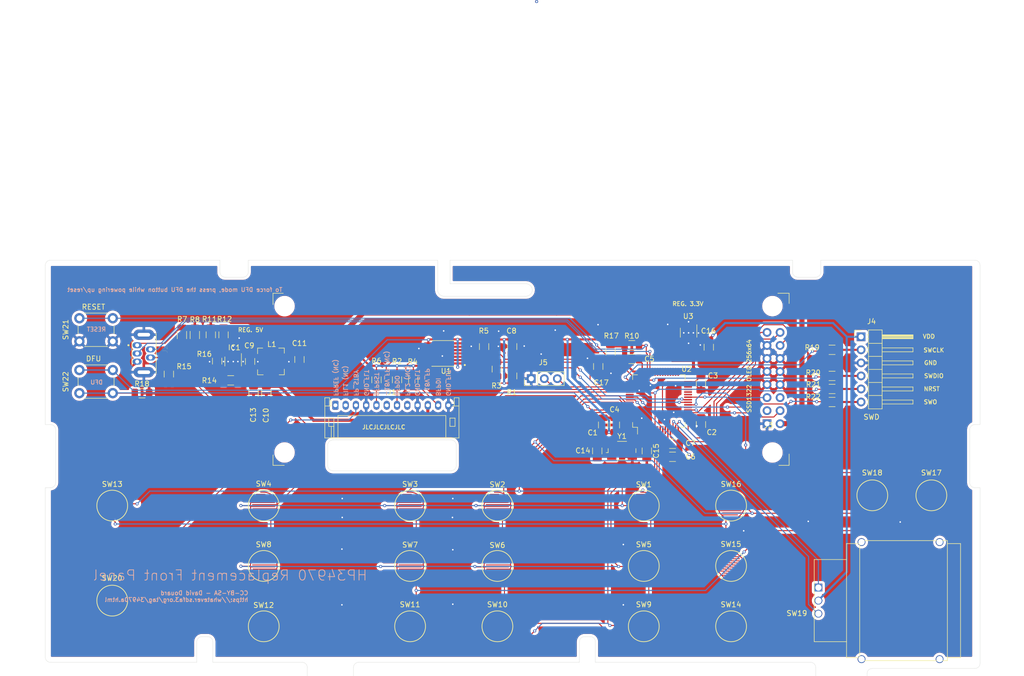
<source format=kicad_pcb>
(kicad_pcb (version 20171130) (host pcbnew 5.1.9+dfsg1-1)

  (general
    (thickness 1.6002)
    (drawings 109)
    (tracks 772)
    (zones 0)
    (modules 69)
    (nets 79)
  )

  (page A4)
  (layers
    (0 Front signal)
    (31 Back signal)
    (34 B.Paste user)
    (35 F.Paste user)
    (36 B.SilkS user)
    (37 F.SilkS user)
    (38 B.Mask user)
    (39 F.Mask user)
    (40 Dwgs.User user)
    (44 Edge.Cuts user)
    (45 Margin user)
    (46 B.CrtYd user)
    (47 F.CrtYd user)
    (49 F.Fab user hide)
  )

  (setup
    (last_trace_width 0.2)
    (user_trace_width 0.15)
    (user_trace_width 0.2)
    (user_trace_width 0.4)
    (user_trace_width 0.6)
    (trace_clearance 0.127)
    (zone_clearance 0.508)
    (zone_45_only no)
    (trace_min 0.127)
    (via_size 0.6)
    (via_drill 0.3)
    (via_min_size 0.6)
    (via_min_drill 0.3)
    (user_via 0.6 0.3)
    (user_via 0.9 0.4)
    (uvia_size 0.6858)
    (uvia_drill 0.3302)
    (uvias_allowed no)
    (uvia_min_size 0.2)
    (uvia_min_drill 0.1)
    (edge_width 0.0381)
    (segment_width 0.254)
    (pcb_text_width 0.3048)
    (pcb_text_size 1.524 1.524)
    (mod_edge_width 0.1524)
    (mod_text_size 0.8128 0.8128)
    (mod_text_width 0.1524)
    (pad_size 1.524 1.524)
    (pad_drill 1.2)
    (pad_to_mask_clearance 0)
    (solder_mask_min_width 0.12)
    (aux_axis_origin 63.5 139.7)
    (visible_elements FFFFFF7F)
    (pcbplotparams
      (layerselection 0x010fc_ffffffff)
      (usegerberextensions false)
      (usegerberattributes true)
      (usegerberadvancedattributes true)
      (creategerberjobfile true)
      (excludeedgelayer true)
      (linewidth 0.100000)
      (plotframeref false)
      (viasonmask false)
      (mode 1)
      (useauxorigin false)
      (hpglpennumber 1)
      (hpglpenspeed 20)
      (hpglpendiameter 15.000000)
      (psnegative false)
      (psa4output false)
      (plotreference true)
      (plotvalue true)
      (plotinvisibletext false)
      (padsonsilk false)
      (subtractmaskfromsilk false)
      (outputformat 1)
      (mirror false)
      (drillshape 0)
      (scaleselection 1)
      (outputdirectory "gerber/"))
  )

  (net 0 "")
  (net 1 /-18V_FP)
  (net 2 /RST)
  (net 3 "Net-(C9-Pad2)")
  (net 4 "Net-(C9-Pad1)")
  (net 5 /FPREF)
  (net 6 /FIL1)
  (net 7 /FPSTBY)
  (net 8 /BFPRST)
  (net 9 /BFPDO)
  (net 10 /FIL2)
  (net 11 /+18V_FLT)
  (net 12 /BFPDI)
  (net 13 /D-)
  (net 14 "Net-(J2-Pad1)")
  (net 15 /D+)
  (net 16 /DSP_CS)
  (net 17 /DSP_DC)
  (net 18 "Net-(J3-Pad6)")
  (net 19 /DSP_DI)
  (net 20 /DSP_SCLK)
  (net 21 "Net-(J3-Pad3)")
  (net 22 /RXD)
  (net 23 "Net-(IC1-Pad3)")
  (net 24 /KP_R3)
  (net 25 /KP_C0)
  (net 26 /KP_R2)
  (net 27 /KP_R1)
  (net 28 /KP_R0)
  (net 29 /KP_C1)
  (net 30 /KP_C2)
  (net 31 /KP_C3)
  (net 32 /KP_C4)
  (net 33 /RE_A)
  (net 34 /RE_B)
  (net 35 /TXD)
  (net 36 "Net-(U2-Pad62)")
  (net 37 "Net-(U2-Pad54)")
  (net 38 "Net-(U2-Pad43)")
  (net 39 "Net-(U2-Pad42)")
  (net 40 "Net-(U2-Pad41)")
  (net 41 "Net-(U2-Pad40)")
  (net 42 "Net-(U2-Pad39)")
  (net 43 "Net-(U2-Pad38)")
  (net 44 "Net-(U2-Pad37)")
  (net 45 "Net-(U2-Pad36)")
  (net 46 "Net-(U2-Pad35)")
  (net 47 "Net-(U2-Pad34)")
  (net 48 "Net-(U2-Pad33)")
  (net 49 "Net-(U2-Pad30)")
  (net 50 "Net-(U2-Pad29)")
  (net 51 /MISO)
  (net 52 "Net-(U2-Pad11)")
  (net 53 "Net-(U2-Pad4)")
  (net 54 "Net-(U2-Pad3)")
  (net 55 "Net-(U2-Pad2)")
  (net 56 "Net-(J2-Pad4)")
  (net 57 "Net-(IC1-Pad4)")
  (net 58 "Net-(C14-Pad1)")
  (net 59 "Net-(C15-Pad1)")
  (net 60 "Net-(U2-Pad28)")
  (net 61 "Net-(U2-Pad27)")
  (net 62 "Net-(R18-Pad1)")
  (net 63 /NRST)
  (net 64 "Net-(J4-Pad6)")
  (net 65 "Net-(J4-Pad5)")
  (net 66 "Net-(J4-Pad4)")
  (net 67 "Net-(J4-Pad2)")
  (net 68 /SWCLK)
  (net 69 /SWDIO)
  (net 70 /SWO)
  (net 71 GND)
  (net 72 /+3.3V)
  (net 73 /+5V)
  (net 74 /~DSP_RST)
  (net 75 "Net-(U3-Pad4)")
  (net 76 "Net-(J5-Pad3)")
  (net 77 "Net-(J5-Pad2)")
  (net 78 /USB_DETECT)

  (net_class Default "This is the default net class."
    (clearance 0.127)
    (trace_width 0.127)
    (via_dia 0.6)
    (via_drill 0.3)
    (uvia_dia 0.6858)
    (uvia_drill 0.3302)
    (diff_pair_width 0.1524)
    (diff_pair_gap 0.254)
    (add_net /+18V_FLT)
    (add_net /+3.3V)
    (add_net /+5V)
    (add_net /-18V_FP)
    (add_net /BFPDI)
    (add_net /BFPDO)
    (add_net /BFPRST)
    (add_net /D+)
    (add_net /D-)
    (add_net /DSP_CS)
    (add_net /DSP_DC)
    (add_net /DSP_DI)
    (add_net /DSP_SCLK)
    (add_net /FIL1)
    (add_net /FIL2)
    (add_net /FPREF)
    (add_net /FPSTBY)
    (add_net /KP_C0)
    (add_net /KP_C1)
    (add_net /KP_C2)
    (add_net /KP_C3)
    (add_net /KP_C4)
    (add_net /KP_R0)
    (add_net /KP_R1)
    (add_net /KP_R2)
    (add_net /KP_R3)
    (add_net /MISO)
    (add_net /NRST)
    (add_net /RE_A)
    (add_net /RE_B)
    (add_net /RST)
    (add_net /RXD)
    (add_net /SWCLK)
    (add_net /SWDIO)
    (add_net /SWO)
    (add_net /TXD)
    (add_net /USB_DETECT)
    (add_net /~DSP_RST)
    (add_net GND)
    (add_net "Net-(C14-Pad1)")
    (add_net "Net-(C15-Pad1)")
    (add_net "Net-(C9-Pad1)")
    (add_net "Net-(C9-Pad2)")
    (add_net "Net-(IC1-Pad3)")
    (add_net "Net-(IC1-Pad4)")
    (add_net "Net-(J2-Pad1)")
    (add_net "Net-(J2-Pad4)")
    (add_net "Net-(J3-Pad3)")
    (add_net "Net-(J3-Pad6)")
    (add_net "Net-(J4-Pad2)")
    (add_net "Net-(J4-Pad4)")
    (add_net "Net-(J4-Pad5)")
    (add_net "Net-(J4-Pad6)")
    (add_net "Net-(J5-Pad2)")
    (add_net "Net-(J5-Pad3)")
    (add_net "Net-(R18-Pad1)")
    (add_net "Net-(U2-Pad11)")
    (add_net "Net-(U2-Pad2)")
    (add_net "Net-(U2-Pad27)")
    (add_net "Net-(U2-Pad28)")
    (add_net "Net-(U2-Pad29)")
    (add_net "Net-(U2-Pad3)")
    (add_net "Net-(U2-Pad30)")
    (add_net "Net-(U2-Pad33)")
    (add_net "Net-(U2-Pad34)")
    (add_net "Net-(U2-Pad35)")
    (add_net "Net-(U2-Pad36)")
    (add_net "Net-(U2-Pad37)")
    (add_net "Net-(U2-Pad38)")
    (add_net "Net-(U2-Pad39)")
    (add_net "Net-(U2-Pad4)")
    (add_net "Net-(U2-Pad40)")
    (add_net "Net-(U2-Pad41)")
    (add_net "Net-(U2-Pad42)")
    (add_net "Net-(U2-Pad43)")
    (add_net "Net-(U2-Pad54)")
    (add_net "Net-(U2-Pad62)")
    (add_net "Net-(U3-Pad4)")
  )

  (module Resistor_SMD:R_1206_3216Metric (layer Front) (tedit 5F68FEEE) (tstamp 616218F0)
    (at 92.583 75.9821 270)
    (descr "Resistor SMD 1206 (3216 Metric), square (rectangular) end terminal, IPC_7351 nominal, (Body size source: IPC-SM-782 page 72, https://www.pcb-3d.com/wordpress/wp-content/uploads/ipc-sm-782a_amendment_1_and_2.pdf), generated with kicad-footprint-generator")
    (tags resistor)
    (path /615C6F11)
    (attr smd)
    (fp_text reference R8 (at -3.0079 0 180) (layer F.SilkS)
      (effects (font (size 1 1) (thickness 0.15)))
    )
    (fp_text value 620k (at 0 1.82 90) (layer F.Fab)
      (effects (font (size 1 1) (thickness 0.15)))
    )
    (fp_text user %R (at 0 0 90) (layer F.Fab)
      (effects (font (size 0.8 0.8) (thickness 0.12)))
    )
    (fp_line (start -1.6 0.8) (end -1.6 -0.8) (layer F.Fab) (width 0.1))
    (fp_line (start -1.6 -0.8) (end 1.6 -0.8) (layer F.Fab) (width 0.1))
    (fp_line (start 1.6 -0.8) (end 1.6 0.8) (layer F.Fab) (width 0.1))
    (fp_line (start 1.6 0.8) (end -1.6 0.8) (layer F.Fab) (width 0.1))
    (fp_line (start -0.727064 -0.91) (end 0.727064 -0.91) (layer F.SilkS) (width 0.12))
    (fp_line (start -0.727064 0.91) (end 0.727064 0.91) (layer F.SilkS) (width 0.12))
    (fp_line (start -2.28 1.12) (end -2.28 -1.12) (layer F.CrtYd) (width 0.05))
    (fp_line (start -2.28 -1.12) (end 2.28 -1.12) (layer F.CrtYd) (width 0.05))
    (fp_line (start 2.28 -1.12) (end 2.28 1.12) (layer F.CrtYd) (width 0.05))
    (fp_line (start 2.28 1.12) (end -2.28 1.12) (layer F.CrtYd) (width 0.05))
    (pad 2 smd roundrect (at 1.4625 0 270) (size 1.125 1.75) (layers Front F.Paste F.Mask) (roundrect_rratio 0.222222)
      (net 78 /USB_DETECT))
    (pad 1 smd roundrect (at -1.4625 0 270) (size 1.125 1.75) (layers Front F.Paste F.Mask) (roundrect_rratio 0.222222)
      (net 71 GND))
    (model ${KISYS3DMOD}/Resistor_SMD.3dshapes/R_1206_3216Metric.wrl
      (at (xyz 0 0 0))
      (scale (xyz 1 1 1))
      (rotate (xyz 0 0 0))
    )
  )

  (module Resistor_SMD:R_1206_3216Metric (layer Front) (tedit 5F68FEEE) (tstamp 61621C05)
    (at 90.0684 75.9861 90)
    (descr "Resistor SMD 1206 (3216 Metric), square (rectangular) end terminal, IPC_7351 nominal, (Body size source: IPC-SM-782 page 72, https://www.pcb-3d.com/wordpress/wp-content/uploads/ipc-sm-782a_amendment_1_and_2.pdf), generated with kicad-footprint-generator")
    (tags resistor)
    (path /615C5C6C)
    (attr smd)
    (fp_text reference R7 (at 3.0627 0.0508 180) (layer F.SilkS)
      (effects (font (size 1 1) (thickness 0.15)))
    )
    (fp_text value 430k (at 0 1.82 90) (layer F.Fab)
      (effects (font (size 1 1) (thickness 0.15)))
    )
    (fp_text user %R (at 0 0 90) (layer F.Fab)
      (effects (font (size 0.8 0.8) (thickness 0.12)))
    )
    (fp_line (start -1.6 0.8) (end -1.6 -0.8) (layer F.Fab) (width 0.1))
    (fp_line (start -1.6 -0.8) (end 1.6 -0.8) (layer F.Fab) (width 0.1))
    (fp_line (start 1.6 -0.8) (end 1.6 0.8) (layer F.Fab) (width 0.1))
    (fp_line (start 1.6 0.8) (end -1.6 0.8) (layer F.Fab) (width 0.1))
    (fp_line (start -0.727064 -0.91) (end 0.727064 -0.91) (layer F.SilkS) (width 0.12))
    (fp_line (start -0.727064 0.91) (end 0.727064 0.91) (layer F.SilkS) (width 0.12))
    (fp_line (start -2.28 1.12) (end -2.28 -1.12) (layer F.CrtYd) (width 0.05))
    (fp_line (start -2.28 -1.12) (end 2.28 -1.12) (layer F.CrtYd) (width 0.05))
    (fp_line (start 2.28 -1.12) (end 2.28 1.12) (layer F.CrtYd) (width 0.05))
    (fp_line (start 2.28 1.12) (end -2.28 1.12) (layer F.CrtYd) (width 0.05))
    (pad 2 smd roundrect (at 1.4625 0 90) (size 1.125 1.75) (layers Front F.Paste F.Mask) (roundrect_rratio 0.222222)
      (net 14 "Net-(J2-Pad1)"))
    (pad 1 smd roundrect (at -1.4625 0 90) (size 1.125 1.75) (layers Front F.Paste F.Mask) (roundrect_rratio 0.222222)
      (net 78 /USB_DETECT))
    (model ${KISYS3DMOD}/Resistor_SMD.3dshapes/R_1206_3216Metric.wrl
      (at (xyz 0 0 0))
      (scale (xyz 1 1 1))
      (rotate (xyz 0 0 0))
    )
  )

  (module Connector_PinHeader_2.54mm:PinHeader_1x03_P2.54mm_Vertical (layer Front) (tedit 59FED5CC) (tstamp 6162158E)
    (at 158.0896 84.4804 90)
    (descr "Through hole straight pin header, 1x03, 2.54mm pitch, single row")
    (tags "Through hole pin header THT 1x03 2.54mm single row")
    (path /61675DD6)
    (fp_text reference J5 (at 3.1496 2.3368 180) (layer F.SilkS)
      (effects (font (size 1 1) (thickness 0.15)))
    )
    (fp_text value Serial_Console (at -2.8448 3.9624 180) (layer F.Fab)
      (effects (font (size 1 1) (thickness 0.15)))
    )
    (fp_text user %R (at 0 2.54) (layer F.Fab)
      (effects (font (size 1 1) (thickness 0.15)))
    )
    (fp_line (start -0.635 -1.27) (end 1.27 -1.27) (layer F.Fab) (width 0.1))
    (fp_line (start 1.27 -1.27) (end 1.27 6.35) (layer F.Fab) (width 0.1))
    (fp_line (start 1.27 6.35) (end -1.27 6.35) (layer F.Fab) (width 0.1))
    (fp_line (start -1.27 6.35) (end -1.27 -0.635) (layer F.Fab) (width 0.1))
    (fp_line (start -1.27 -0.635) (end -0.635 -1.27) (layer F.Fab) (width 0.1))
    (fp_line (start -1.33 6.41) (end 1.33 6.41) (layer F.SilkS) (width 0.12))
    (fp_line (start -1.33 1.27) (end -1.33 6.41) (layer F.SilkS) (width 0.12))
    (fp_line (start 1.33 1.27) (end 1.33 6.41) (layer F.SilkS) (width 0.12))
    (fp_line (start -1.33 1.27) (end 1.33 1.27) (layer F.SilkS) (width 0.12))
    (fp_line (start -1.33 0) (end -1.33 -1.33) (layer F.SilkS) (width 0.12))
    (fp_line (start -1.33 -1.33) (end 0 -1.33) (layer F.SilkS) (width 0.12))
    (fp_line (start -1.8 -1.8) (end -1.8 6.85) (layer F.CrtYd) (width 0.05))
    (fp_line (start -1.8 6.85) (end 1.8 6.85) (layer F.CrtYd) (width 0.05))
    (fp_line (start 1.8 6.85) (end 1.8 -1.8) (layer F.CrtYd) (width 0.05))
    (fp_line (start 1.8 -1.8) (end -1.8 -1.8) (layer F.CrtYd) (width 0.05))
    (pad 3 thru_hole oval (at 0 5.08 90) (size 1.7 1.7) (drill 1) (layers *.Cu *.Mask)
      (net 76 "Net-(J5-Pad3)"))
    (pad 2 thru_hole oval (at 0 2.54 90) (size 1.7 1.7) (drill 1) (layers *.Cu *.Mask)
      (net 77 "Net-(J5-Pad2)"))
    (pad 1 thru_hole rect (at 0 0 90) (size 1.7 1.7) (drill 1) (layers *.Cu *.Mask)
      (net 71 GND))
    (model ${KISYS3DMOD}/Connector_PinHeader_2.54mm.3dshapes/PinHeader_1x03_P2.54mm_Vertical.wrl
      (at (xyz 0 0 0))
      (scale (xyz 1 1 1))
      (rotate (xyz 0 0 0))
    )
  )

  (module hp34970:contact2 (layer Front) (tedit 5F668F76) (tstamp 5F5E7117)
    (at 197 109.2)
    (path /5F49CA2C)
    (fp_text reference SW16 (at 0 -4.171) (layer F.SilkS)
      (effects (font (size 1 1) (thickness 0.15)))
    )
    (fp_text value SW_Push_45deg (at 0 3.375) (layer F.Fab)
      (effects (font (size 1 1) (thickness 0.15)))
    )
    (fp_line (start -1.8 0) (end 1.8 0) (layer F.Fab) (width 0.12))
    (fp_line (start 0 -1.8) (end 0 1.8) (layer F.Fab) (width 0.12))
    (fp_circle (center 0 0) (end 3.3 -0.1) (layer F.CrtYd) (width 0.12))
    (fp_circle (center 0 0) (end 0 3) (layer F.SilkS) (width 0.15))
    (pad 2 smd custom (at 0 -0.2 180) (size 0.18 0.18) (layers Front F.Mask)
      (net 28 /KP_R0) (zone_connect 0)
      (options (clearance outline) (anchor circle))
      (primitives
        (gr_arc (start 0 -0.2) (end 0 2.4) (angle 147.8) (width 0.2))
        (gr_line (start 0.6 2.4) (end 0 2.4) (width 0.18))
        (gr_line (start 1.265 1.6) (end -1.8762 1.6) (width 0.18))
        (gr_line (start 1.9596 0.8) (end -2.4 0.8) (width 0.18))
        (gr_line (start 2.1879 0) (end -2.5923 0) (width 0.18))
        (gr_line (start 2.1166 -0.8) (end -2.5298 -0.8) (width 0.18))
        (gr_line (start 1.6497 -1.6) (end -2.1909 -1.6) (width 0.18))
        (gr_line (start 0.2471 -2.4) (end -1.3856 -2.4) (width 0.18))
      ))
    (pad 1 smd custom (at 0 0.2) (size 0.18 0.18) (layers Front F.Mask)
      (net 31 /KP_C3) (zone_connect 0)
      (options (clearance outline) (anchor circle))
      (primitives
        (gr_arc (start 0 -0.2) (end 0 2.4) (angle 147.8) (width 0.2))
        (gr_line (start 0.6 2.4) (end 0 2.4) (width 0.18))
        (gr_line (start 1.265 1.6) (end -1.8762 1.6) (width 0.18))
        (gr_line (start 1.9596 0.8) (end -2.4 0.8) (width 0.18))
        (gr_line (start 2.1879 0) (end -2.5923 0) (width 0.18))
        (gr_line (start 2.1166 -0.8) (end -2.5298 -0.8) (width 0.18))
        (gr_line (start 1.6497 -1.6) (end -2.1909 -1.6) (width 0.18))
        (gr_line (start 0.2471 -2.4) (end -1.3856 -2.4) (width 0.18))
      ))
  )

  (module Package_TO_SOT_SMD:SOT-23-5 (layer Front) (tedit 5A02FF57) (tstamp 5F66BE85)
    (at 188.722 75.522 270)
    (descr "5-pin SOT23 package")
    (tags SOT-23-5)
    (path /5F9D8874)
    (attr smd)
    (fp_text reference U3 (at -3.1955 0.0635 180) (layer F.SilkS)
      (effects (font (size 1 1) (thickness 0.15)))
    )
    (fp_text value MCP1811AT-033_OT (at 0 2.9 90) (layer F.Fab)
      (effects (font (size 1 1) (thickness 0.15)))
    )
    (fp_line (start -0.9 1.61) (end 0.9 1.61) (layer F.SilkS) (width 0.12))
    (fp_line (start 0.9 -1.61) (end -1.55 -1.61) (layer F.SilkS) (width 0.12))
    (fp_line (start -1.9 -1.8) (end 1.9 -1.8) (layer F.CrtYd) (width 0.05))
    (fp_line (start 1.9 -1.8) (end 1.9 1.8) (layer F.CrtYd) (width 0.05))
    (fp_line (start 1.9 1.8) (end -1.9 1.8) (layer F.CrtYd) (width 0.05))
    (fp_line (start -1.9 1.8) (end -1.9 -1.8) (layer F.CrtYd) (width 0.05))
    (fp_line (start -0.9 -0.9) (end -0.25 -1.55) (layer F.Fab) (width 0.1))
    (fp_line (start 0.9 -1.55) (end -0.25 -1.55) (layer F.Fab) (width 0.1))
    (fp_line (start -0.9 -0.9) (end -0.9 1.55) (layer F.Fab) (width 0.1))
    (fp_line (start 0.9 1.55) (end -0.9 1.55) (layer F.Fab) (width 0.1))
    (fp_line (start 0.9 -1.55) (end 0.9 1.55) (layer F.Fab) (width 0.1))
    (fp_text user %R (at 0 0) (layer F.Fab)
      (effects (font (size 0.5 0.5) (thickness 0.075)))
    )
    (pad 5 smd rect (at 1.1 -0.95 270) (size 1.06 0.65) (layers Front F.Paste F.Mask)
      (net 72 /+3.3V))
    (pad 4 smd rect (at 1.1 0.95 270) (size 1.06 0.65) (layers Front F.Paste F.Mask)
      (net 75 "Net-(U3-Pad4)"))
    (pad 3 smd rect (at -1.1 0.95 270) (size 1.06 0.65) (layers Front F.Paste F.Mask)
      (net 73 /+5V))
    (pad 2 smd rect (at -1.1 0 270) (size 1.06 0.65) (layers Front F.Paste F.Mask)
      (net 71 GND))
    (pad 1 smd rect (at -1.1 -0.95 270) (size 1.06 0.65) (layers Front F.Paste F.Mask)
      (net 73 /+5V))
    (model ${KISYS3DMOD}/Package_TO_SOT_SMD.3dshapes/SOT-23-5.wrl
      (at (xyz 0 0 0))
      (scale (xyz 1 1 1))
      (rotate (xyz 0 0 0))
    )
  )

  (module hp34970:SOP65P640X120-14N (layer Front) (tedit 5F665E8C) (tstamp 5F686984)
    (at 140.9065 79.5655 180)
    (path /5F848A98)
    (fp_text reference U1 (at -0.595 -3.435) (layer F.SilkS)
      (effects (font (size 1 1) (thickness 0.15)))
    )
    (fp_text value LSF0204PWR (at 7.025 3.435) (layer F.Fab)
      (effects (font (size 1 1) (thickness 0.015)))
    )
    (fp_circle (center -4.24 -2.26) (end -4.14 -2.26) (layer F.SilkS) (width 0.2))
    (fp_circle (center -4.24 -2.26) (end -4.14 -2.26) (layer F.Fab) (width 0.2))
    (fp_line (start -2.2 -2.5) (end 2.2 -2.5) (layer F.Fab) (width 0.127))
    (fp_line (start -2.2 2.5) (end 2.2 2.5) (layer F.Fab) (width 0.127))
    (fp_line (start -2.2 -2.5) (end 2.2 -2.5) (layer F.SilkS) (width 0.127))
    (fp_line (start -2.2 2.5) (end 2.2 2.5) (layer F.SilkS) (width 0.127))
    (fp_line (start -2.2 -2.5) (end -2.2 2.5) (layer F.Fab) (width 0.127))
    (fp_line (start 2.2 -2.5) (end 2.2 2.5) (layer F.Fab) (width 0.127))
    (fp_line (start -3.905 -2.75) (end 3.905 -2.75) (layer F.CrtYd) (width 0.05))
    (fp_line (start -3.905 2.75) (end 3.905 2.75) (layer F.CrtYd) (width 0.05))
    (fp_line (start -3.905 -2.75) (end -3.905 2.75) (layer F.CrtYd) (width 0.05))
    (fp_line (start 3.905 -2.75) (end 3.905 2.75) (layer F.CrtYd) (width 0.05))
    (pad 1 smd rect (at -2.87 -1.95 180) (size 1.57 0.41) (layers Front F.Paste F.Mask)
      (net 72 /+3.3V))
    (pad 2 smd rect (at -2.87 -1.3 180) (size 1.57 0.41) (layers Front F.Paste F.Mask)
      (net 35 /TXD))
    (pad 3 smd rect (at -2.87 -0.65 180) (size 1.57 0.41) (layers Front F.Paste F.Mask)
      (net 22 /RXD))
    (pad 4 smd rect (at -2.87 0 180) (size 1.57 0.41) (layers Front F.Paste F.Mask)
      (net 2 /RST))
    (pad 5 smd rect (at -2.87 0.65 180) (size 1.57 0.41) (layers Front F.Paste F.Mask)
      (net 71 GND))
    (pad 6 smd rect (at -2.87 1.3 180) (size 1.57 0.41) (layers Front F.Paste F.Mask))
    (pad 7 smd rect (at -2.87 1.95 180) (size 1.57 0.41) (layers Front F.Paste F.Mask)
      (net 71 GND))
    (pad 8 smd rect (at 2.87 1.95 180) (size 1.57 0.41) (layers Front F.Paste F.Mask)
      (net 72 /+3.3V))
    (pad 9 smd rect (at 2.87 1.3 180) (size 1.57 0.41) (layers Front F.Paste F.Mask))
    (pad 10 smd rect (at 2.87 0.65 180) (size 1.57 0.41) (layers Front F.Paste F.Mask)
      (net 71 GND))
    (pad 11 smd rect (at 2.87 0 180) (size 1.57 0.41) (layers Front F.Paste F.Mask)
      (net 8 /BFPRST))
    (pad 12 smd rect (at 2.87 -0.65 180) (size 1.57 0.41) (layers Front F.Paste F.Mask)
      (net 9 /BFPDO))
    (pad 13 smd rect (at 2.87 -1.3 180) (size 1.57 0.41) (layers Front F.Paste F.Mask)
      (net 12 /BFPDI))
    (pad 14 smd rect (at 2.87 -1.95 180) (size 1.57 0.41) (layers Front F.Paste F.Mask)
      (net 73 /+5V))
  )

  (module Resistor_SMD:R_1206_3216Metric (layer Front) (tedit 5B301BBD) (tstamp 5F66B9F6)
    (at 127.9525 84.709 90)
    (descr "Resistor SMD 1206 (3216 Metric), square (rectangular) end terminal, IPC_7351 nominal, (Body size source: http://www.tortai-tech.com/upload/download/2011102023233369053.pdf), generated with kicad-footprint-generator")
    (tags resistor)
    (path /5FCCD96D)
    (attr smd)
    (fp_text reference R6 (at 3.683 0 180) (layer F.SilkS)
      (effects (font (size 1 1) (thickness 0.15)))
    )
    (fp_text value 1k5 (at 0 1.82 90) (layer F.Fab)
      (effects (font (size 1 1) (thickness 0.15)))
    )
    (fp_line (start -1.6 0.8) (end -1.6 -0.8) (layer F.Fab) (width 0.1))
    (fp_line (start -1.6 -0.8) (end 1.6 -0.8) (layer F.Fab) (width 0.1))
    (fp_line (start 1.6 -0.8) (end 1.6 0.8) (layer F.Fab) (width 0.1))
    (fp_line (start 1.6 0.8) (end -1.6 0.8) (layer F.Fab) (width 0.1))
    (fp_line (start -0.602064 -0.91) (end 0.602064 -0.91) (layer F.SilkS) (width 0.12))
    (fp_line (start -0.602064 0.91) (end 0.602064 0.91) (layer F.SilkS) (width 0.12))
    (fp_line (start -2.28 1.12) (end -2.28 -1.12) (layer F.CrtYd) (width 0.05))
    (fp_line (start -2.28 -1.12) (end 2.28 -1.12) (layer F.CrtYd) (width 0.05))
    (fp_line (start 2.28 -1.12) (end 2.28 1.12) (layer F.CrtYd) (width 0.05))
    (fp_line (start 2.28 1.12) (end -2.28 1.12) (layer F.CrtYd) (width 0.05))
    (fp_text user %R (at 0 0 90) (layer F.Fab)
      (effects (font (size 0.8 0.8) (thickness 0.12)))
    )
    (pad 2 smd roundrect (at 1.4 0 90) (size 1.25 1.75) (layers Front F.Paste F.Mask) (roundrect_rratio 0.2)
      (net 73 /+5V))
    (pad 1 smd roundrect (at -1.4 0 90) (size 1.25 1.75) (layers Front F.Paste F.Mask) (roundrect_rratio 0.2)
      (net 8 /BFPRST))
    (model ${KISYS3DMOD}/Resistor_SMD.3dshapes/R_1206_3216Metric.wrl
      (at (xyz 0 0 0))
      (scale (xyz 1 1 1))
      (rotate (xyz 0 0 0))
    )
  )

  (module Resistor_SMD:R_1206_3216Metric (layer Front) (tedit 5B301BBD) (tstamp 5F66B9E5)
    (at 148.9075 78.235 270)
    (descr "Resistor SMD 1206 (3216 Metric), square (rectangular) end terminal, IPC_7351 nominal, (Body size source: http://www.tortai-tech.com/upload/download/2011102023233369053.pdf), generated with kicad-footprint-generator")
    (tags resistor)
    (path /5FCCD2CA)
    (attr smd)
    (fp_text reference R5 (at -3.051 0.0635 180) (layer F.SilkS)
      (effects (font (size 1 1) (thickness 0.15)))
    )
    (fp_text value 1k (at 0 1.82 90) (layer F.Fab)
      (effects (font (size 1 1) (thickness 0.15)))
    )
    (fp_line (start -1.6 0.8) (end -1.6 -0.8) (layer F.Fab) (width 0.1))
    (fp_line (start -1.6 -0.8) (end 1.6 -0.8) (layer F.Fab) (width 0.1))
    (fp_line (start 1.6 -0.8) (end 1.6 0.8) (layer F.Fab) (width 0.1))
    (fp_line (start 1.6 0.8) (end -1.6 0.8) (layer F.Fab) (width 0.1))
    (fp_line (start -0.602064 -0.91) (end 0.602064 -0.91) (layer F.SilkS) (width 0.12))
    (fp_line (start -0.602064 0.91) (end 0.602064 0.91) (layer F.SilkS) (width 0.12))
    (fp_line (start -2.28 1.12) (end -2.28 -1.12) (layer F.CrtYd) (width 0.05))
    (fp_line (start -2.28 -1.12) (end 2.28 -1.12) (layer F.CrtYd) (width 0.05))
    (fp_line (start 2.28 -1.12) (end 2.28 1.12) (layer F.CrtYd) (width 0.05))
    (fp_line (start 2.28 1.12) (end -2.28 1.12) (layer F.CrtYd) (width 0.05))
    (fp_text user %R (at 0 0 90) (layer F.Fab)
      (effects (font (size 0.8 0.8) (thickness 0.12)))
    )
    (pad 2 smd roundrect (at 1.4 0 270) (size 1.25 1.75) (layers Front F.Paste F.Mask) (roundrect_rratio 0.2)
      (net 2 /RST))
    (pad 1 smd roundrect (at -1.4 0 270) (size 1.25 1.75) (layers Front F.Paste F.Mask) (roundrect_rratio 0.2)
      (net 72 /+3.3V))
    (model ${KISYS3DMOD}/Resistor_SMD.3dshapes/R_1206_3216Metric.wrl
      (at (xyz 0 0 0))
      (scale (xyz 1 1 1))
      (rotate (xyz 0 0 0))
    )
  )

  (module Resistor_SMD:R_1206_3216Metric (layer Front) (tedit 5B301BBD) (tstamp 5F66B9D4)
    (at 131.953 84.706 90)
    (descr "Resistor SMD 1206 (3216 Metric), square (rectangular) end terminal, IPC_7351 nominal, (Body size source: http://www.tortai-tech.com/upload/download/2011102023233369053.pdf), generated with kicad-footprint-generator")
    (tags resistor)
    (path /5FC2C29F)
    (attr smd)
    (fp_text reference R2 (at 3.6165 0 180) (layer F.SilkS)
      (effects (font (size 1 1) (thickness 0.15)))
    )
    (fp_text value 1k5 (at 0 1.82 90) (layer F.Fab)
      (effects (font (size 1 1) (thickness 0.15)))
    )
    (fp_line (start -1.6 0.8) (end -1.6 -0.8) (layer F.Fab) (width 0.1))
    (fp_line (start -1.6 -0.8) (end 1.6 -0.8) (layer F.Fab) (width 0.1))
    (fp_line (start 1.6 -0.8) (end 1.6 0.8) (layer F.Fab) (width 0.1))
    (fp_line (start 1.6 0.8) (end -1.6 0.8) (layer F.Fab) (width 0.1))
    (fp_line (start -0.602064 -0.91) (end 0.602064 -0.91) (layer F.SilkS) (width 0.12))
    (fp_line (start -0.602064 0.91) (end 0.602064 0.91) (layer F.SilkS) (width 0.12))
    (fp_line (start -2.28 1.12) (end -2.28 -1.12) (layer F.CrtYd) (width 0.05))
    (fp_line (start -2.28 -1.12) (end 2.28 -1.12) (layer F.CrtYd) (width 0.05))
    (fp_line (start 2.28 -1.12) (end 2.28 1.12) (layer F.CrtYd) (width 0.05))
    (fp_line (start 2.28 1.12) (end -2.28 1.12) (layer F.CrtYd) (width 0.05))
    (fp_text user %R (at 0 0 90) (layer F.Fab)
      (effects (font (size 0.8 0.8) (thickness 0.12)))
    )
    (pad 2 smd roundrect (at 1.4 0 90) (size 1.25 1.75) (layers Front F.Paste F.Mask) (roundrect_rratio 0.2)
      (net 73 /+5V))
    (pad 1 smd roundrect (at -1.4 0 90) (size 1.25 1.75) (layers Front F.Paste F.Mask) (roundrect_rratio 0.2)
      (net 9 /BFPDO))
    (model ${KISYS3DMOD}/Resistor_SMD.3dshapes/R_1206_3216Metric.wrl
      (at (xyz 0 0 0))
      (scale (xyz 1 1 1))
      (rotate (xyz 0 0 0))
    )
  )

  (module Resistor_SMD:R_1206_3216Metric (layer Front) (tedit 5B301BBD) (tstamp 5F66B9C3)
    (at 151.384 82.6165 90)
    (descr "Resistor SMD 1206 (3216 Metric), square (rectangular) end terminal, IPC_7351 nominal, (Body size source: http://www.tortai-tech.com/upload/download/2011102023233369053.pdf), generated with kicad-footprint-generator")
    (tags resistor)
    (path /5FB83AE6)
    (attr smd)
    (fp_text reference R3 (at -3.2355 -0.0635 180) (layer F.SilkS)
      (effects (font (size 1 1) (thickness 0.15)))
    )
    (fp_text value 1k (at 0 1.82 90) (layer F.Fab)
      (effects (font (size 1 1) (thickness 0.15)))
    )
    (fp_line (start -1.6 0.8) (end -1.6 -0.8) (layer F.Fab) (width 0.1))
    (fp_line (start -1.6 -0.8) (end 1.6 -0.8) (layer F.Fab) (width 0.1))
    (fp_line (start 1.6 -0.8) (end 1.6 0.8) (layer F.Fab) (width 0.1))
    (fp_line (start 1.6 0.8) (end -1.6 0.8) (layer F.Fab) (width 0.1))
    (fp_line (start -0.602064 -0.91) (end 0.602064 -0.91) (layer F.SilkS) (width 0.12))
    (fp_line (start -0.602064 0.91) (end 0.602064 0.91) (layer F.SilkS) (width 0.12))
    (fp_line (start -2.28 1.12) (end -2.28 -1.12) (layer F.CrtYd) (width 0.05))
    (fp_line (start -2.28 -1.12) (end 2.28 -1.12) (layer F.CrtYd) (width 0.05))
    (fp_line (start 2.28 -1.12) (end 2.28 1.12) (layer F.CrtYd) (width 0.05))
    (fp_line (start 2.28 1.12) (end -2.28 1.12) (layer F.CrtYd) (width 0.05))
    (fp_text user %R (at 0 0 90) (layer F.Fab)
      (effects (font (size 0.8 0.8) (thickness 0.12)))
    )
    (pad 2 smd roundrect (at 1.4 0 90) (size 1.25 1.75) (layers Front F.Paste F.Mask) (roundrect_rratio 0.2)
      (net 22 /RXD))
    (pad 1 smd roundrect (at -1.4 0 90) (size 1.25 1.75) (layers Front F.Paste F.Mask) (roundrect_rratio 0.2)
      (net 72 /+3.3V))
    (model ${KISYS3DMOD}/Resistor_SMD.3dshapes/R_1206_3216Metric.wrl
      (at (xyz 0 0 0))
      (scale (xyz 1 1 1))
      (rotate (xyz 0 0 0))
    )
  )

  (module Resistor_SMD:R_1206_3216Metric (layer Front) (tedit 5B301BBD) (tstamp 5F678E1F)
    (at 135.128 84.706 90)
    (descr "Resistor SMD 1206 (3216 Metric), square (rectangular) end terminal, IPC_7351 nominal, (Body size source: http://www.tortai-tech.com/upload/download/2011102023233369053.pdf), generated with kicad-footprint-generator")
    (tags resistor)
    (path /5FC2BBCE)
    (attr smd)
    (fp_text reference R4 (at 3.553 -0.127 180) (layer F.SilkS)
      (effects (font (size 1 1) (thickness 0.15)))
    )
    (fp_text value 1k5 (at 0 1.82 90) (layer F.Fab)
      (effects (font (size 1 1) (thickness 0.15)))
    )
    (fp_line (start -1.6 0.8) (end -1.6 -0.8) (layer F.Fab) (width 0.1))
    (fp_line (start -1.6 -0.8) (end 1.6 -0.8) (layer F.Fab) (width 0.1))
    (fp_line (start 1.6 -0.8) (end 1.6 0.8) (layer F.Fab) (width 0.1))
    (fp_line (start 1.6 0.8) (end -1.6 0.8) (layer F.Fab) (width 0.1))
    (fp_line (start -0.602064 -0.91) (end 0.602064 -0.91) (layer F.SilkS) (width 0.12))
    (fp_line (start -0.602064 0.91) (end 0.602064 0.91) (layer F.SilkS) (width 0.12))
    (fp_line (start -2.28 1.12) (end -2.28 -1.12) (layer F.CrtYd) (width 0.05))
    (fp_line (start -2.28 -1.12) (end 2.28 -1.12) (layer F.CrtYd) (width 0.05))
    (fp_line (start 2.28 -1.12) (end 2.28 1.12) (layer F.CrtYd) (width 0.05))
    (fp_line (start 2.28 1.12) (end -2.28 1.12) (layer F.CrtYd) (width 0.05))
    (fp_text user %R (at 0 0 90) (layer F.Fab)
      (effects (font (size 0.8 0.8) (thickness 0.12)))
    )
    (pad 2 smd roundrect (at 1.4 0 90) (size 1.25 1.75) (layers Front F.Paste F.Mask) (roundrect_rratio 0.2)
      (net 73 /+5V))
    (pad 1 smd roundrect (at -1.4 0 90) (size 1.25 1.75) (layers Front F.Paste F.Mask) (roundrect_rratio 0.2)
      (net 12 /BFPDI))
    (model ${KISYS3DMOD}/Resistor_SMD.3dshapes/R_1206_3216Metric.wrl
      (at (xyz 0 0 0))
      (scale (xyz 1 1 1))
      (rotate (xyz 0 0 0))
    )
  )

  (module Resistor_SMD:R_1206_3216Metric (layer Front) (tedit 5B301BBD) (tstamp 5F675721)
    (at 154.3685 83.95 90)
    (descr "Resistor SMD 1206 (3216 Metric), square (rectangular) end terminal, IPC_7351 nominal, (Body size source: http://www.tortai-tech.com/upload/download/2011102023233369053.pdf), generated with kicad-footprint-generator")
    (tags resistor)
    (path /5FB82B7D)
    (attr smd)
    (fp_text reference R1 (at -3.172 -0.0635 180) (layer F.SilkS)
      (effects (font (size 1 1) (thickness 0.15)))
    )
    (fp_text value 1k (at 0 1.82 90) (layer F.Fab)
      (effects (font (size 1 1) (thickness 0.15)))
    )
    (fp_line (start -1.6 0.8) (end -1.6 -0.8) (layer F.Fab) (width 0.1))
    (fp_line (start -1.6 -0.8) (end 1.6 -0.8) (layer F.Fab) (width 0.1))
    (fp_line (start 1.6 -0.8) (end 1.6 0.8) (layer F.Fab) (width 0.1))
    (fp_line (start 1.6 0.8) (end -1.6 0.8) (layer F.Fab) (width 0.1))
    (fp_line (start -0.602064 -0.91) (end 0.602064 -0.91) (layer F.SilkS) (width 0.12))
    (fp_line (start -0.602064 0.91) (end 0.602064 0.91) (layer F.SilkS) (width 0.12))
    (fp_line (start -2.28 1.12) (end -2.28 -1.12) (layer F.CrtYd) (width 0.05))
    (fp_line (start -2.28 -1.12) (end 2.28 -1.12) (layer F.CrtYd) (width 0.05))
    (fp_line (start 2.28 -1.12) (end 2.28 1.12) (layer F.CrtYd) (width 0.05))
    (fp_line (start 2.28 1.12) (end -2.28 1.12) (layer F.CrtYd) (width 0.05))
    (fp_text user %R (at 0 0 90) (layer F.Fab)
      (effects (font (size 0.8 0.8) (thickness 0.12)))
    )
    (pad 2 smd roundrect (at 1.4 0 90) (size 1.25 1.75) (layers Front F.Paste F.Mask) (roundrect_rratio 0.2)
      (net 35 /TXD))
    (pad 1 smd roundrect (at -1.4 0 90) (size 1.25 1.75) (layers Front F.Paste F.Mask) (roundrect_rratio 0.2)
      (net 72 /+3.3V))
    (model ${KISYS3DMOD}/Resistor_SMD.3dshapes/R_1206_3216Metric.wrl
      (at (xyz 0 0 0))
      (scale (xyz 1 1 1))
      (rotate (xyz 0 0 0))
    )
  )

  (module Capacitor_SMD:C_1206_3216Metric (layer Front) (tedit 5B301BBE) (tstamp 5F66B663)
    (at 154.3685 78.229 270)
    (descr "Capacitor SMD 1206 (3216 Metric), square (rectangular) end terminal, IPC_7351 nominal, (Body size source: http://www.tortai-tech.com/upload/download/2011102023233369053.pdf), generated with kicad-footprint-generator")
    (tags capacitor)
    (path /5F9D9574)
    (attr smd)
    (fp_text reference C8 (at -3.045 0.127 180) (layer F.SilkS)
      (effects (font (size 1 1) (thickness 0.15)))
    )
    (fp_text value 10u (at 0 1.82 90) (layer F.Fab)
      (effects (font (size 1 1) (thickness 0.15)))
    )
    (fp_line (start -1.6 0.8) (end -1.6 -0.8) (layer F.Fab) (width 0.1))
    (fp_line (start -1.6 -0.8) (end 1.6 -0.8) (layer F.Fab) (width 0.1))
    (fp_line (start 1.6 -0.8) (end 1.6 0.8) (layer F.Fab) (width 0.1))
    (fp_line (start 1.6 0.8) (end -1.6 0.8) (layer F.Fab) (width 0.1))
    (fp_line (start -0.602064 -0.91) (end 0.602064 -0.91) (layer F.SilkS) (width 0.12))
    (fp_line (start -0.602064 0.91) (end 0.602064 0.91) (layer F.SilkS) (width 0.12))
    (fp_line (start -2.28 1.12) (end -2.28 -1.12) (layer F.CrtYd) (width 0.05))
    (fp_line (start -2.28 -1.12) (end 2.28 -1.12) (layer F.CrtYd) (width 0.05))
    (fp_line (start 2.28 -1.12) (end 2.28 1.12) (layer F.CrtYd) (width 0.05))
    (fp_line (start 2.28 1.12) (end -2.28 1.12) (layer F.CrtYd) (width 0.05))
    (fp_text user %R (at 0 0 90) (layer F.Fab)
      (effects (font (size 0.8 0.8) (thickness 0.12)))
    )
    (pad 2 smd roundrect (at 1.4 0 270) (size 1.25 1.75) (layers Front F.Paste F.Mask) (roundrect_rratio 0.2)
      (net 71 GND))
    (pad 1 smd roundrect (at -1.4 0 270) (size 1.25 1.75) (layers Front F.Paste F.Mask) (roundrect_rratio 0.2)
      (net 72 /+3.3V))
    (model ${KISYS3DMOD}/Capacitor_SMD.3dshapes/C_1206_3216Metric.wrl
      (at (xyz 0 0 0))
      (scale (xyz 1 1 1))
      (rotate (xyz 0 0 0))
    )
  )

  (module Connector_JST:JST_PH_S12B-PH-K_1x12_P2.00mm_Horizontal (layer Front) (tedit 5B7745C6) (tstamp 5F5BF81C)
    (at 119.9515 89.662)
    (descr "JST PH series connector, S12B-PH-K (http://www.jst-mfg.com/product/pdf/eng/ePH.pdf), generated with kicad-footprint-generator")
    (tags "connector JST PH top entry")
    (path /5F5546D1)
    (fp_text reference J1 (at 11 -2.55) (layer F.SilkS)
      (effects (font (size 1 1) (thickness 0.15)))
    )
    (fp_text value Conn_01x12 (at 11 7.45) (layer F.Fab)
      (effects (font (size 1 1) (thickness 0.15)))
    )
    (fp_line (start -0.86 0.14) (end -1.14 0.14) (layer F.SilkS) (width 0.12))
    (fp_line (start -1.14 0.14) (end -1.14 -1.46) (layer F.SilkS) (width 0.12))
    (fp_line (start -1.14 -1.46) (end -2.06 -1.46) (layer F.SilkS) (width 0.12))
    (fp_line (start -2.06 -1.46) (end -2.06 6.36) (layer F.SilkS) (width 0.12))
    (fp_line (start -2.06 6.36) (end 24.06 6.36) (layer F.SilkS) (width 0.12))
    (fp_line (start 24.06 6.36) (end 24.06 -1.46) (layer F.SilkS) (width 0.12))
    (fp_line (start 24.06 -1.46) (end 23.14 -1.46) (layer F.SilkS) (width 0.12))
    (fp_line (start 23.14 -1.46) (end 23.14 0.14) (layer F.SilkS) (width 0.12))
    (fp_line (start 23.14 0.14) (end 22.86 0.14) (layer F.SilkS) (width 0.12))
    (fp_line (start 0.5 6.36) (end 0.5 2) (layer F.SilkS) (width 0.12))
    (fp_line (start 0.5 2) (end 21.5 2) (layer F.SilkS) (width 0.12))
    (fp_line (start 21.5 2) (end 21.5 6.36) (layer F.SilkS) (width 0.12))
    (fp_line (start -2.06 0.14) (end -1.14 0.14) (layer F.SilkS) (width 0.12))
    (fp_line (start 24.06 0.14) (end 23.14 0.14) (layer F.SilkS) (width 0.12))
    (fp_line (start -1.3 2.5) (end -1.3 4.1) (layer F.SilkS) (width 0.12))
    (fp_line (start -1.3 4.1) (end -0.3 4.1) (layer F.SilkS) (width 0.12))
    (fp_line (start -0.3 4.1) (end -0.3 2.5) (layer F.SilkS) (width 0.12))
    (fp_line (start -0.3 2.5) (end -1.3 2.5) (layer F.SilkS) (width 0.12))
    (fp_line (start 23.3 2.5) (end 23.3 4.1) (layer F.SilkS) (width 0.12))
    (fp_line (start 23.3 4.1) (end 22.3 4.1) (layer F.SilkS) (width 0.12))
    (fp_line (start 22.3 4.1) (end 22.3 2.5) (layer F.SilkS) (width 0.12))
    (fp_line (start 22.3 2.5) (end 23.3 2.5) (layer F.SilkS) (width 0.12))
    (fp_line (start -0.3 4.1) (end -0.3 6.36) (layer F.SilkS) (width 0.12))
    (fp_line (start -0.8 4.1) (end -0.8 6.36) (layer F.SilkS) (width 0.12))
    (fp_line (start -2.45 -1.85) (end -2.45 6.75) (layer F.CrtYd) (width 0.05))
    (fp_line (start -2.45 6.75) (end 24.45 6.75) (layer F.CrtYd) (width 0.05))
    (fp_line (start 24.45 6.75) (end 24.45 -1.85) (layer F.CrtYd) (width 0.05))
    (fp_line (start 24.45 -1.85) (end -2.45 -1.85) (layer F.CrtYd) (width 0.05))
    (fp_line (start -1.25 0.25) (end -1.25 -1.35) (layer F.Fab) (width 0.1))
    (fp_line (start -1.25 -1.35) (end -1.95 -1.35) (layer F.Fab) (width 0.1))
    (fp_line (start -1.95 -1.35) (end -1.95 6.25) (layer F.Fab) (width 0.1))
    (fp_line (start -1.95 6.25) (end 23.95 6.25) (layer F.Fab) (width 0.1))
    (fp_line (start 23.95 6.25) (end 23.95 -1.35) (layer F.Fab) (width 0.1))
    (fp_line (start 23.95 -1.35) (end 23.25 -1.35) (layer F.Fab) (width 0.1))
    (fp_line (start 23.25 -1.35) (end 23.25 0.25) (layer F.Fab) (width 0.1))
    (fp_line (start 23.25 0.25) (end -1.25 0.25) (layer F.Fab) (width 0.1))
    (fp_line (start -0.86 0.14) (end -0.86 -1.075) (layer F.SilkS) (width 0.12))
    (fp_line (start 0 0.875) (end -0.5 1.375) (layer F.Fab) (width 0.1))
    (fp_line (start -0.5 1.375) (end 0.5 1.375) (layer F.Fab) (width 0.1))
    (fp_line (start 0.5 1.375) (end 0 0.875) (layer F.Fab) (width 0.1))
    (fp_text user %R (at 11 2.5) (layer F.Fab)
      (effects (font (size 1 1) (thickness 0.15)))
    )
    (pad 12 thru_hole oval (at 22 0) (size 1.2 1.75) (drill 0.75) (layers *.Cu *.Mask)
      (net 71 GND))
    (pad 11 thru_hole oval (at 20 0) (size 1.2 1.75) (drill 0.75) (layers *.Cu *.Mask)
      (net 12 /BFPDI))
    (pad 10 thru_hole oval (at 18 0) (size 1.2 1.75) (drill 0.75) (layers *.Cu *.Mask)
      (net 11 /+18V_FLT))
    (pad 9 thru_hole oval (at 16 0) (size 1.2 1.75) (drill 0.75) (layers *.Cu *.Mask)
      (net 71 GND))
    (pad 8 thru_hole oval (at 14 0) (size 1.2 1.75) (drill 0.75) (layers *.Cu *.Mask)
      (net 10 /FIL2))
    (pad 7 thru_hole oval (at 12 0) (size 1.2 1.75) (drill 0.75) (layers *.Cu *.Mask)
      (net 9 /BFPDO))
    (pad 6 thru_hole oval (at 10 0) (size 1.2 1.75) (drill 0.75) (layers *.Cu *.Mask)
      (net 1 /-18V_FP))
    (pad 5 thru_hole oval (at 8 0) (size 1.2 1.75) (drill 0.75) (layers *.Cu *.Mask)
      (net 8 /BFPRST))
    (pad 4 thru_hole oval (at 6 0) (size 1.2 1.75) (drill 0.75) (layers *.Cu *.Mask)
      (net 71 GND))
    (pad 3 thru_hole oval (at 4 0) (size 1.2 1.75) (drill 0.75) (layers *.Cu *.Mask)
      (net 7 /FPSTBY))
    (pad 2 thru_hole oval (at 2 0) (size 1.2 1.75) (drill 0.75) (layers *.Cu *.Mask)
      (net 6 /FIL1))
    (pad 1 thru_hole roundrect (at 0 0) (size 1.2 1.75) (drill 0.75) (layers *.Cu *.Mask) (roundrect_rratio 0.208333)
      (net 5 /FPREF))
    (model ${KISYS3DMOD}/Connector_JST.3dshapes/JST_PH_S12B-PH-K_1x12_P2.00mm_Horizontal.wrl
      (at (xyz 0 0 0))
      (scale (xyz 1 1 1))
      (rotate (xyz 0 0 0))
    )
  )

  (module Resistor_SMD:R_1206_3216Metric (layer Front) (tedit 5B301BBD) (tstamp 5F601AC8)
    (at 216.662 89.027)
    (descr "Resistor SMD 1206 (3216 Metric), square (rectangular) end terminal, IPC_7351 nominal, (Body size source: http://www.tortai-tech.com/upload/download/2011102023233369053.pdf), generated with kicad-footprint-generator")
    (tags resistor)
    (path /5F87EDD9)
    (attr smd)
    (fp_text reference R22 (at -3.683 -1.016) (layer F.SilkS)
      (effects (font (size 1 1) (thickness 0.15)))
    )
    (fp_text value 22 (at 0 1.82) (layer F.Fab)
      (effects (font (size 1 1) (thickness 0.15)))
    )
    (fp_line (start -1.6 0.8) (end -1.6 -0.8) (layer F.Fab) (width 0.1))
    (fp_line (start -1.6 -0.8) (end 1.6 -0.8) (layer F.Fab) (width 0.1))
    (fp_line (start 1.6 -0.8) (end 1.6 0.8) (layer F.Fab) (width 0.1))
    (fp_line (start 1.6 0.8) (end -1.6 0.8) (layer F.Fab) (width 0.1))
    (fp_line (start -0.602064 -0.91) (end 0.602064 -0.91) (layer F.SilkS) (width 0.12))
    (fp_line (start -0.602064 0.91) (end 0.602064 0.91) (layer F.SilkS) (width 0.12))
    (fp_line (start -2.28 1.12) (end -2.28 -1.12) (layer F.CrtYd) (width 0.05))
    (fp_line (start -2.28 -1.12) (end 2.28 -1.12) (layer F.CrtYd) (width 0.05))
    (fp_line (start 2.28 -1.12) (end 2.28 1.12) (layer F.CrtYd) (width 0.05))
    (fp_line (start 2.28 1.12) (end -2.28 1.12) (layer F.CrtYd) (width 0.05))
    (fp_text user %R (at 0 0) (layer F.Fab)
      (effects (font (size 0.8 0.8) (thickness 0.12)))
    )
    (pad 2 smd roundrect (at 1.4 0) (size 1.25 1.75) (layers Front F.Paste F.Mask) (roundrect_rratio 0.2)
      (net 64 "Net-(J4-Pad6)"))
    (pad 1 smd roundrect (at -1.4 0) (size 1.25 1.75) (layers Front F.Paste F.Mask) (roundrect_rratio 0.2)
      (net 70 /SWO))
    (model ${KISYS3DMOD}/Resistor_SMD.3dshapes/R_1206_3216Metric.wrl
      (at (xyz 0 0 0))
      (scale (xyz 1 1 1))
      (rotate (xyz 0 0 0))
    )
  )

  (module Resistor_SMD:R_1206_3216Metric (layer Front) (tedit 5B301BBD) (tstamp 5F6014B2)
    (at 216.665 86.487)
    (descr "Resistor SMD 1206 (3216 Metric), square (rectangular) end terminal, IPC_7351 nominal, (Body size source: http://www.tortai-tech.com/upload/download/2011102023233369053.pdf), generated with kicad-footprint-generator")
    (tags resistor)
    (path /5F87E7BB)
    (attr smd)
    (fp_text reference R21 (at -3.6225 -0.889) (layer F.SilkS)
      (effects (font (size 1 1) (thickness 0.15)))
    )
    (fp_text value 22 (at 0 1.82) (layer F.Fab)
      (effects (font (size 1 1) (thickness 0.15)))
    )
    (fp_line (start -1.6 0.8) (end -1.6 -0.8) (layer F.Fab) (width 0.1))
    (fp_line (start -1.6 -0.8) (end 1.6 -0.8) (layer F.Fab) (width 0.1))
    (fp_line (start 1.6 -0.8) (end 1.6 0.8) (layer F.Fab) (width 0.1))
    (fp_line (start 1.6 0.8) (end -1.6 0.8) (layer F.Fab) (width 0.1))
    (fp_line (start -0.602064 -0.91) (end 0.602064 -0.91) (layer F.SilkS) (width 0.12))
    (fp_line (start -0.602064 0.91) (end 0.602064 0.91) (layer F.SilkS) (width 0.12))
    (fp_line (start -2.28 1.12) (end -2.28 -1.12) (layer F.CrtYd) (width 0.05))
    (fp_line (start -2.28 -1.12) (end 2.28 -1.12) (layer F.CrtYd) (width 0.05))
    (fp_line (start 2.28 -1.12) (end 2.28 1.12) (layer F.CrtYd) (width 0.05))
    (fp_line (start 2.28 1.12) (end -2.28 1.12) (layer F.CrtYd) (width 0.05))
    (fp_text user %R (at 0 0) (layer F.Fab)
      (effects (font (size 0.8 0.8) (thickness 0.12)))
    )
    (pad 2 smd roundrect (at 1.4 0) (size 1.25 1.75) (layers Front F.Paste F.Mask) (roundrect_rratio 0.2)
      (net 65 "Net-(J4-Pad5)"))
    (pad 1 smd roundrect (at -1.4 0) (size 1.25 1.75) (layers Front F.Paste F.Mask) (roundrect_rratio 0.2)
      (net 63 /NRST))
    (model ${KISYS3DMOD}/Resistor_SMD.3dshapes/R_1206_3216Metric.wrl
      (at (xyz 0 0 0))
      (scale (xyz 1 1 1))
      (rotate (xyz 0 0 0))
    )
  )

  (module Resistor_SMD:R_1206_3216Metric (layer Front) (tedit 5B301BBD) (tstamp 5F6014A1)
    (at 216.659 83.947)
    (descr "Resistor SMD 1206 (3216 Metric), square (rectangular) end terminal, IPC_7351 nominal, (Body size source: http://www.tortai-tech.com/upload/download/2011102023233369053.pdf), generated with kicad-footprint-generator")
    (tags resistor)
    (path /5F87E2C4)
    (attr smd)
    (fp_text reference R20 (at -3.68 -0.635) (layer F.SilkS)
      (effects (font (size 1 1) (thickness 0.15)))
    )
    (fp_text value 22 (at 0 1.82) (layer F.Fab)
      (effects (font (size 1 1) (thickness 0.15)))
    )
    (fp_line (start -1.6 0.8) (end -1.6 -0.8) (layer F.Fab) (width 0.1))
    (fp_line (start -1.6 -0.8) (end 1.6 -0.8) (layer F.Fab) (width 0.1))
    (fp_line (start 1.6 -0.8) (end 1.6 0.8) (layer F.Fab) (width 0.1))
    (fp_line (start 1.6 0.8) (end -1.6 0.8) (layer F.Fab) (width 0.1))
    (fp_line (start -0.602064 -0.91) (end 0.602064 -0.91) (layer F.SilkS) (width 0.12))
    (fp_line (start -0.602064 0.91) (end 0.602064 0.91) (layer F.SilkS) (width 0.12))
    (fp_line (start -2.28 1.12) (end -2.28 -1.12) (layer F.CrtYd) (width 0.05))
    (fp_line (start -2.28 -1.12) (end 2.28 -1.12) (layer F.CrtYd) (width 0.05))
    (fp_line (start 2.28 -1.12) (end 2.28 1.12) (layer F.CrtYd) (width 0.05))
    (fp_line (start 2.28 1.12) (end -2.28 1.12) (layer F.CrtYd) (width 0.05))
    (fp_text user %R (at 0 0) (layer F.Fab)
      (effects (font (size 0.8 0.8) (thickness 0.12)))
    )
    (pad 2 smd roundrect (at 1.4 0) (size 1.25 1.75) (layers Front F.Paste F.Mask) (roundrect_rratio 0.2)
      (net 66 "Net-(J4-Pad4)"))
    (pad 1 smd roundrect (at -1.4 0) (size 1.25 1.75) (layers Front F.Paste F.Mask) (roundrect_rratio 0.2)
      (net 69 /SWDIO))
    (model ${KISYS3DMOD}/Resistor_SMD.3dshapes/R_1206_3216Metric.wrl
      (at (xyz 0 0 0))
      (scale (xyz 1 1 1))
      (rotate (xyz 0 0 0))
    )
  )

  (module Resistor_SMD:R_1206_3216Metric (layer Front) (tedit 5B301BBD) (tstamp 5F601490)
    (at 216.662 78.867)
    (descr "Resistor SMD 1206 (3216 Metric), square (rectangular) end terminal, IPC_7351 nominal, (Body size source: http://www.tortai-tech.com/upload/download/2011102023233369053.pdf), generated with kicad-footprint-generator")
    (tags resistor)
    (path /5F87CDAB)
    (attr smd)
    (fp_text reference R19 (at -3.8735 -0.4445) (layer F.SilkS)
      (effects (font (size 1 1) (thickness 0.15)))
    )
    (fp_text value 22 (at 0 1.82) (layer F.Fab)
      (effects (font (size 1 1) (thickness 0.15)))
    )
    (fp_line (start -1.6 0.8) (end -1.6 -0.8) (layer F.Fab) (width 0.1))
    (fp_line (start -1.6 -0.8) (end 1.6 -0.8) (layer F.Fab) (width 0.1))
    (fp_line (start 1.6 -0.8) (end 1.6 0.8) (layer F.Fab) (width 0.1))
    (fp_line (start 1.6 0.8) (end -1.6 0.8) (layer F.Fab) (width 0.1))
    (fp_line (start -0.602064 -0.91) (end 0.602064 -0.91) (layer F.SilkS) (width 0.12))
    (fp_line (start -0.602064 0.91) (end 0.602064 0.91) (layer F.SilkS) (width 0.12))
    (fp_line (start -2.28 1.12) (end -2.28 -1.12) (layer F.CrtYd) (width 0.05))
    (fp_line (start -2.28 -1.12) (end 2.28 -1.12) (layer F.CrtYd) (width 0.05))
    (fp_line (start 2.28 -1.12) (end 2.28 1.12) (layer F.CrtYd) (width 0.05))
    (fp_line (start 2.28 1.12) (end -2.28 1.12) (layer F.CrtYd) (width 0.05))
    (fp_text user %R (at 0 0) (layer F.Fab)
      (effects (font (size 0.8 0.8) (thickness 0.12)))
    )
    (pad 2 smd roundrect (at 1.4 0) (size 1.25 1.75) (layers Front F.Paste F.Mask) (roundrect_rratio 0.2)
      (net 67 "Net-(J4-Pad2)"))
    (pad 1 smd roundrect (at -1.4 0) (size 1.25 1.75) (layers Front F.Paste F.Mask) (roundrect_rratio 0.2)
      (net 68 /SWCLK))
    (model ${KISYS3DMOD}/Resistor_SMD.3dshapes/R_1206_3216Metric.wrl
      (at (xyz 0 0 0))
      (scale (xyz 1 1 1))
      (rotate (xyz 0 0 0))
    )
  )

  (module Connector_PinHeader_2.54mm:PinHeader_1x06_P2.54mm_Horizontal (layer Front) (tedit 59FED5CB) (tstamp 5F60121D)
    (at 222.3135 76.327)
    (descr "Through hole angled pin header, 1x06, 2.54mm pitch, 6mm pin length, single row")
    (tags "Through hole angled pin header THT 1x06 2.54mm single row")
    (path /5F87B10C)
    (fp_text reference J4 (at 2.032 -2.9845) (layer F.SilkS)
      (effects (font (size 1 1) (thickness 0.15)))
    )
    (fp_text value SWD (at 2.032 15.621) (layer F.SilkS)
      (effects (font (size 1 1) (thickness 0.15)))
    )
    (fp_line (start 2.135 -1.27) (end 4.04 -1.27) (layer F.Fab) (width 0.1))
    (fp_line (start 4.04 -1.27) (end 4.04 13.97) (layer F.Fab) (width 0.1))
    (fp_line (start 4.04 13.97) (end 1.5 13.97) (layer F.Fab) (width 0.1))
    (fp_line (start 1.5 13.97) (end 1.5 -0.635) (layer F.Fab) (width 0.1))
    (fp_line (start 1.5 -0.635) (end 2.135 -1.27) (layer F.Fab) (width 0.1))
    (fp_line (start -0.32 -0.32) (end 1.5 -0.32) (layer F.Fab) (width 0.1))
    (fp_line (start -0.32 -0.32) (end -0.32 0.32) (layer F.Fab) (width 0.1))
    (fp_line (start -0.32 0.32) (end 1.5 0.32) (layer F.Fab) (width 0.1))
    (fp_line (start 4.04 -0.32) (end 10.04 -0.32) (layer F.Fab) (width 0.1))
    (fp_line (start 10.04 -0.32) (end 10.04 0.32) (layer F.Fab) (width 0.1))
    (fp_line (start 4.04 0.32) (end 10.04 0.32) (layer F.Fab) (width 0.1))
    (fp_line (start -0.32 2.22) (end 1.5 2.22) (layer F.Fab) (width 0.1))
    (fp_line (start -0.32 2.22) (end -0.32 2.86) (layer F.Fab) (width 0.1))
    (fp_line (start -0.32 2.86) (end 1.5 2.86) (layer F.Fab) (width 0.1))
    (fp_line (start 4.04 2.22) (end 10.04 2.22) (layer F.Fab) (width 0.1))
    (fp_line (start 10.04 2.22) (end 10.04 2.86) (layer F.Fab) (width 0.1))
    (fp_line (start 4.04 2.86) (end 10.04 2.86) (layer F.Fab) (width 0.1))
    (fp_line (start -0.32 4.76) (end 1.5 4.76) (layer F.Fab) (width 0.1))
    (fp_line (start -0.32 4.76) (end -0.32 5.4) (layer F.Fab) (width 0.1))
    (fp_line (start -0.32 5.4) (end 1.5 5.4) (layer F.Fab) (width 0.1))
    (fp_line (start 4.04 4.76) (end 10.04 4.76) (layer F.Fab) (width 0.1))
    (fp_line (start 10.04 4.76) (end 10.04 5.4) (layer F.Fab) (width 0.1))
    (fp_line (start 4.04 5.4) (end 10.04 5.4) (layer F.Fab) (width 0.1))
    (fp_line (start -0.32 7.3) (end 1.5 7.3) (layer F.Fab) (width 0.1))
    (fp_line (start -0.32 7.3) (end -0.32 7.94) (layer F.Fab) (width 0.1))
    (fp_line (start -0.32 7.94) (end 1.5 7.94) (layer F.Fab) (width 0.1))
    (fp_line (start 4.04 7.3) (end 10.04 7.3) (layer F.Fab) (width 0.1))
    (fp_line (start 10.04 7.3) (end 10.04 7.94) (layer F.Fab) (width 0.1))
    (fp_line (start 4.04 7.94) (end 10.04 7.94) (layer F.Fab) (width 0.1))
    (fp_line (start -0.32 9.84) (end 1.5 9.84) (layer F.Fab) (width 0.1))
    (fp_line (start -0.32 9.84) (end -0.32 10.48) (layer F.Fab) (width 0.1))
    (fp_line (start -0.32 10.48) (end 1.5 10.48) (layer F.Fab) (width 0.1))
    (fp_line (start 4.04 9.84) (end 10.04 9.84) (layer F.Fab) (width 0.1))
    (fp_line (start 10.04 9.84) (end 10.04 10.48) (layer F.Fab) (width 0.1))
    (fp_line (start 4.04 10.48) (end 10.04 10.48) (layer F.Fab) (width 0.1))
    (fp_line (start -0.32 12.38) (end 1.5 12.38) (layer F.Fab) (width 0.1))
    (fp_line (start -0.32 12.38) (end -0.32 13.02) (layer F.Fab) (width 0.1))
    (fp_line (start -0.32 13.02) (end 1.5 13.02) (layer F.Fab) (width 0.1))
    (fp_line (start 4.04 12.38) (end 10.04 12.38) (layer F.Fab) (width 0.1))
    (fp_line (start 10.04 12.38) (end 10.04 13.02) (layer F.Fab) (width 0.1))
    (fp_line (start 4.04 13.02) (end 10.04 13.02) (layer F.Fab) (width 0.1))
    (fp_line (start 1.44 -1.33) (end 1.44 14.03) (layer F.SilkS) (width 0.12))
    (fp_line (start 1.44 14.03) (end 4.1 14.03) (layer F.SilkS) (width 0.12))
    (fp_line (start 4.1 14.03) (end 4.1 -1.33) (layer F.SilkS) (width 0.12))
    (fp_line (start 4.1 -1.33) (end 1.44 -1.33) (layer F.SilkS) (width 0.12))
    (fp_line (start 4.1 -0.38) (end 10.1 -0.38) (layer F.SilkS) (width 0.12))
    (fp_line (start 10.1 -0.38) (end 10.1 0.38) (layer F.SilkS) (width 0.12))
    (fp_line (start 10.1 0.38) (end 4.1 0.38) (layer F.SilkS) (width 0.12))
    (fp_line (start 4.1 -0.32) (end 10.1 -0.32) (layer F.SilkS) (width 0.12))
    (fp_line (start 4.1 -0.2) (end 10.1 -0.2) (layer F.SilkS) (width 0.12))
    (fp_line (start 4.1 -0.08) (end 10.1 -0.08) (layer F.SilkS) (width 0.12))
    (fp_line (start 4.1 0.04) (end 10.1 0.04) (layer F.SilkS) (width 0.12))
    (fp_line (start 4.1 0.16) (end 10.1 0.16) (layer F.SilkS) (width 0.12))
    (fp_line (start 4.1 0.28) (end 10.1 0.28) (layer F.SilkS) (width 0.12))
    (fp_line (start 1.11 -0.38) (end 1.44 -0.38) (layer F.SilkS) (width 0.12))
    (fp_line (start 1.11 0.38) (end 1.44 0.38) (layer F.SilkS) (width 0.12))
    (fp_line (start 1.44 1.27) (end 4.1 1.27) (layer F.SilkS) (width 0.12))
    (fp_line (start 4.1 2.16) (end 10.1 2.16) (layer F.SilkS) (width 0.12))
    (fp_line (start 10.1 2.16) (end 10.1 2.92) (layer F.SilkS) (width 0.12))
    (fp_line (start 10.1 2.92) (end 4.1 2.92) (layer F.SilkS) (width 0.12))
    (fp_line (start 1.042929 2.16) (end 1.44 2.16) (layer F.SilkS) (width 0.12))
    (fp_line (start 1.042929 2.92) (end 1.44 2.92) (layer F.SilkS) (width 0.12))
    (fp_line (start 1.44 3.81) (end 4.1 3.81) (layer F.SilkS) (width 0.12))
    (fp_line (start 4.1 4.7) (end 10.1 4.7) (layer F.SilkS) (width 0.12))
    (fp_line (start 10.1 4.7) (end 10.1 5.46) (layer F.SilkS) (width 0.12))
    (fp_line (start 10.1 5.46) (end 4.1 5.46) (layer F.SilkS) (width 0.12))
    (fp_line (start 1.042929 4.7) (end 1.44 4.7) (layer F.SilkS) (width 0.12))
    (fp_line (start 1.042929 5.46) (end 1.44 5.46) (layer F.SilkS) (width 0.12))
    (fp_line (start 1.44 6.35) (end 4.1 6.35) (layer F.SilkS) (width 0.12))
    (fp_line (start 4.1 7.24) (end 10.1 7.24) (layer F.SilkS) (width 0.12))
    (fp_line (start 10.1 7.24) (end 10.1 8) (layer F.SilkS) (width 0.12))
    (fp_line (start 10.1 8) (end 4.1 8) (layer F.SilkS) (width 0.12))
    (fp_line (start 1.042929 7.24) (end 1.44 7.24) (layer F.SilkS) (width 0.12))
    (fp_line (start 1.042929 8) (end 1.44 8) (layer F.SilkS) (width 0.12))
    (fp_line (start 1.44 8.89) (end 4.1 8.89) (layer F.SilkS) (width 0.12))
    (fp_line (start 4.1 9.78) (end 10.1 9.78) (layer F.SilkS) (width 0.12))
    (fp_line (start 10.1 9.78) (end 10.1 10.54) (layer F.SilkS) (width 0.12))
    (fp_line (start 10.1 10.54) (end 4.1 10.54) (layer F.SilkS) (width 0.12))
    (fp_line (start 1.042929 9.78) (end 1.44 9.78) (layer F.SilkS) (width 0.12))
    (fp_line (start 1.042929 10.54) (end 1.44 10.54) (layer F.SilkS) (width 0.12))
    (fp_line (start 1.44 11.43) (end 4.1 11.43) (layer F.SilkS) (width 0.12))
    (fp_line (start 4.1 12.32) (end 10.1 12.32) (layer F.SilkS) (width 0.12))
    (fp_line (start 10.1 12.32) (end 10.1 13.08) (layer F.SilkS) (width 0.12))
    (fp_line (start 10.1 13.08) (end 4.1 13.08) (layer F.SilkS) (width 0.12))
    (fp_line (start 1.042929 12.32) (end 1.44 12.32) (layer F.SilkS) (width 0.12))
    (fp_line (start 1.042929 13.08) (end 1.44 13.08) (layer F.SilkS) (width 0.12))
    (fp_line (start -1.27 0) (end -1.27 -1.27) (layer F.SilkS) (width 0.12))
    (fp_line (start -1.27 -1.27) (end 0 -1.27) (layer F.SilkS) (width 0.12))
    (fp_line (start -1.8 -1.8) (end -1.8 14.5) (layer F.CrtYd) (width 0.05))
    (fp_line (start -1.8 14.5) (end 10.55 14.5) (layer F.CrtYd) (width 0.05))
    (fp_line (start 10.55 14.5) (end 10.55 -1.8) (layer F.CrtYd) (width 0.05))
    (fp_line (start 10.55 -1.8) (end -1.8 -1.8) (layer F.CrtYd) (width 0.05))
    (fp_text user %R (at 2.77 6.35 90) (layer F.Fab)
      (effects (font (size 1 1) (thickness 0.15)))
    )
    (pad 6 thru_hole oval (at 0 12.7) (size 1.7 1.7) (drill 1) (layers *.Cu *.Mask)
      (net 64 "Net-(J4-Pad6)"))
    (pad 5 thru_hole oval (at 0 10.16) (size 1.7 1.7) (drill 1) (layers *.Cu *.Mask)
      (net 65 "Net-(J4-Pad5)"))
    (pad 4 thru_hole oval (at 0 7.62) (size 1.7 1.7) (drill 1) (layers *.Cu *.Mask)
      (net 66 "Net-(J4-Pad4)"))
    (pad 3 thru_hole oval (at 0 5.08) (size 1.7 1.7) (drill 1) (layers *.Cu *.Mask)
      (net 71 GND))
    (pad 2 thru_hole oval (at 0 2.54) (size 1.7 1.7) (drill 1) (layers *.Cu *.Mask)
      (net 67 "Net-(J4-Pad2)"))
    (pad 1 thru_hole rect (at 0 0) (size 1.7 1.7) (drill 1) (layers *.Cu *.Mask)
      (net 72 /+3.3V))
    (model ${KISYS3DMOD}/Connector_PinHeader_2.54mm.3dshapes/PinHeader_1x06_P2.54mm_Horizontal.wrl
      (at (xyz 0 0 0))
      (scale (xyz 1 1 1))
      (rotate (xyz 0 0 0))
    )
  )

  (module Crystal:Crystal_SMD_Abracon_ABM3B-4Pin_5.0x3.2mm (layer Front) (tedit 5A0FD1B2) (tstamp 5F608FC6)
    (at 175.768 98.4885)
    (descr "Abracon Miniature Ceramic Smd Crystal ABM3B http://www.abracon.com/Resonators/abm3b.pdf, 5.0x3.2mm^2 package")
    (tags "SMD SMT crystal")
    (path /5F798C81)
    (attr smd)
    (fp_text reference Y1 (at 0 -2.8) (layer F.SilkS)
      (effects (font (size 1 1) (thickness 0.15)))
    )
    (fp_text value 8MHz (at 0 2.8) (layer F.Fab)
      (effects (font (size 1 1) (thickness 0.15)))
    )
    (fp_line (start -2.3 -1.6) (end 2.3 -1.6) (layer F.Fab) (width 0.1))
    (fp_line (start 2.3 -1.6) (end 2.5 -1.4) (layer F.Fab) (width 0.1))
    (fp_line (start 2.5 -1.4) (end 2.5 1.4) (layer F.Fab) (width 0.1))
    (fp_line (start 2.5 1.4) (end 2.3 1.6) (layer F.Fab) (width 0.1))
    (fp_line (start 2.3 1.6) (end -2.3 1.6) (layer F.Fab) (width 0.1))
    (fp_line (start -2.3 1.6) (end -2.5 1.4) (layer F.Fab) (width 0.1))
    (fp_line (start -2.5 1.4) (end -2.5 -1.4) (layer F.Fab) (width 0.1))
    (fp_line (start -2.5 -1.4) (end -2.3 -1.6) (layer F.Fab) (width 0.1))
    (fp_line (start -2.5 0.6) (end -1.5 1.6) (layer F.Fab) (width 0.1))
    (fp_line (start -3.1 0.4) (end -2.7 0.4) (layer F.SilkS) (width 0.12))
    (fp_line (start -2.7 0.4) (end -2.7 -0.4) (layer F.SilkS) (width 0.12))
    (fp_line (start 2.7 -0.4) (end 2.7 0.4) (layer F.SilkS) (width 0.12))
    (fp_line (start -0.9 -1.8) (end 0.9 -1.8) (layer F.SilkS) (width 0.12))
    (fp_line (start 0.9 1.8) (end -0.9 1.8) (layer F.SilkS) (width 0.12))
    (fp_line (start -0.9 1.8) (end -0.9 2.04) (layer F.SilkS) (width 0.12))
    (fp_line (start -3.2 -2.1) (end -3.2 2.1) (layer F.CrtYd) (width 0.05))
    (fp_line (start -3.2 2.1) (end 3.2 2.1) (layer F.CrtYd) (width 0.05))
    (fp_line (start 3.2 2.1) (end 3.2 -2.1) (layer F.CrtYd) (width 0.05))
    (fp_line (start 3.2 -2.1) (end -3.2 -2.1) (layer F.CrtYd) (width 0.05))
    (fp_circle (center 0 0) (end 0.5 0) (layer F.Adhes) (width 0.1))
    (fp_circle (center 0 0) (end 0.416667 0) (layer F.Adhes) (width 0.166667))
    (fp_circle (center 0 0) (end 0.266667 0) (layer F.Adhes) (width 0.166667))
    (fp_circle (center 0 0) (end 0.116667 0) (layer F.Adhes) (width 0.233333))
    (fp_text user %R (at 0 0) (layer F.Fab)
      (effects (font (size 1 1) (thickness 0.15)))
    )
    (pad 4 smd rect (at -2 -1.2) (size 1.8 1.2) (layers Front F.Paste F.Mask)
      (net 71 GND))
    (pad 3 smd rect (at 2 -1.2) (size 1.8 1.2) (layers Front F.Paste F.Mask)
      (net 59 "Net-(C15-Pad1)"))
    (pad 2 smd rect (at 2 1.2) (size 1.8 1.2) (layers Front F.Paste F.Mask)
      (net 71 GND))
    (pad 1 smd rect (at -2 1.2) (size 1.8 1.2) (layers Front F.Paste F.Mask)
      (net 58 "Net-(C14-Pad1)"))
    (model ${KISYS3DMOD}/Crystal.3dshapes/Crystal_SMD_Abracon_ABM3B-4Pin_5.0x3.2mm.wrl
      (at (xyz 0 0 0))
      (scale (xyz 1 1 1))
      (rotate (xyz 0 0 0))
    )
  )

  (module hp34970:contact2 (layer Front) (tedit 5F668F76) (tstamp 5F530D13)
    (at 224.5 107.2)
    (path /5F4B5FAC)
    (fp_text reference SW18 (at -0.0275 -4.3935) (layer F.SilkS)
      (effects (font (size 1 1) (thickness 0.15)))
    )
    (fp_text value SW_Push_45deg (at 0 3.375) (layer F.Fab)
      (effects (font (size 1 1) (thickness 0.15)))
    )
    (fp_line (start -1.8 0) (end 1.8 0) (layer F.Fab) (width 0.12))
    (fp_line (start 0 -1.8) (end 0 1.8) (layer F.Fab) (width 0.12))
    (fp_circle (center 0 0) (end 3.3 -0.1) (layer F.CrtYd) (width 0.12))
    (fp_circle (center 0 0) (end 0 3) (layer F.SilkS) (width 0.15))
    (pad 2 smd custom (at 0 -0.2 180) (size 0.18 0.18) (layers Front F.Mask)
      (net 28 /KP_R0) (zone_connect 0)
      (options (clearance outline) (anchor circle))
      (primitives
        (gr_arc (start 0 -0.2) (end 0 2.4) (angle 147.8) (width 0.2))
        (gr_line (start 0.6 2.4) (end 0 2.4) (width 0.18))
        (gr_line (start 1.265 1.6) (end -1.8762 1.6) (width 0.18))
        (gr_line (start 1.9596 0.8) (end -2.4 0.8) (width 0.18))
        (gr_line (start 2.1879 0) (end -2.5923 0) (width 0.18))
        (gr_line (start 2.1166 -0.8) (end -2.5298 -0.8) (width 0.18))
        (gr_line (start 1.6497 -1.6) (end -2.1909 -1.6) (width 0.18))
        (gr_line (start 0.2471 -2.4) (end -1.3856 -2.4) (width 0.18))
      ))
    (pad 1 smd custom (at 0 0.2) (size 0.18 0.18) (layers Front F.Mask)
      (net 32 /KP_C4) (zone_connect 0)
      (options (clearance outline) (anchor circle))
      (primitives
        (gr_arc (start 0 -0.2) (end 0 2.4) (angle 147.8) (width 0.2))
        (gr_line (start 0.6 2.4) (end 0 2.4) (width 0.18))
        (gr_line (start 1.265 1.6) (end -1.8762 1.6) (width 0.18))
        (gr_line (start 1.9596 0.8) (end -2.4 0.8) (width 0.18))
        (gr_line (start 2.1879 0) (end -2.5923 0) (width 0.18))
        (gr_line (start 2.1166 -0.8) (end -2.5298 -0.8) (width 0.18))
        (gr_line (start 1.6497 -1.6) (end -2.1909 -1.6) (width 0.18))
        (gr_line (start 0.2471 -2.4) (end -1.3856 -2.4) (width 0.18))
      ))
  )

  (module hp34970:contact2 (layer Front) (tedit 5F668F76) (tstamp 5F530B18)
    (at 236 107.2)
    (path /5F4B5FB6)
    (fp_text reference SW17 (at 0 -4.3935) (layer F.SilkS)
      (effects (font (size 1 1) (thickness 0.15)))
    )
    (fp_text value SW_Push_45deg (at 0 3.375) (layer F.Fab)
      (effects (font (size 1 1) (thickness 0.15)))
    )
    (fp_line (start -1.8 0) (end 1.8 0) (layer F.Fab) (width 0.12))
    (fp_line (start 0 -1.8) (end 0 1.8) (layer F.Fab) (width 0.12))
    (fp_circle (center 0 0) (end 3.3 -0.1) (layer F.CrtYd) (width 0.12))
    (fp_circle (center 0 0) (end 0 3) (layer F.SilkS) (width 0.15))
    (pad 2 smd custom (at 0 -0.2 180) (size 0.18 0.18) (layers Front F.Mask)
      (net 27 /KP_R1) (zone_connect 0)
      (options (clearance outline) (anchor circle))
      (primitives
        (gr_arc (start 0 -0.2) (end 0 2.4) (angle 147.8) (width 0.2))
        (gr_line (start 0.6 2.4) (end 0 2.4) (width 0.18))
        (gr_line (start 1.265 1.6) (end -1.8762 1.6) (width 0.18))
        (gr_line (start 1.9596 0.8) (end -2.4 0.8) (width 0.18))
        (gr_line (start 2.1879 0) (end -2.5923 0) (width 0.18))
        (gr_line (start 2.1166 -0.8) (end -2.5298 -0.8) (width 0.18))
        (gr_line (start 1.6497 -1.6) (end -2.1909 -1.6) (width 0.18))
        (gr_line (start 0.2471 -2.4) (end -1.3856 -2.4) (width 0.18))
      ))
    (pad 1 smd custom (at 0 0.2) (size 0.18 0.18) (layers Front F.Mask)
      (net 32 /KP_C4) (zone_connect 0)
      (options (clearance outline) (anchor circle))
      (primitives
        (gr_arc (start 0 -0.2) (end 0 2.4) (angle 147.8) (width 0.2))
        (gr_line (start 0.6 2.4) (end 0 2.4) (width 0.18))
        (gr_line (start 1.265 1.6) (end -1.8762 1.6) (width 0.18))
        (gr_line (start 1.9596 0.8) (end -2.4 0.8) (width 0.18))
        (gr_line (start 2.1879 0) (end -2.5923 0) (width 0.18))
        (gr_line (start 2.1166 -0.8) (end -2.5298 -0.8) (width 0.18))
        (gr_line (start 1.6497 -1.6) (end -2.1909 -1.6) (width 0.18))
        (gr_line (start 0.2471 -2.4) (end -1.3856 -2.4) (width 0.18))
      ))
  )

  (module hp34970:contact2 (layer Front) (tedit 5F668F76) (tstamp 5F530FEC)
    (at 197 120.95)
    (path /5F4A0BE3)
    (fp_text reference SW15 (at -0.023 -4.237) (layer F.SilkS)
      (effects (font (size 1 1) (thickness 0.15)))
    )
    (fp_text value SW_Push_45deg (at 0 3.375) (layer F.Fab)
      (effects (font (size 1 1) (thickness 0.15)))
    )
    (fp_line (start -1.8 0) (end 1.8 0) (layer F.Fab) (width 0.12))
    (fp_line (start 0 -1.8) (end 0 1.8) (layer F.Fab) (width 0.12))
    (fp_circle (center 0 0) (end 3.3 -0.1) (layer F.CrtYd) (width 0.12))
    (fp_circle (center 0 0) (end 0 3) (layer F.SilkS) (width 0.15))
    (pad 2 smd custom (at 0 -0.2 180) (size 0.18 0.18) (layers Front F.Mask)
      (net 27 /KP_R1) (zone_connect 0)
      (options (clearance outline) (anchor circle))
      (primitives
        (gr_arc (start 0 -0.2) (end 0 2.4) (angle 147.8) (width 0.2))
        (gr_line (start 0.6 2.4) (end 0 2.4) (width 0.18))
        (gr_line (start 1.265 1.6) (end -1.8762 1.6) (width 0.18))
        (gr_line (start 1.9596 0.8) (end -2.4 0.8) (width 0.18))
        (gr_line (start 2.1879 0) (end -2.5923 0) (width 0.18))
        (gr_line (start 2.1166 -0.8) (end -2.5298 -0.8) (width 0.18))
        (gr_line (start 1.6497 -1.6) (end -2.1909 -1.6) (width 0.18))
        (gr_line (start 0.2471 -2.4) (end -1.3856 -2.4) (width 0.18))
      ))
    (pad 1 smd custom (at 0 0.2) (size 0.18 0.18) (layers Front F.Mask)
      (net 31 /KP_C3) (zone_connect 0)
      (options (clearance outline) (anchor circle))
      (primitives
        (gr_arc (start 0 -0.2) (end 0 2.4) (angle 147.8) (width 0.2))
        (gr_line (start 0.6 2.4) (end 0 2.4) (width 0.18))
        (gr_line (start 1.265 1.6) (end -1.8762 1.6) (width 0.18))
        (gr_line (start 1.9596 0.8) (end -2.4 0.8) (width 0.18))
        (gr_line (start 2.1879 0) (end -2.5923 0) (width 0.18))
        (gr_line (start 2.1166 -0.8) (end -2.5298 -0.8) (width 0.18))
        (gr_line (start 1.6497 -1.6) (end -2.1909 -1.6) (width 0.18))
        (gr_line (start 0.2471 -2.4) (end -1.3856 -2.4) (width 0.18))
      ))
  )

  (module hp34970:contact2 (layer Front) (tedit 5F668F76) (tstamp 5F5310D0)
    (at 197 132.7)
    (path /5F4A43AD)
    (fp_text reference SW14 (at -0.023 -4.2395) (layer F.SilkS)
      (effects (font (size 1 1) (thickness 0.15)))
    )
    (fp_text value SW_Push_45deg (at 0 3.375) (layer F.Fab)
      (effects (font (size 1 1) (thickness 0.15)))
    )
    (fp_line (start -1.8 0) (end 1.8 0) (layer F.Fab) (width 0.12))
    (fp_line (start 0 -1.8) (end 0 1.8) (layer F.Fab) (width 0.12))
    (fp_circle (center 0 0) (end 3.3 -0.1) (layer F.CrtYd) (width 0.12))
    (fp_circle (center 0 0) (end 0 3) (layer F.SilkS) (width 0.15))
    (pad 2 smd custom (at 0 -0.2 180) (size 0.18 0.18) (layers Front F.Mask)
      (net 26 /KP_R2) (zone_connect 0)
      (options (clearance outline) (anchor circle))
      (primitives
        (gr_arc (start 0 -0.2) (end 0 2.4) (angle 147.8) (width 0.2))
        (gr_line (start 0.6 2.4) (end 0 2.4) (width 0.18))
        (gr_line (start 1.265 1.6) (end -1.8762 1.6) (width 0.18))
        (gr_line (start 1.9596 0.8) (end -2.4 0.8) (width 0.18))
        (gr_line (start 2.1879 0) (end -2.5923 0) (width 0.18))
        (gr_line (start 2.1166 -0.8) (end -2.5298 -0.8) (width 0.18))
        (gr_line (start 1.6497 -1.6) (end -2.1909 -1.6) (width 0.18))
        (gr_line (start 0.2471 -2.4) (end -1.3856 -2.4) (width 0.18))
      ))
    (pad 1 smd custom (at 0 0.2) (size 0.18 0.18) (layers Front F.Mask)
      (net 31 /KP_C3) (zone_connect 0)
      (options (clearance outline) (anchor circle))
      (primitives
        (gr_arc (start 0 -0.2) (end 0 2.4) (angle 147.8) (width 0.2))
        (gr_line (start 0.6 2.4) (end 0 2.4) (width 0.18))
        (gr_line (start 1.265 1.6) (end -1.8762 1.6) (width 0.18))
        (gr_line (start 1.9596 0.8) (end -2.4 0.8) (width 0.18))
        (gr_line (start 2.1879 0) (end -2.5923 0) (width 0.18))
        (gr_line (start 2.1166 -0.8) (end -2.5298 -0.8) (width 0.18))
        (gr_line (start 1.6497 -1.6) (end -2.1909 -1.6) (width 0.18))
        (gr_line (start 0.2471 -2.4) (end -1.3856 -2.4) (width 0.18))
      ))
  )

  (module hp34970:contact2 (layer Front) (tedit 5F668F76) (tstamp 5F530F08)
    (at 76.5 109.2)
    (path /5F4A43D5)
    (fp_text reference SW13 (at 0 -4.171) (layer F.SilkS)
      (effects (font (size 1 1) (thickness 0.15)))
    )
    (fp_text value SW_Push_45deg (at 0 3.375) (layer F.Fab)
      (effects (font (size 1 1) (thickness 0.15)))
    )
    (fp_line (start -1.8 0) (end 1.8 0) (layer F.Fab) (width 0.12))
    (fp_line (start 0 -1.8) (end 0 1.8) (layer F.Fab) (width 0.12))
    (fp_circle (center 0 0) (end 3.3 -0.1) (layer F.CrtYd) (width 0.12))
    (fp_circle (center 0 0) (end 0 3) (layer F.SilkS) (width 0.15))
    (pad 2 smd custom (at 0 -0.2 180) (size 0.18 0.18) (layers Front F.Mask)
      (net 24 /KP_R3) (zone_connect 0)
      (options (clearance outline) (anchor circle))
      (primitives
        (gr_arc (start 0 -0.2) (end 0 2.4) (angle 147.8) (width 0.2))
        (gr_line (start 0.6 2.4) (end 0 2.4) (width 0.18))
        (gr_line (start 1.265 1.6) (end -1.8762 1.6) (width 0.18))
        (gr_line (start 1.9596 0.8) (end -2.4 0.8) (width 0.18))
        (gr_line (start 2.1879 0) (end -2.5923 0) (width 0.18))
        (gr_line (start 2.1166 -0.8) (end -2.5298 -0.8) (width 0.18))
        (gr_line (start 1.6497 -1.6) (end -2.1909 -1.6) (width 0.18))
        (gr_line (start 0.2471 -2.4) (end -1.3856 -2.4) (width 0.18))
      ))
    (pad 1 smd custom (at 0 0.2) (size 0.18 0.18) (layers Front F.Mask)
      (net 31 /KP_C3) (zone_connect 0)
      (options (clearance outline) (anchor circle))
      (primitives
        (gr_arc (start 0 -0.2) (end 0 2.4) (angle 147.8) (width 0.2))
        (gr_line (start 0.6 2.4) (end 0 2.4) (width 0.18))
        (gr_line (start 1.265 1.6) (end -1.8762 1.6) (width 0.18))
        (gr_line (start 1.9596 0.8) (end -2.4 0.8) (width 0.18))
        (gr_line (start 2.1879 0) (end -2.5923 0) (width 0.18))
        (gr_line (start 2.1166 -0.8) (end -2.5298 -0.8) (width 0.18))
        (gr_line (start 1.6497 -1.6) (end -2.1909 -1.6) (width 0.18))
        (gr_line (start 0.2471 -2.4) (end -1.3856 -2.4) (width 0.18))
      ))
  )

  (module hp34970:contact2 (layer Front) (tedit 5F668F76) (tstamp 5F530A31)
    (at 106 132.7)
    (path /5F49C67A)
    (fp_text reference SW12 (at -0.0185 -4.1125) (layer F.SilkS)
      (effects (font (size 1 1) (thickness 0.15)))
    )
    (fp_text value SW_Push_45deg (at 0 3.375) (layer F.Fab)
      (effects (font (size 1 1) (thickness 0.15)))
    )
    (fp_line (start -1.8 0) (end 1.8 0) (layer F.Fab) (width 0.12))
    (fp_line (start 0 -1.8) (end 0 1.8) (layer F.Fab) (width 0.12))
    (fp_circle (center 0 0) (end 3.3 -0.1) (layer F.CrtYd) (width 0.12))
    (fp_circle (center 0 0) (end 0 3) (layer F.SilkS) (width 0.15))
    (pad 2 smd custom (at 0 -0.2 180) (size 0.18 0.18) (layers Front F.Mask)
      (net 28 /KP_R0) (zone_connect 0)
      (options (clearance outline) (anchor circle))
      (primitives
        (gr_arc (start 0 -0.2) (end 0 2.4) (angle 147.8) (width 0.2))
        (gr_line (start 0.6 2.4) (end 0 2.4) (width 0.18))
        (gr_line (start 1.265 1.6) (end -1.8762 1.6) (width 0.18))
        (gr_line (start 1.9596 0.8) (end -2.4 0.8) (width 0.18))
        (gr_line (start 2.1879 0) (end -2.5923 0) (width 0.18))
        (gr_line (start 2.1166 -0.8) (end -2.5298 -0.8) (width 0.18))
        (gr_line (start 1.6497 -1.6) (end -2.1909 -1.6) (width 0.18))
        (gr_line (start 0.2471 -2.4) (end -1.3856 -2.4) (width 0.18))
      ))
    (pad 1 smd custom (at 0 0.2) (size 0.18 0.18) (layers Front F.Mask)
      (net 30 /KP_C2) (zone_connect 0)
      (options (clearance outline) (anchor circle))
      (primitives
        (gr_arc (start 0 -0.2) (end 0 2.4) (angle 147.8) (width 0.2))
        (gr_line (start 0.6 2.4) (end 0 2.4) (width 0.18))
        (gr_line (start 1.265 1.6) (end -1.8762 1.6) (width 0.18))
        (gr_line (start 1.9596 0.8) (end -2.4 0.8) (width 0.18))
        (gr_line (start 2.1879 0) (end -2.5923 0) (width 0.18))
        (gr_line (start 2.1166 -0.8) (end -2.5298 -0.8) (width 0.18))
        (gr_line (start 1.6497 -1.6) (end -2.1909 -1.6) (width 0.18))
        (gr_line (start 0.2471 -2.4) (end -1.3856 -2.4) (width 0.18))
      ))
  )

  (module hp34970:contact2 (layer Front) (tedit 5F668F76) (tstamp 5F530C26)
    (at 134.5 132.7)
    (path /5F4A0BD9)
    (fp_text reference SW11 (at -0.007 -4.2395) (layer F.SilkS)
      (effects (font (size 1 1) (thickness 0.15)))
    )
    (fp_text value SW_Push_45deg (at 0 3.375) (layer F.Fab)
      (effects (font (size 1 1) (thickness 0.15)))
    )
    (fp_line (start -1.8 0) (end 1.8 0) (layer F.Fab) (width 0.12))
    (fp_line (start 0 -1.8) (end 0 1.8) (layer F.Fab) (width 0.12))
    (fp_circle (center 0 0) (end 3.3 -0.1) (layer F.CrtYd) (width 0.12))
    (fp_circle (center 0 0) (end 0 3) (layer F.SilkS) (width 0.15))
    (pad 2 smd custom (at 0 -0.2 180) (size 0.18 0.18) (layers Front F.Mask)
      (net 27 /KP_R1) (zone_connect 0)
      (options (clearance outline) (anchor circle))
      (primitives
        (gr_arc (start 0 -0.2) (end 0 2.4) (angle 147.8) (width 0.2))
        (gr_line (start 0.6 2.4) (end 0 2.4) (width 0.18))
        (gr_line (start 1.265 1.6) (end -1.8762 1.6) (width 0.18))
        (gr_line (start 1.9596 0.8) (end -2.4 0.8) (width 0.18))
        (gr_line (start 2.1879 0) (end -2.5923 0) (width 0.18))
        (gr_line (start 2.1166 -0.8) (end -2.5298 -0.8) (width 0.18))
        (gr_line (start 1.6497 -1.6) (end -2.1909 -1.6) (width 0.18))
        (gr_line (start 0.2471 -2.4) (end -1.3856 -2.4) (width 0.18))
      ))
    (pad 1 smd custom (at 0 0.2) (size 0.18 0.18) (layers Front F.Mask)
      (net 30 /KP_C2) (zone_connect 0)
      (options (clearance outline) (anchor circle))
      (primitives
        (gr_arc (start 0 -0.2) (end 0 2.4) (angle 147.8) (width 0.2))
        (gr_line (start 0.6 2.4) (end 0 2.4) (width 0.18))
        (gr_line (start 1.265 1.6) (end -1.8762 1.6) (width 0.18))
        (gr_line (start 1.9596 0.8) (end -2.4 0.8) (width 0.18))
        (gr_line (start 2.1879 0) (end -2.5923 0) (width 0.18))
        (gr_line (start 2.1166 -0.8) (end -2.5298 -0.8) (width 0.18))
        (gr_line (start 1.6497 -1.6) (end -2.1909 -1.6) (width 0.18))
        (gr_line (start 0.2471 -2.4) (end -1.3856 -2.4) (width 0.18))
      ))
  )

  (module hp34970:contact2 (layer Front) (tedit 5F668F76) (tstamp 5F530944)
    (at 151.5 132.7)
    (path /5F4A43A3)
    (fp_text reference SW10 (at 0 -4.2395) (layer F.SilkS)
      (effects (font (size 1 1) (thickness 0.15)))
    )
    (fp_text value SW_Push_45deg (at 0 3.375) (layer F.Fab)
      (effects (font (size 1 1) (thickness 0.15)))
    )
    (fp_line (start -1.8 0) (end 1.8 0) (layer F.Fab) (width 0.12))
    (fp_line (start 0 -1.8) (end 0 1.8) (layer F.Fab) (width 0.12))
    (fp_circle (center 0 0) (end 3.3 -0.1) (layer F.CrtYd) (width 0.12))
    (fp_circle (center 0 0) (end 0 3) (layer F.SilkS) (width 0.15))
    (pad 2 smd custom (at 0 -0.2 180) (size 0.18 0.18) (layers Front F.Mask)
      (net 26 /KP_R2) (zone_connect 0)
      (options (clearance outline) (anchor circle))
      (primitives
        (gr_arc (start 0 -0.2) (end 0 2.4) (angle 147.8) (width 0.2))
        (gr_line (start 0.6 2.4) (end 0 2.4) (width 0.18))
        (gr_line (start 1.265 1.6) (end -1.8762 1.6) (width 0.18))
        (gr_line (start 1.9596 0.8) (end -2.4 0.8) (width 0.18))
        (gr_line (start 2.1879 0) (end -2.5923 0) (width 0.18))
        (gr_line (start 2.1166 -0.8) (end -2.5298 -0.8) (width 0.18))
        (gr_line (start 1.6497 -1.6) (end -2.1909 -1.6) (width 0.18))
        (gr_line (start 0.2471 -2.4) (end -1.3856 -2.4) (width 0.18))
      ))
    (pad 1 smd custom (at 0 0.2) (size 0.18 0.18) (layers Front F.Mask)
      (net 30 /KP_C2) (zone_connect 0)
      (options (clearance outline) (anchor circle))
      (primitives
        (gr_arc (start 0 -0.2) (end 0 2.4) (angle 147.8) (width 0.2))
        (gr_line (start 0.6 2.4) (end 0 2.4) (width 0.18))
        (gr_line (start 1.265 1.6) (end -1.8762 1.6) (width 0.18))
        (gr_line (start 1.9596 0.8) (end -2.4 0.8) (width 0.18))
        (gr_line (start 2.1879 0) (end -2.5923 0) (width 0.18))
        (gr_line (start 2.1166 -0.8) (end -2.5298 -0.8) (width 0.18))
        (gr_line (start 1.6497 -1.6) (end -2.1909 -1.6) (width 0.18))
        (gr_line (start 0.2471 -2.4) (end -1.3856 -2.4) (width 0.18))
      ))
  )

  (module hp34970:contact2 (layer Front) (tedit 5F668F76) (tstamp 5F530860)
    (at 180 132.7)
    (path /5F4A43CB)
    (fp_text reference SW9 (at 0 -4.2395) (layer F.SilkS)
      (effects (font (size 1 1) (thickness 0.15)))
    )
    (fp_text value SW_Push_45deg (at 0 3.375) (layer F.Fab)
      (effects (font (size 1 1) (thickness 0.15)))
    )
    (fp_line (start -1.8 0) (end 1.8 0) (layer F.Fab) (width 0.12))
    (fp_line (start 0 -1.8) (end 0 1.8) (layer F.Fab) (width 0.12))
    (fp_circle (center 0 0) (end 3.3 -0.1) (layer F.CrtYd) (width 0.12))
    (fp_circle (center 0 0) (end 0 3) (layer F.SilkS) (width 0.15))
    (pad 2 smd custom (at 0 -0.2 180) (size 0.18 0.18) (layers Front F.Mask)
      (net 24 /KP_R3) (zone_connect 0)
      (options (clearance outline) (anchor circle))
      (primitives
        (gr_arc (start 0 -0.2) (end 0 2.4) (angle 147.8) (width 0.2))
        (gr_line (start 0.6 2.4) (end 0 2.4) (width 0.18))
        (gr_line (start 1.265 1.6) (end -1.8762 1.6) (width 0.18))
        (gr_line (start 1.9596 0.8) (end -2.4 0.8) (width 0.18))
        (gr_line (start 2.1879 0) (end -2.5923 0) (width 0.18))
        (gr_line (start 2.1166 -0.8) (end -2.5298 -0.8) (width 0.18))
        (gr_line (start 1.6497 -1.6) (end -2.1909 -1.6) (width 0.18))
        (gr_line (start 0.2471 -2.4) (end -1.3856 -2.4) (width 0.18))
      ))
    (pad 1 smd custom (at 0 0.2) (size 0.18 0.18) (layers Front F.Mask)
      (net 30 /KP_C2) (zone_connect 0)
      (options (clearance outline) (anchor circle))
      (primitives
        (gr_arc (start 0 -0.2) (end 0 2.4) (angle 147.8) (width 0.2))
        (gr_line (start 0.6 2.4) (end 0 2.4) (width 0.18))
        (gr_line (start 1.265 1.6) (end -1.8762 1.6) (width 0.18))
        (gr_line (start 1.9596 0.8) (end -2.4 0.8) (width 0.18))
        (gr_line (start 2.1879 0) (end -2.5923 0) (width 0.18))
        (gr_line (start 2.1166 -0.8) (end -2.5298 -0.8) (width 0.18))
        (gr_line (start 1.6497 -1.6) (end -2.1909 -1.6) (width 0.18))
        (gr_line (start 0.2471 -2.4) (end -1.3856 -2.4) (width 0.18))
      ))
  )

  (module hp34970:contact2 (layer Front) (tedit 5F668F76) (tstamp 5F53077C)
    (at 106 120.95)
    (path /5F49BE5F)
    (fp_text reference SW8 (at -0.0185 -4.1735) (layer F.SilkS)
      (effects (font (size 1 1) (thickness 0.15)))
    )
    (fp_text value SW_Push_45deg (at 0 3.375) (layer F.Fab)
      (effects (font (size 1 1) (thickness 0.15)))
    )
    (fp_line (start -1.8 0) (end 1.8 0) (layer F.Fab) (width 0.12))
    (fp_line (start 0 -1.8) (end 0 1.8) (layer F.Fab) (width 0.12))
    (fp_circle (center 0 0) (end 3.3 -0.1) (layer F.CrtYd) (width 0.12))
    (fp_circle (center 0 0) (end 0 3) (layer F.SilkS) (width 0.15))
    (pad 2 smd custom (at 0 -0.2 180) (size 0.18 0.18) (layers Front F.Mask)
      (net 28 /KP_R0) (zone_connect 0)
      (options (clearance outline) (anchor circle))
      (primitives
        (gr_arc (start 0 -0.2) (end 0 2.4) (angle 147.8) (width 0.2))
        (gr_line (start 0.6 2.4) (end 0 2.4) (width 0.18))
        (gr_line (start 1.265 1.6) (end -1.8762 1.6) (width 0.18))
        (gr_line (start 1.9596 0.8) (end -2.4 0.8) (width 0.18))
        (gr_line (start 2.1879 0) (end -2.5923 0) (width 0.18))
        (gr_line (start 2.1166 -0.8) (end -2.5298 -0.8) (width 0.18))
        (gr_line (start 1.6497 -1.6) (end -2.1909 -1.6) (width 0.18))
        (gr_line (start 0.2471 -2.4) (end -1.3856 -2.4) (width 0.18))
      ))
    (pad 1 smd custom (at 0 0.2) (size 0.18 0.18) (layers Front F.Mask)
      (net 29 /KP_C1) (zone_connect 0)
      (options (clearance outline) (anchor circle))
      (primitives
        (gr_arc (start 0 -0.2) (end 0 2.4) (angle 147.8) (width 0.2))
        (gr_line (start 0.6 2.4) (end 0 2.4) (width 0.18))
        (gr_line (start 1.265 1.6) (end -1.8762 1.6) (width 0.18))
        (gr_line (start 1.9596 0.8) (end -2.4 0.8) (width 0.18))
        (gr_line (start 2.1879 0) (end -2.5923 0) (width 0.18))
        (gr_line (start 2.1166 -0.8) (end -2.5298 -0.8) (width 0.18))
        (gr_line (start 1.6497 -1.6) (end -2.1909 -1.6) (width 0.18))
        (gr_line (start 0.2471 -2.4) (end -1.3856 -2.4) (width 0.18))
      ))
  )

  (module hp34970:contact2 (layer Front) (tedit 5F668F76) (tstamp 5F530698)
    (at 134.5 120.95)
    (path /5F4A0BCF)
    (fp_text reference SW7 (at -0.007 -4.11) (layer F.SilkS)
      (effects (font (size 1 1) (thickness 0.15)))
    )
    (fp_text value SW_Push_45deg (at 0 3.375) (layer F.Fab)
      (effects (font (size 1 1) (thickness 0.15)))
    )
    (fp_line (start -1.8 0) (end 1.8 0) (layer F.Fab) (width 0.12))
    (fp_line (start 0 -1.8) (end 0 1.8) (layer F.Fab) (width 0.12))
    (fp_circle (center 0 0) (end 3.3 -0.1) (layer F.CrtYd) (width 0.12))
    (fp_circle (center 0 0) (end 0 3) (layer F.SilkS) (width 0.15))
    (pad 2 smd custom (at 0 -0.2 180) (size 0.18 0.18) (layers Front F.Mask)
      (net 27 /KP_R1) (zone_connect 0)
      (options (clearance outline) (anchor circle))
      (primitives
        (gr_arc (start 0 -0.2) (end 0 2.4) (angle 147.8) (width 0.2))
        (gr_line (start 0.6 2.4) (end 0 2.4) (width 0.18))
        (gr_line (start 1.265 1.6) (end -1.8762 1.6) (width 0.18))
        (gr_line (start 1.9596 0.8) (end -2.4 0.8) (width 0.18))
        (gr_line (start 2.1879 0) (end -2.5923 0) (width 0.18))
        (gr_line (start 2.1166 -0.8) (end -2.5298 -0.8) (width 0.18))
        (gr_line (start 1.6497 -1.6) (end -2.1909 -1.6) (width 0.18))
        (gr_line (start 0.2471 -2.4) (end -1.3856 -2.4) (width 0.18))
      ))
    (pad 1 smd custom (at 0 0.2) (size 0.18 0.18) (layers Front F.Mask)
      (net 29 /KP_C1) (zone_connect 0)
      (options (clearance outline) (anchor circle))
      (primitives
        (gr_arc (start 0 -0.2) (end 0 2.4) (angle 147.8) (width 0.2))
        (gr_line (start 0.6 2.4) (end 0 2.4) (width 0.18))
        (gr_line (start 1.265 1.6) (end -1.8762 1.6) (width 0.18))
        (gr_line (start 1.9596 0.8) (end -2.4 0.8) (width 0.18))
        (gr_line (start 2.1879 0) (end -2.5923 0) (width 0.18))
        (gr_line (start 2.1166 -0.8) (end -2.5298 -0.8) (width 0.18))
        (gr_line (start 1.6497 -1.6) (end -2.1909 -1.6) (width 0.18))
        (gr_line (start 0.2471 -2.4) (end -1.3856 -2.4) (width 0.18))
      ))
  )

  (module hp34970:contact2 (layer Front) (tedit 5F668F76) (tstamp 5F5305B4)
    (at 151.5 120.95)
    (path /5F4A4399)
    (fp_text reference SW6 (at 0 -4.0465) (layer F.SilkS)
      (effects (font (size 1 1) (thickness 0.15)))
    )
    (fp_text value SW_Push_45deg (at 0 3.375) (layer F.Fab)
      (effects (font (size 1 1) (thickness 0.15)))
    )
    (fp_line (start -1.8 0) (end 1.8 0) (layer F.Fab) (width 0.12))
    (fp_line (start 0 -1.8) (end 0 1.8) (layer F.Fab) (width 0.12))
    (fp_circle (center 0 0) (end 3.3 -0.1) (layer F.CrtYd) (width 0.12))
    (fp_circle (center 0 0) (end 0 3) (layer F.SilkS) (width 0.15))
    (pad 2 smd custom (at 0 -0.2 180) (size 0.18 0.18) (layers Front F.Mask)
      (net 26 /KP_R2) (zone_connect 0)
      (options (clearance outline) (anchor circle))
      (primitives
        (gr_arc (start 0 -0.2) (end 0 2.4) (angle 147.8) (width 0.2))
        (gr_line (start 0.6 2.4) (end 0 2.4) (width 0.18))
        (gr_line (start 1.265 1.6) (end -1.8762 1.6) (width 0.18))
        (gr_line (start 1.9596 0.8) (end -2.4 0.8) (width 0.18))
        (gr_line (start 2.1879 0) (end -2.5923 0) (width 0.18))
        (gr_line (start 2.1166 -0.8) (end -2.5298 -0.8) (width 0.18))
        (gr_line (start 1.6497 -1.6) (end -2.1909 -1.6) (width 0.18))
        (gr_line (start 0.2471 -2.4) (end -1.3856 -2.4) (width 0.18))
      ))
    (pad 1 smd custom (at 0 0.2) (size 0.18 0.18) (layers Front F.Mask)
      (net 29 /KP_C1) (zone_connect 0)
      (options (clearance outline) (anchor circle))
      (primitives
        (gr_arc (start 0 -0.2) (end 0 2.4) (angle 147.8) (width 0.2))
        (gr_line (start 0.6 2.4) (end 0 2.4) (width 0.18))
        (gr_line (start 1.265 1.6) (end -1.8762 1.6) (width 0.18))
        (gr_line (start 1.9596 0.8) (end -2.4 0.8) (width 0.18))
        (gr_line (start 2.1879 0) (end -2.5923 0) (width 0.18))
        (gr_line (start 2.1166 -0.8) (end -2.5298 -0.8) (width 0.18))
        (gr_line (start 1.6497 -1.6) (end -2.1909 -1.6) (width 0.18))
        (gr_line (start 0.2471 -2.4) (end -1.3856 -2.4) (width 0.18))
      ))
  )

  (module hp34970:contact2 (layer Front) (tedit 5F668F76) (tstamp 5F5304D0)
    (at 180 120.95)
    (path /5F4A43C1)
    (fp_text reference SW5 (at 0 -4.1735) (layer F.SilkS)
      (effects (font (size 1 1) (thickness 0.15)))
    )
    (fp_text value SW_Push_45deg (at 0 3.375) (layer F.Fab)
      (effects (font (size 1 1) (thickness 0.15)))
    )
    (fp_line (start -1.8 0) (end 1.8 0) (layer F.Fab) (width 0.12))
    (fp_line (start 0 -1.8) (end 0 1.8) (layer F.Fab) (width 0.12))
    (fp_circle (center 0 0) (end 3.3 -0.1) (layer F.CrtYd) (width 0.12))
    (fp_circle (center 0 0) (end 0 3) (layer F.SilkS) (width 0.15))
    (pad 2 smd custom (at 0 -0.2 180) (size 0.18 0.18) (layers Front F.Mask)
      (net 24 /KP_R3) (zone_connect 0)
      (options (clearance outline) (anchor circle))
      (primitives
        (gr_arc (start 0 -0.2) (end 0 2.4) (angle 147.8) (width 0.2))
        (gr_line (start 0.6 2.4) (end 0 2.4) (width 0.18))
        (gr_line (start 1.265 1.6) (end -1.8762 1.6) (width 0.18))
        (gr_line (start 1.9596 0.8) (end -2.4 0.8) (width 0.18))
        (gr_line (start 2.1879 0) (end -2.5923 0) (width 0.18))
        (gr_line (start 2.1166 -0.8) (end -2.5298 -0.8) (width 0.18))
        (gr_line (start 1.6497 -1.6) (end -2.1909 -1.6) (width 0.18))
        (gr_line (start 0.2471 -2.4) (end -1.3856 -2.4) (width 0.18))
      ))
    (pad 1 smd custom (at 0 0.2) (size 0.18 0.18) (layers Front F.Mask)
      (net 29 /KP_C1) (zone_connect 0)
      (options (clearance outline) (anchor circle))
      (primitives
        (gr_arc (start 0 -0.2) (end 0 2.4) (angle 147.8) (width 0.2))
        (gr_line (start 0.6 2.4) (end 0 2.4) (width 0.18))
        (gr_line (start 1.265 1.6) (end -1.8762 1.6) (width 0.18))
        (gr_line (start 1.9596 0.8) (end -2.4 0.8) (width 0.18))
        (gr_line (start 2.1879 0) (end -2.5923 0) (width 0.18))
        (gr_line (start 2.1166 -0.8) (end -2.5298 -0.8) (width 0.18))
        (gr_line (start 1.6497 -1.6) (end -2.1909 -1.6) (width 0.18))
        (gr_line (start 0.2471 -2.4) (end -1.3856 -2.4) (width 0.18))
      ))
  )

  (module hp34970:contact2 (layer Front) (tedit 5F668F76) (tstamp 5F5303EC)
    (at 106 109.2)
    (path /5F49A50B)
    (fp_text reference SW4 (at -0.0185 -4.2345) (layer F.SilkS)
      (effects (font (size 1 1) (thickness 0.15)))
    )
    (fp_text value SW_Push_45deg (at 0 3.375) (layer F.Fab)
      (effects (font (size 1 1) (thickness 0.15)))
    )
    (fp_line (start -1.8 0) (end 1.8 0) (layer F.Fab) (width 0.12))
    (fp_line (start 0 -1.8) (end 0 1.8) (layer F.Fab) (width 0.12))
    (fp_circle (center 0 0) (end 3.3 -0.1) (layer F.CrtYd) (width 0.12))
    (fp_circle (center 0 0) (end 0 3) (layer F.SilkS) (width 0.15))
    (pad 2 smd custom (at 0 -0.2 180) (size 0.18 0.18) (layers Front F.Mask)
      (net 28 /KP_R0) (zone_connect 0)
      (options (clearance outline) (anchor circle))
      (primitives
        (gr_arc (start 0 -0.2) (end 0 2.4) (angle 147.8) (width 0.2))
        (gr_line (start 0.6 2.4) (end 0 2.4) (width 0.18))
        (gr_line (start 1.265 1.6) (end -1.8762 1.6) (width 0.18))
        (gr_line (start 1.9596 0.8) (end -2.4 0.8) (width 0.18))
        (gr_line (start 2.1879 0) (end -2.5923 0) (width 0.18))
        (gr_line (start 2.1166 -0.8) (end -2.5298 -0.8) (width 0.18))
        (gr_line (start 1.6497 -1.6) (end -2.1909 -1.6) (width 0.18))
        (gr_line (start 0.2471 -2.4) (end -1.3856 -2.4) (width 0.18))
      ))
    (pad 1 smd custom (at 0 0.2) (size 0.18 0.18) (layers Front F.Mask)
      (net 25 /KP_C0) (zone_connect 0)
      (options (clearance outline) (anchor circle))
      (primitives
        (gr_arc (start 0 -0.2) (end 0 2.4) (angle 147.8) (width 0.2))
        (gr_line (start 0.6 2.4) (end 0 2.4) (width 0.18))
        (gr_line (start 1.265 1.6) (end -1.8762 1.6) (width 0.18))
        (gr_line (start 1.9596 0.8) (end -2.4 0.8) (width 0.18))
        (gr_line (start 2.1879 0) (end -2.5923 0) (width 0.18))
        (gr_line (start 2.1166 -0.8) (end -2.5298 -0.8) (width 0.18))
        (gr_line (start 1.6497 -1.6) (end -2.1909 -1.6) (width 0.18))
        (gr_line (start 0.2471 -2.4) (end -1.3856 -2.4) (width 0.18))
      ))
  )

  (module hp34970:contact2 (layer Front) (tedit 5F668F76) (tstamp 5F530308)
    (at 134.5 109.2)
    (path /5F4A0BC5)
    (fp_text reference SW3 (at -0.007 -4.171) (layer F.SilkS)
      (effects (font (size 1 1) (thickness 0.15)))
    )
    (fp_text value SW_Push_45deg (at 0 3.375) (layer F.Fab)
      (effects (font (size 1 1) (thickness 0.15)))
    )
    (fp_line (start -1.8 0) (end 1.8 0) (layer F.Fab) (width 0.12))
    (fp_line (start 0 -1.8) (end 0 1.8) (layer F.Fab) (width 0.12))
    (fp_circle (center 0 0) (end 3.3 -0.1) (layer F.CrtYd) (width 0.12))
    (fp_circle (center 0 0) (end 0 3) (layer F.SilkS) (width 0.15))
    (pad 2 smd custom (at 0 -0.2 180) (size 0.18 0.18) (layers Front F.Mask)
      (net 27 /KP_R1) (zone_connect 0)
      (options (clearance outline) (anchor circle))
      (primitives
        (gr_arc (start 0 -0.2) (end 0 2.4) (angle 147.8) (width 0.2))
        (gr_line (start 0.6 2.4) (end 0 2.4) (width 0.18))
        (gr_line (start 1.265 1.6) (end -1.8762 1.6) (width 0.18))
        (gr_line (start 1.9596 0.8) (end -2.4 0.8) (width 0.18))
        (gr_line (start 2.1879 0) (end -2.5923 0) (width 0.18))
        (gr_line (start 2.1166 -0.8) (end -2.5298 -0.8) (width 0.18))
        (gr_line (start 1.6497 -1.6) (end -2.1909 -1.6) (width 0.18))
        (gr_line (start 0.2471 -2.4) (end -1.3856 -2.4) (width 0.18))
      ))
    (pad 1 smd custom (at 0 0.2) (size 0.18 0.18) (layers Front F.Mask)
      (net 25 /KP_C0) (zone_connect 0)
      (options (clearance outline) (anchor circle))
      (primitives
        (gr_arc (start 0 -0.2) (end 0 2.4) (angle 147.8) (width 0.2))
        (gr_line (start 0.6 2.4) (end 0 2.4) (width 0.18))
        (gr_line (start 1.265 1.6) (end -1.8762 1.6) (width 0.18))
        (gr_line (start 1.9596 0.8) (end -2.4 0.8) (width 0.18))
        (gr_line (start 2.1879 0) (end -2.5923 0) (width 0.18))
        (gr_line (start 2.1166 -0.8) (end -2.5298 -0.8) (width 0.18))
        (gr_line (start 1.6497 -1.6) (end -2.1909 -1.6) (width 0.18))
        (gr_line (start 0.2471 -2.4) (end -1.3856 -2.4) (width 0.18))
      ))
  )

  (module hp34970:contact2 (layer Front) (tedit 5F668F76) (tstamp 5F530224)
    (at 151.5 109.2)
    (path /5F4A438F)
    (fp_text reference SW2 (at 0 -4.1075) (layer F.SilkS)
      (effects (font (size 1 1) (thickness 0.15)))
    )
    (fp_text value SW_Push_45deg (at 0 3.375) (layer F.Fab)
      (effects (font (size 1 1) (thickness 0.15)))
    )
    (fp_line (start -1.8 0) (end 1.8 0) (layer F.Fab) (width 0.12))
    (fp_line (start 0 -1.8) (end 0 1.8) (layer F.Fab) (width 0.12))
    (fp_circle (center 0 0) (end 3.3 -0.1) (layer F.CrtYd) (width 0.12))
    (fp_circle (center 0 0) (end 0 3) (layer F.SilkS) (width 0.15))
    (pad 2 smd custom (at 0 -0.2 180) (size 0.18 0.18) (layers Front F.Mask)
      (net 26 /KP_R2) (zone_connect 0)
      (options (clearance outline) (anchor circle))
      (primitives
        (gr_arc (start 0 -0.2) (end 0 2.4) (angle 147.8) (width 0.2))
        (gr_line (start 0.6 2.4) (end 0 2.4) (width 0.18))
        (gr_line (start 1.265 1.6) (end -1.8762 1.6) (width 0.18))
        (gr_line (start 1.9596 0.8) (end -2.4 0.8) (width 0.18))
        (gr_line (start 2.1879 0) (end -2.5923 0) (width 0.18))
        (gr_line (start 2.1166 -0.8) (end -2.5298 -0.8) (width 0.18))
        (gr_line (start 1.6497 -1.6) (end -2.1909 -1.6) (width 0.18))
        (gr_line (start 0.2471 -2.4) (end -1.3856 -2.4) (width 0.18))
      ))
    (pad 1 smd custom (at 0 0.2) (size 0.18 0.18) (layers Front F.Mask)
      (net 25 /KP_C0) (zone_connect 0)
      (options (clearance outline) (anchor circle))
      (primitives
        (gr_arc (start 0 -0.2) (end 0 2.4) (angle 147.8) (width 0.2))
        (gr_line (start 0.6 2.4) (end 0 2.4) (width 0.18))
        (gr_line (start 1.265 1.6) (end -1.8762 1.6) (width 0.18))
        (gr_line (start 1.9596 0.8) (end -2.4 0.8) (width 0.18))
        (gr_line (start 2.1879 0) (end -2.5923 0) (width 0.18))
        (gr_line (start 2.1166 -0.8) (end -2.5298 -0.8) (width 0.18))
        (gr_line (start 1.6497 -1.6) (end -2.1909 -1.6) (width 0.18))
        (gr_line (start 0.2471 -2.4) (end -1.3856 -2.4) (width 0.18))
      ))
  )

  (module hp34970:contact2 (layer Front) (tedit 5F668F76) (tstamp 5F530140)
    (at 180 109.2)
    (path /5F4A43B7)
    (fp_text reference SW1 (at 0 -4.1075) (layer F.SilkS)
      (effects (font (size 1 1) (thickness 0.15)))
    )
    (fp_text value SW_Push_45deg (at 0 3.375) (layer F.Fab)
      (effects (font (size 1 1) (thickness 0.15)))
    )
    (fp_line (start -1.8 0) (end 1.8 0) (layer F.Fab) (width 0.12))
    (fp_line (start 0 -1.8) (end 0 1.8) (layer F.Fab) (width 0.12))
    (fp_circle (center 0 0) (end 3.3 -0.1) (layer F.CrtYd) (width 0.12))
    (fp_circle (center 0 0) (end 0 3) (layer F.SilkS) (width 0.15))
    (pad 2 smd custom (at 0 -0.2 180) (size 0.18 0.18) (layers Front F.Mask)
      (net 24 /KP_R3) (zone_connect 0)
      (options (clearance outline) (anchor circle))
      (primitives
        (gr_arc (start 0 -0.2) (end 0 2.4) (angle 147.8) (width 0.2))
        (gr_line (start 0.6 2.4) (end 0 2.4) (width 0.18))
        (gr_line (start 1.265 1.6) (end -1.8762 1.6) (width 0.18))
        (gr_line (start 1.9596 0.8) (end -2.4 0.8) (width 0.18))
        (gr_line (start 2.1879 0) (end -2.5923 0) (width 0.18))
        (gr_line (start 2.1166 -0.8) (end -2.5298 -0.8) (width 0.18))
        (gr_line (start 1.6497 -1.6) (end -2.1909 -1.6) (width 0.18))
        (gr_line (start 0.2471 -2.4) (end -1.3856 -2.4) (width 0.18))
      ))
    (pad 1 smd custom (at 0 0.2) (size 0.18 0.18) (layers Front F.Mask)
      (net 25 /KP_C0) (zone_connect 0)
      (options (clearance outline) (anchor circle))
      (primitives
        (gr_arc (start 0 -0.2) (end 0 2.4) (angle 147.8) (width 0.2))
        (gr_line (start 0.6 2.4) (end 0 2.4) (width 0.18))
        (gr_line (start 1.265 1.6) (end -1.8762 1.6) (width 0.18))
        (gr_line (start 1.9596 0.8) (end -2.4 0.8) (width 0.18))
        (gr_line (start 2.1879 0) (end -2.5923 0) (width 0.18))
        (gr_line (start 2.1166 -0.8) (end -2.5298 -0.8) (width 0.18))
        (gr_line (start 1.6497 -1.6) (end -2.1909 -1.6) (width 0.18))
        (gr_line (start 0.2471 -2.4) (end -1.3856 -2.4) (width 0.18))
      ))
  )

  (module hp34970:contact2 (layer Front) (tedit 5F668F76) (tstamp 5F523C09)
    (at 76.5 127.7)
    (path /5F4C040A)
    (fp_text reference SW20 (at -0.046 -4.383) (layer F.SilkS)
      (effects (font (size 1 1) (thickness 0.15)))
    )
    (fp_text value SW_Push_45deg (at 0 3.375) (layer F.Fab)
      (effects (font (size 1 1) (thickness 0.15)))
    )
    (fp_line (start -1.8 0) (end 1.8 0) (layer F.Fab) (width 0.12))
    (fp_line (start 0 -1.8) (end 0 1.8) (layer F.Fab) (width 0.12))
    (fp_circle (center 0 0) (end 3.3 -0.1) (layer F.CrtYd) (width 0.12))
    (fp_circle (center 0 0) (end 0 3) (layer F.SilkS) (width 0.15))
    (pad 2 smd custom (at 0 -0.2 180) (size 0.18 0.18) (layers Front F.Mask)
      (net 71 GND) (zone_connect 0)
      (options (clearance outline) (anchor circle))
      (primitives
        (gr_arc (start 0 -0.2) (end 0 2.4) (angle 147.8) (width 0.2))
        (gr_line (start 0.6 2.4) (end 0 2.4) (width 0.18))
        (gr_line (start 1.265 1.6) (end -1.8762 1.6) (width 0.18))
        (gr_line (start 1.9596 0.8) (end -2.4 0.8) (width 0.18))
        (gr_line (start 2.1879 0) (end -2.5923 0) (width 0.18))
        (gr_line (start 2.1166 -0.8) (end -2.5298 -0.8) (width 0.18))
        (gr_line (start 1.6497 -1.6) (end -2.1909 -1.6) (width 0.18))
        (gr_line (start 0.2471 -2.4) (end -1.3856 -2.4) (width 0.18))
      ))
    (pad 1 smd custom (at 0 0.2) (size 0.18 0.18) (layers Front F.Mask)
      (net 7 /FPSTBY) (zone_connect 0)
      (options (clearance outline) (anchor circle))
      (primitives
        (gr_arc (start 0 -0.2) (end 0 2.4) (angle 147.8) (width 0.2))
        (gr_line (start 0.6 2.4) (end 0 2.4) (width 0.18))
        (gr_line (start 1.265 1.6) (end -1.8762 1.6) (width 0.18))
        (gr_line (start 1.9596 0.8) (end -2.4 0.8) (width 0.18))
        (gr_line (start 2.1879 0) (end -2.5923 0) (width 0.18))
        (gr_line (start 2.1166 -0.8) (end -2.5298 -0.8) (width 0.18))
        (gr_line (start 1.6497 -1.6) (end -2.1909 -1.6) (width 0.18))
        (gr_line (start 0.2471 -2.4) (end -1.3856 -2.4) (width 0.18))
      ))
  )

  (module Capacitor_SMD:C_1206_3216Metric (layer Front) (tedit 5B301BBE) (tstamp 5F5E843A)
    (at 192.659 78.356 270)
    (descr "Capacitor SMD 1206 (3216 Metric), square (rectangular) end terminal, IPC_7351 nominal, (Body size source: http://www.tortai-tech.com/upload/download/2011102023233369053.pdf), generated with kicad-footprint-generator")
    (tags capacitor)
    (path /5F6BCBE4)
    (attr smd)
    (fp_text reference C16 (at -3.175 0.0635 180) (layer F.SilkS)
      (effects (font (size 1 1) (thickness 0.15)))
    )
    (fp_text value 10u (at 0 1.82 90) (layer F.Fab)
      (effects (font (size 1 1) (thickness 0.15)))
    )
    (fp_line (start -1.6 0.8) (end -1.6 -0.8) (layer F.Fab) (width 0.1))
    (fp_line (start -1.6 -0.8) (end 1.6 -0.8) (layer F.Fab) (width 0.1))
    (fp_line (start 1.6 -0.8) (end 1.6 0.8) (layer F.Fab) (width 0.1))
    (fp_line (start 1.6 0.8) (end -1.6 0.8) (layer F.Fab) (width 0.1))
    (fp_line (start -0.602064 -0.91) (end 0.602064 -0.91) (layer F.SilkS) (width 0.12))
    (fp_line (start -0.602064 0.91) (end 0.602064 0.91) (layer F.SilkS) (width 0.12))
    (fp_line (start -2.28 1.12) (end -2.28 -1.12) (layer F.CrtYd) (width 0.05))
    (fp_line (start -2.28 -1.12) (end 2.28 -1.12) (layer F.CrtYd) (width 0.05))
    (fp_line (start 2.28 -1.12) (end 2.28 1.12) (layer F.CrtYd) (width 0.05))
    (fp_line (start 2.28 1.12) (end -2.28 1.12) (layer F.CrtYd) (width 0.05))
    (fp_text user %R (at -0.13 -1.905 90) (layer F.Fab)
      (effects (font (size 0.8 0.8) (thickness 0.12)))
    )
    (pad 2 smd roundrect (at 1.4 0 270) (size 1.25 1.75) (layers Front F.Paste F.Mask) (roundrect_rratio 0.2)
      (net 71 GND))
    (pad 1 smd roundrect (at -1.4 0 270) (size 1.25 1.75) (layers Front F.Paste F.Mask) (roundrect_rratio 0.2)
      (net 72 /+3.3V))
    (model ${KISYS3DMOD}/Capacitor_SMD.3dshapes/C_1206_3216Metric.wrl
      (at (xyz 0 0 0))
      (scale (xyz 1 1 1))
      (rotate (xyz 0 0 0))
    )
  )

  (module Button_Switch_THT:SW_PUSH_6mm_H5mm (layer Front) (tedit 5A02FE31) (tstamp 5F5EE7CE)
    (at 76.6064 87.2998 180)
    (descr "tactile push button, 6x6mm e.g. PHAP33xx series, height=5mm")
    (tags "tact sw push 6mm")
    (path /5F9B25A2)
    (fp_text reference SW22 (at 9.1694 2.2098 90) (layer F.SilkS)
      (effects (font (size 1 1) (thickness 0.15)))
    )
    (fp_text value DFU (at 3.75 6.7) (layer F.SilkS)
      (effects (font (size 1 1) (thickness 0.15)))
    )
    (fp_line (start 3.25 -0.75) (end 6.25 -0.75) (layer F.Fab) (width 0.1))
    (fp_line (start 6.25 -0.75) (end 6.25 5.25) (layer F.Fab) (width 0.1))
    (fp_line (start 6.25 5.25) (end 0.25 5.25) (layer F.Fab) (width 0.1))
    (fp_line (start 0.25 5.25) (end 0.25 -0.75) (layer F.Fab) (width 0.1))
    (fp_line (start 0.25 -0.75) (end 3.25 -0.75) (layer F.Fab) (width 0.1))
    (fp_line (start 7.75 6) (end 8 6) (layer F.CrtYd) (width 0.05))
    (fp_line (start 8 6) (end 8 5.75) (layer F.CrtYd) (width 0.05))
    (fp_line (start 7.75 -1.5) (end 8 -1.5) (layer F.CrtYd) (width 0.05))
    (fp_line (start 8 -1.5) (end 8 -1.25) (layer F.CrtYd) (width 0.05))
    (fp_line (start -1.5 -1.25) (end -1.5 -1.5) (layer F.CrtYd) (width 0.05))
    (fp_line (start -1.5 -1.5) (end -1.25 -1.5) (layer F.CrtYd) (width 0.05))
    (fp_line (start -1.5 5.75) (end -1.5 6) (layer F.CrtYd) (width 0.05))
    (fp_line (start -1.5 6) (end -1.25 6) (layer F.CrtYd) (width 0.05))
    (fp_line (start -1.25 -1.5) (end 7.75 -1.5) (layer F.CrtYd) (width 0.05))
    (fp_line (start -1.5 5.75) (end -1.5 -1.25) (layer F.CrtYd) (width 0.05))
    (fp_line (start 7.75 6) (end -1.25 6) (layer F.CrtYd) (width 0.05))
    (fp_line (start 8 -1.25) (end 8 5.75) (layer F.CrtYd) (width 0.05))
    (fp_line (start 1 5.5) (end 5.5 5.5) (layer F.SilkS) (width 0.12))
    (fp_line (start -0.25 1.5) (end -0.25 3) (layer F.SilkS) (width 0.12))
    (fp_line (start 5.5 -1) (end 1 -1) (layer F.SilkS) (width 0.12))
    (fp_line (start 6.75 3) (end 6.75 1.5) (layer F.SilkS) (width 0.12))
    (fp_circle (center 3.25 2.25) (end 1.25 2.5) (layer F.Fab) (width 0.1))
    (fp_text user %R (at 3.25 2.25) (layer F.Fab)
      (effects (font (size 1 1) (thickness 0.15)))
    )
    (pad 1 thru_hole circle (at 6.5 0 270) (size 2 2) (drill 1.1) (layers *.Cu *.Mask)
      (net 62 "Net-(R18-Pad1)"))
    (pad 2 thru_hole circle (at 6.5 4.5 270) (size 2 2) (drill 1.1) (layers *.Cu *.Mask)
      (net 72 /+3.3V))
    (pad 1 thru_hole circle (at 0 0 270) (size 2 2) (drill 1.1) (layers *.Cu *.Mask)
      (net 62 "Net-(R18-Pad1)"))
    (pad 2 thru_hole circle (at 0 4.5 270) (size 2 2) (drill 1.1) (layers *.Cu *.Mask)
      (net 72 /+3.3V))
    (model ${KISYS3DMOD}/Button_Switch_THT.3dshapes/SW_PUSH_6mm_H5mm.wrl
      (at (xyz 0 0 0))
      (scale (xyz 1 1 1))
      (rotate (xyz 0 0 0))
    )
  )

  (module Button_Switch_THT:SW_PUSH_6mm_H5mm (layer Front) (tedit 5A02FE31) (tstamp 5F5EE7AF)
    (at 76.6064 77.216 180)
    (descr "tactile push button, 6x6mm e.g. PHAP33xx series, height=5mm")
    (tags "tact sw push 6mm")
    (path /5F9B0986)
    (fp_text reference SW21 (at 9.1694 2.286 90) (layer F.SilkS)
      (effects (font (size 1 1) (thickness 0.15)))
    )
    (fp_text value RESET (at 3.75 6.7) (layer F.SilkS)
      (effects (font (size 1 1) (thickness 0.15)))
    )
    (fp_line (start 3.25 -0.75) (end 6.25 -0.75) (layer F.Fab) (width 0.1))
    (fp_line (start 6.25 -0.75) (end 6.25 5.25) (layer F.Fab) (width 0.1))
    (fp_line (start 6.25 5.25) (end 0.25 5.25) (layer F.Fab) (width 0.1))
    (fp_line (start 0.25 5.25) (end 0.25 -0.75) (layer F.Fab) (width 0.1))
    (fp_line (start 0.25 -0.75) (end 3.25 -0.75) (layer F.Fab) (width 0.1))
    (fp_line (start 7.75 6) (end 8 6) (layer F.CrtYd) (width 0.05))
    (fp_line (start 8 6) (end 8 5.75) (layer F.CrtYd) (width 0.05))
    (fp_line (start 7.75 -1.5) (end 8 -1.5) (layer F.CrtYd) (width 0.05))
    (fp_line (start 8 -1.5) (end 8 -1.25) (layer F.CrtYd) (width 0.05))
    (fp_line (start -1.5 -1.25) (end -1.5 -1.5) (layer F.CrtYd) (width 0.05))
    (fp_line (start -1.5 -1.5) (end -1.25 -1.5) (layer F.CrtYd) (width 0.05))
    (fp_line (start -1.5 5.75) (end -1.5 6) (layer F.CrtYd) (width 0.05))
    (fp_line (start -1.5 6) (end -1.25 6) (layer F.CrtYd) (width 0.05))
    (fp_line (start -1.25 -1.5) (end 7.75 -1.5) (layer F.CrtYd) (width 0.05))
    (fp_line (start -1.5 5.75) (end -1.5 -1.25) (layer F.CrtYd) (width 0.05))
    (fp_line (start 7.75 6) (end -1.25 6) (layer F.CrtYd) (width 0.05))
    (fp_line (start 8 -1.25) (end 8 5.75) (layer F.CrtYd) (width 0.05))
    (fp_line (start 1 5.5) (end 5.5 5.5) (layer F.SilkS) (width 0.12))
    (fp_line (start -0.25 1.5) (end -0.25 3) (layer F.SilkS) (width 0.12))
    (fp_line (start 5.5 -1) (end 1 -1) (layer F.SilkS) (width 0.12))
    (fp_line (start 6.75 3) (end 6.75 1.5) (layer F.SilkS) (width 0.12))
    (fp_circle (center 3.25 2.25) (end 1.25 2.5) (layer F.Fab) (width 0.1))
    (fp_text user %R (at 3.25 2.25) (layer F.Fab)
      (effects (font (size 1 1) (thickness 0.15)))
    )
    (pad 1 thru_hole circle (at 6.5 0 270) (size 2 2) (drill 1.1) (layers *.Cu *.Mask)
      (net 71 GND))
    (pad 2 thru_hole circle (at 6.5 4.5 270) (size 2 2) (drill 1.1) (layers *.Cu *.Mask)
      (net 63 /NRST))
    (pad 1 thru_hole circle (at 0 0 270) (size 2 2) (drill 1.1) (layers *.Cu *.Mask)
      (net 71 GND))
    (pad 2 thru_hole circle (at 0 4.5 270) (size 2 2) (drill 1.1) (layers *.Cu *.Mask)
      (net 63 /NRST))
    (model ${KISYS3DMOD}/Button_Switch_THT.3dshapes/SW_PUSH_6mm_H5mm.wrl
      (at (xyz 0 0 0))
      (scale (xyz 1 1 1))
      (rotate (xyz 0 0 0))
    )
  )

  (module Resistor_SMD:R_1206_3216Metric (layer Front) (tedit 5B301BBD) (tstamp 5F5EDC04)
    (at 82.293 87.3125)
    (descr "Resistor SMD 1206 (3216 Metric), square (rectangular) end terminal, IPC_7351 nominal, (Body size source: http://www.tortai-tech.com/upload/download/2011102023233369053.pdf), generated with kicad-footprint-generator")
    (tags resistor)
    (path /5F99123B)
    (attr smd)
    (fp_text reference R18 (at 0 -1.82) (layer F.SilkS)
      (effects (font (size 1 1) (thickness 0.15)))
    )
    (fp_text value 10k (at 0 1.82) (layer F.Fab)
      (effects (font (size 1 1) (thickness 0.15)))
    )
    (fp_line (start -1.6 0.8) (end -1.6 -0.8) (layer F.Fab) (width 0.1))
    (fp_line (start -1.6 -0.8) (end 1.6 -0.8) (layer F.Fab) (width 0.1))
    (fp_line (start 1.6 -0.8) (end 1.6 0.8) (layer F.Fab) (width 0.1))
    (fp_line (start 1.6 0.8) (end -1.6 0.8) (layer F.Fab) (width 0.1))
    (fp_line (start -0.602064 -0.91) (end 0.602064 -0.91) (layer F.SilkS) (width 0.12))
    (fp_line (start -0.602064 0.91) (end 0.602064 0.91) (layer F.SilkS) (width 0.12))
    (fp_line (start -2.28 1.12) (end -2.28 -1.12) (layer F.CrtYd) (width 0.05))
    (fp_line (start -2.28 -1.12) (end 2.28 -1.12) (layer F.CrtYd) (width 0.05))
    (fp_line (start 2.28 -1.12) (end 2.28 1.12) (layer F.CrtYd) (width 0.05))
    (fp_line (start 2.28 1.12) (end -2.28 1.12) (layer F.CrtYd) (width 0.05))
    (fp_text user %R (at 0 0) (layer F.Fab)
      (effects (font (size 0.8 0.8) (thickness 0.12)))
    )
    (pad 2 smd roundrect (at 1.4 0) (size 1.25 1.75) (layers Front F.Paste F.Mask) (roundrect_rratio 0.2)
      (net 71 GND))
    (pad 1 smd roundrect (at -1.4 0) (size 1.25 1.75) (layers Front F.Paste F.Mask) (roundrect_rratio 0.2)
      (net 62 "Net-(R18-Pad1)"))
    (model ${KISYS3DMOD}/Resistor_SMD.3dshapes/R_1206_3216Metric.wrl
      (at (xyz 0 0 0))
      (scale (xyz 1 1 1))
      (rotate (xyz 0 0 0))
    )
  )

  (module Resistor_SMD:R_1206_3216Metric (layer Front) (tedit 5B301BBD) (tstamp 5F5FC099)
    (at 173.5328 79.3018 270)
    (descr "Resistor SMD 1206 (3216 Metric), square (rectangular) end terminal, IPC_7351 nominal, (Body size source: http://www.tortai-tech.com/upload/download/2011102023233369053.pdf), generated with kicad-footprint-generator")
    (tags resistor)
    (path /5FA5F7E1)
    (attr smd)
    (fp_text reference R17 (at -3.1653 -0.1397 180) (layer F.SilkS)
      (effects (font (size 1 1) (thickness 0.15)))
    )
    (fp_text value 10k (at 0 1.82 90) (layer F.Fab)
      (effects (font (size 1 1) (thickness 0.15)))
    )
    (fp_line (start -1.6 0.8) (end -1.6 -0.8) (layer F.Fab) (width 0.1))
    (fp_line (start -1.6 -0.8) (end 1.6 -0.8) (layer F.Fab) (width 0.1))
    (fp_line (start 1.6 -0.8) (end 1.6 0.8) (layer F.Fab) (width 0.1))
    (fp_line (start 1.6 0.8) (end -1.6 0.8) (layer F.Fab) (width 0.1))
    (fp_line (start -0.602064 -0.91) (end 0.602064 -0.91) (layer F.SilkS) (width 0.12))
    (fp_line (start -0.602064 0.91) (end 0.602064 0.91) (layer F.SilkS) (width 0.12))
    (fp_line (start -2.28 1.12) (end -2.28 -1.12) (layer F.CrtYd) (width 0.05))
    (fp_line (start -2.28 -1.12) (end 2.28 -1.12) (layer F.CrtYd) (width 0.05))
    (fp_line (start 2.28 -1.12) (end 2.28 1.12) (layer F.CrtYd) (width 0.05))
    (fp_line (start 2.28 1.12) (end -2.28 1.12) (layer F.CrtYd) (width 0.05))
    (fp_text user %R (at 0 0 90) (layer F.Fab)
      (effects (font (size 0.8 0.8) (thickness 0.12)))
    )
    (pad 2 smd roundrect (at 1.4 0 270) (size 1.25 1.75) (layers Front F.Paste F.Mask) (roundrect_rratio 0.2)
      (net 63 /NRST))
    (pad 1 smd roundrect (at -1.4 0 270) (size 1.25 1.75) (layers Front F.Paste F.Mask) (roundrect_rratio 0.2)
      (net 72 /+3.3V))
    (model ${KISYS3DMOD}/Resistor_SMD.3dshapes/R_1206_3216Metric.wrl
      (at (xyz 0 0 0))
      (scale (xyz 1 1 1))
      (rotate (xyz 0 0 0))
    )
  )

  (module Capacitor_SMD:C_1206_3216Metric (layer Front) (tedit 5B301BBE) (tstamp 5F5EAD20)
    (at 171.1325 82.1085 270)
    (descr "Capacitor SMD 1206 (3216 Metric), square (rectangular) end terminal, IPC_7351 nominal, (Body size source: http://www.tortai-tech.com/upload/download/2011102023233369053.pdf), generated with kicad-footprint-generator")
    (tags capacitor)
    (path /5F9B45D0)
    (attr smd)
    (fp_text reference C17 (at 3.1399 -0.5842 180) (layer F.SilkS)
      (effects (font (size 1 1) (thickness 0.15)))
    )
    (fp_text value 100n (at 0 1.82 90) (layer F.Fab)
      (effects (font (size 1 1) (thickness 0.15)))
    )
    (fp_line (start -1.6 0.8) (end -1.6 -0.8) (layer F.Fab) (width 0.1))
    (fp_line (start -1.6 -0.8) (end 1.6 -0.8) (layer F.Fab) (width 0.1))
    (fp_line (start 1.6 -0.8) (end 1.6 0.8) (layer F.Fab) (width 0.1))
    (fp_line (start 1.6 0.8) (end -1.6 0.8) (layer F.Fab) (width 0.1))
    (fp_line (start -0.602064 -0.91) (end 0.602064 -0.91) (layer F.SilkS) (width 0.12))
    (fp_line (start -0.602064 0.91) (end 0.602064 0.91) (layer F.SilkS) (width 0.12))
    (fp_line (start -2.28 1.12) (end -2.28 -1.12) (layer F.CrtYd) (width 0.05))
    (fp_line (start -2.28 -1.12) (end 2.28 -1.12) (layer F.CrtYd) (width 0.05))
    (fp_line (start 2.28 -1.12) (end 2.28 1.12) (layer F.CrtYd) (width 0.05))
    (fp_line (start 2.28 1.12) (end -2.28 1.12) (layer F.CrtYd) (width 0.05))
    (fp_text user %R (at 0 0 90) (layer F.Fab)
      (effects (font (size 0.8 0.8) (thickness 0.12)))
    )
    (pad 2 smd roundrect (at 1.4 0 270) (size 1.25 1.75) (layers Front F.Paste F.Mask) (roundrect_rratio 0.2)
      (net 71 GND))
    (pad 1 smd roundrect (at -1.4 0 270) (size 1.25 1.75) (layers Front F.Paste F.Mask) (roundrect_rratio 0.2)
      (net 63 /NRST))
    (model ${KISYS3DMOD}/Capacitor_SMD.3dshapes/C_1206_3216Metric.wrl
      (at (xyz 0 0 0))
      (scale (xyz 1 1 1))
      (rotate (xyz 0 0 0))
    )
  )

  (module Capacitor_SMD:C_1206_3216Metric (layer Front) (tedit 5B301BBE) (tstamp 5F5FC7C6)
    (at 104.013 87.3409 270)
    (descr "Capacitor SMD 1206 (3216 Metric), square (rectangular) end terminal, IPC_7351 nominal, (Body size source: http://www.tortai-tech.com/upload/download/2011102023233369053.pdf), generated with kicad-footprint-generator")
    (tags capacitor)
    (path /5F73A60F)
    (attr smd)
    (fp_text reference C13 (at 4.2261 0.0635 90) (layer F.SilkS)
      (effects (font (size 1 1) (thickness 0.15)))
    )
    (fp_text value 100n (at 0 1.82 90) (layer F.Fab)
      (effects (font (size 1 1) (thickness 0.15)))
    )
    (fp_line (start -1.6 0.8) (end -1.6 -0.8) (layer F.Fab) (width 0.1))
    (fp_line (start -1.6 -0.8) (end 1.6 -0.8) (layer F.Fab) (width 0.1))
    (fp_line (start 1.6 -0.8) (end 1.6 0.8) (layer F.Fab) (width 0.1))
    (fp_line (start 1.6 0.8) (end -1.6 0.8) (layer F.Fab) (width 0.1))
    (fp_line (start -0.602064 -0.91) (end 0.602064 -0.91) (layer F.SilkS) (width 0.12))
    (fp_line (start -0.602064 0.91) (end 0.602064 0.91) (layer F.SilkS) (width 0.12))
    (fp_line (start -2.28 1.12) (end -2.28 -1.12) (layer F.CrtYd) (width 0.05))
    (fp_line (start -2.28 -1.12) (end 2.28 -1.12) (layer F.CrtYd) (width 0.05))
    (fp_line (start 2.28 -1.12) (end 2.28 1.12) (layer F.CrtYd) (width 0.05))
    (fp_line (start 2.28 1.12) (end -2.28 1.12) (layer F.CrtYd) (width 0.05))
    (fp_text user %R (at 0 0 90) (layer F.Fab)
      (effects (font (size 0.8 0.8) (thickness 0.12)))
    )
    (pad 2 smd roundrect (at 1.4 0 270) (size 1.25 1.75) (layers Front F.Paste F.Mask) (roundrect_rratio 0.2)
      (net 71 GND))
    (pad 1 smd roundrect (at -1.4 0 270) (size 1.25 1.75) (layers Front F.Paste F.Mask) (roundrect_rratio 0.2)
      (net 11 /+18V_FLT))
    (model ${KISYS3DMOD}/Capacitor_SMD.3dshapes/C_1206_3216Metric.wrl
      (at (xyz 0 0 0))
      (scale (xyz 1 1 1))
      (rotate (xyz 0 0 0))
    )
  )

  (module Capacitor_SMD:C_1206_3216Metric (layer Front) (tedit 5B301BBE) (tstamp 5F5E2077)
    (at 180.594 98.552 270)
    (descr "Capacitor SMD 1206 (3216 Metric), square (rectangular) end terminal, IPC_7351 nominal, (Body size source: http://www.tortai-tech.com/upload/download/2011102023233369053.pdf), generated with kicad-footprint-generator")
    (tags capacitor)
    (path /5F79B11B)
    (attr smd)
    (fp_text reference C15 (at 0 -1.82 90) (layer F.SilkS)
      (effects (font (size 1 1) (thickness 0.15)))
    )
    (fp_text value 18p (at 0 1.82 90) (layer F.Fab)
      (effects (font (size 1 1) (thickness 0.15)))
    )
    (fp_line (start -1.6 0.8) (end -1.6 -0.8) (layer F.Fab) (width 0.1))
    (fp_line (start -1.6 -0.8) (end 1.6 -0.8) (layer F.Fab) (width 0.1))
    (fp_line (start 1.6 -0.8) (end 1.6 0.8) (layer F.Fab) (width 0.1))
    (fp_line (start 1.6 0.8) (end -1.6 0.8) (layer F.Fab) (width 0.1))
    (fp_line (start -0.602064 -0.91) (end 0.602064 -0.91) (layer F.SilkS) (width 0.12))
    (fp_line (start -0.602064 0.91) (end 0.602064 0.91) (layer F.SilkS) (width 0.12))
    (fp_line (start -2.28 1.12) (end -2.28 -1.12) (layer F.CrtYd) (width 0.05))
    (fp_line (start -2.28 -1.12) (end 2.28 -1.12) (layer F.CrtYd) (width 0.05))
    (fp_line (start 2.28 -1.12) (end 2.28 1.12) (layer F.CrtYd) (width 0.05))
    (fp_line (start 2.28 1.12) (end -2.28 1.12) (layer F.CrtYd) (width 0.05))
    (fp_text user %R (at 0 0 90) (layer F.Fab)
      (effects (font (size 0.8 0.8) (thickness 0.12)))
    )
    (pad 2 smd roundrect (at 1.4 0 270) (size 1.25 1.75) (layers Front F.Paste F.Mask) (roundrect_rratio 0.2)
      (net 71 GND))
    (pad 1 smd roundrect (at -1.4 0 270) (size 1.25 1.75) (layers Front F.Paste F.Mask) (roundrect_rratio 0.2)
      (net 59 "Net-(C15-Pad1)"))
    (model ${KISYS3DMOD}/Capacitor_SMD.3dshapes/C_1206_3216Metric.wrl
      (at (xyz 0 0 0))
      (scale (xyz 1 1 1))
      (rotate (xyz 0 0 0))
    )
  )

  (module Capacitor_SMD:C_1206_3216Metric (layer Front) (tedit 5B301BBE) (tstamp 5F5CC26C)
    (at 170.942 98.549 90)
    (descr "Capacitor SMD 1206 (3216 Metric), square (rectangular) end terminal, IPC_7351 nominal, (Body size source: http://www.tortai-tech.com/upload/download/2011102023233369053.pdf), generated with kicad-footprint-generator")
    (tags capacitor)
    (path /5F79A47F)
    (attr smd)
    (fp_text reference C14 (at 0.0605 -2.794 180) (layer F.SilkS)
      (effects (font (size 1 1) (thickness 0.15)))
    )
    (fp_text value 18p (at 0 1.82 90) (layer F.Fab)
      (effects (font (size 1 1) (thickness 0.15)))
    )
    (fp_line (start -1.6 0.8) (end -1.6 -0.8) (layer F.Fab) (width 0.1))
    (fp_line (start -1.6 -0.8) (end 1.6 -0.8) (layer F.Fab) (width 0.1))
    (fp_line (start 1.6 -0.8) (end 1.6 0.8) (layer F.Fab) (width 0.1))
    (fp_line (start 1.6 0.8) (end -1.6 0.8) (layer F.Fab) (width 0.1))
    (fp_line (start -0.602064 -0.91) (end 0.602064 -0.91) (layer F.SilkS) (width 0.12))
    (fp_line (start -0.602064 0.91) (end 0.602064 0.91) (layer F.SilkS) (width 0.12))
    (fp_line (start -2.28 1.12) (end -2.28 -1.12) (layer F.CrtYd) (width 0.05))
    (fp_line (start -2.28 -1.12) (end 2.28 -1.12) (layer F.CrtYd) (width 0.05))
    (fp_line (start 2.28 -1.12) (end 2.28 1.12) (layer F.CrtYd) (width 0.05))
    (fp_line (start 2.28 1.12) (end -2.28 1.12) (layer F.CrtYd) (width 0.05))
    (fp_text user %R (at 0 0 90) (layer F.Fab)
      (effects (font (size 0.8 0.8) (thickness 0.12)))
    )
    (pad 2 smd roundrect (at 1.4 0 90) (size 1.25 1.75) (layers Front F.Paste F.Mask) (roundrect_rratio 0.2)
      (net 71 GND))
    (pad 1 smd roundrect (at -1.4 0 90) (size 1.25 1.75) (layers Front F.Paste F.Mask) (roundrect_rratio 0.2)
      (net 58 "Net-(C14-Pad1)"))
    (model ${KISYS3DMOD}/Capacitor_SMD.3dshapes/C_1206_3216Metric.wrl
      (at (xyz 0 0 0))
      (scale (xyz 1 1 1))
      (rotate (xyz 0 0 0))
    )
  )

  (module "hp34970:Bourns SNR2050TA inductor" (layer Front) (tedit 5F5AAB12) (tstamp 5F5C9F72)
    (at 107.4039 81.1276 90)
    (path /5F9958DB)
    (fp_text reference L1 (at 3.3401 0.1651 180) (layer F.SilkS)
      (effects (font (size 1 1) (thickness 0.15)))
    )
    (fp_text value 8.2uH (at 0 -0.5 90) (layer F.Fab)
      (effects (font (size 1 1) (thickness 0.15)))
    )
    (fp_line (start 2.59936 2.59936) (end 1.59936 2.59936) (layer F.SilkS) (width 0.12))
    (fp_line (start 2.59936 1.49936) (end 2.59936 2.59936) (layer F.SilkS) (width 0.12))
    (fp_line (start -2.59936 2.59936) (end -2.59936 1.59936) (layer F.SilkS) (width 0.12))
    (fp_line (start -1.49936 2.59936) (end -2.59936 2.59936) (layer F.SilkS) (width 0.12))
    (fp_line (start 2.6 -2.6) (end 2.6 -1.6) (layer F.SilkS) (width 0.12))
    (fp_line (start 1.5 -2.6) (end 2.6 -2.6) (layer F.SilkS) (width 0.12))
    (fp_line (start -2.6 -2.6) (end -1.6 -2.6) (layer F.SilkS) (width 0.12))
    (fp_line (start -2.6 -1.5) (end -2.6 -2.6) (layer F.SilkS) (width 0.12))
    (fp_line (start 2.5 -2.5) (end 2.5 2.5) (layer F.CrtYd) (width 0.12))
    (fp_line (start -2.5 -2.5) (end -2.5 2.5) (layer F.CrtYd) (width 0.12))
    (fp_line (start -2.5 2.5) (end 2.5 2.5) (layer F.CrtYd) (width 0.12))
    (fp_line (start -2.5 -2.5) (end 2.5 -2.5) (layer F.CrtYd) (width 0.12))
    (pad 2 smd rect (at 1.8 0 90) (size 1.5 4.7) (layers Front F.Paste F.Mask)
      (net 73 /+5V))
    (pad 1 smd rect (at -1.8 0 90) (size 1.5 4.7) (layers Front F.Paste F.Mask)
      (net 4 "Net-(C9-Pad1)"))
  )

  (module Resistor_SMD:R_1206_3216Metric (layer Front) (tedit 5B301BBD) (tstamp 5F5FC796)
    (at 96.9264 81.0671 90)
    (descr "Resistor SMD 1206 (3216 Metric), square (rectangular) end terminal, IPC_7351 nominal, (Body size source: http://www.tortai-tech.com/upload/download/2011102023233369053.pdf), generated with kicad-footprint-generator")
    (tags resistor)
    (path /5F653453)
    (attr smd)
    (fp_text reference R16 (at 1.3746 -2.5019 180) (layer F.SilkS)
      (effects (font (size 1 1) (thickness 0.15)))
    )
    (fp_text value 294k (at 0 1.82 90) (layer F.Fab)
      (effects (font (size 1 1) (thickness 0.15)))
    )
    (fp_line (start -1.6 0.8) (end -1.6 -0.8) (layer F.Fab) (width 0.1))
    (fp_line (start -1.6 -0.8) (end 1.6 -0.8) (layer F.Fab) (width 0.1))
    (fp_line (start 1.6 -0.8) (end 1.6 0.8) (layer F.Fab) (width 0.1))
    (fp_line (start 1.6 0.8) (end -1.6 0.8) (layer F.Fab) (width 0.1))
    (fp_line (start -0.602064 -0.91) (end 0.602064 -0.91) (layer F.SilkS) (width 0.12))
    (fp_line (start -0.602064 0.91) (end 0.602064 0.91) (layer F.SilkS) (width 0.12))
    (fp_line (start -2.28 1.12) (end -2.28 -1.12) (layer F.CrtYd) (width 0.05))
    (fp_line (start -2.28 -1.12) (end 2.28 -1.12) (layer F.CrtYd) (width 0.05))
    (fp_line (start 2.28 -1.12) (end 2.28 1.12) (layer F.CrtYd) (width 0.05))
    (fp_line (start 2.28 1.12) (end -2.28 1.12) (layer F.CrtYd) (width 0.05))
    (fp_text user %R (at 0 0 90) (layer F.Fab)
      (effects (font (size 0.8 0.8) (thickness 0.12)))
    )
    (pad 2 smd roundrect (at 1.4 0 90) (size 1.25 1.75) (layers Front F.Paste F.Mask) (roundrect_rratio 0.2)
      (net 71 GND))
    (pad 1 smd roundrect (at -1.4 0 90) (size 1.25 1.75) (layers Front F.Paste F.Mask) (roundrect_rratio 0.2)
      (net 57 "Net-(IC1-Pad4)"))
    (model ${KISYS3DMOD}/Resistor_SMD.3dshapes/R_1206_3216Metric.wrl
      (at (xyz 0 0 0))
      (scale (xyz 1 1 1))
      (rotate (xyz 0 0 0))
    )
  )

  (module hp34970:MOLEX_500075-1517 (layer Front) (tedit 5F5A999C) (tstamp 5F5A5166)
    (at 82.6516 79.5706 270)
    (path /5F7AA097)
    (fp_text reference J2 (at -0.825 -4.135 90) (layer F.SilkS)
      (effects (font (size 1 1) (thickness 0.015)))
    )
    (fp_text value USB_B (at 6.795 4.135 90) (layer F.Fab)
      (effects (font (size 1 1) (thickness 0.015)))
    )
    (fp_line (start -3.85 -2.4) (end 3.85 -2.4) (layer F.Fab) (width 0.127))
    (fp_line (start 3.85 -2.4) (end 3.85 2.3) (layer F.Fab) (width 0.127))
    (fp_line (start 3.85 2.3) (end -3.85 2.3) (layer F.Fab) (width 0.127))
    (fp_line (start -3.85 2.3) (end -3.85 -2.4) (layer F.Fab) (width 0.127))
    (fp_line (start -3.85 -2.4) (end 3.85 -2.4) (layer F.SilkS) (width 0.127))
    (fp_line (start 2.33 2.3) (end -2.33 2.3) (layer F.SilkS) (width 0.127))
    (fp_line (start -4.9 -2.65) (end 4.9 -2.65) (layer F.CrtYd) (width 0.05))
    (fp_line (start 4.9 -2.65) (end 4.9 2.55) (layer F.CrtYd) (width 0.05))
    (fp_line (start 4.9 2.55) (end -4.9 2.55) (layer F.CrtYd) (width 0.05))
    (fp_line (start -4.9 2.55) (end -4.9 -2.65) (layer F.CrtYd) (width 0.05))
    (fp_circle (center -1.6 3) (end -1.5 3) (layer F.SilkS) (width 0.2))
    (fp_circle (center -1.6 3) (end -1.5 3) (layer F.Fab) (width 0.2))
    (fp_line (start -3.85 -2.32) (end -3.85 -2.4) (layer F.SilkS) (width 0.127))
    (fp_line (start 3.85 -2.32) (end 3.85 -2.4) (layer F.SilkS) (width 0.127))
    (fp_poly (pts (xy -0.925 0.975) (xy -0.925 1.625) (xy -0.925925 1.660327) (xy -0.928698 1.695557)
      (xy -0.93331 1.730593) (xy -0.93975 1.76534) (xy -0.948 1.799703) (xy -0.958037 1.833586)
      (xy -0.969833 1.866898) (xy -0.983357 1.899547) (xy -0.998571 1.931444) (xy -1.015433 1.9625)
      (xy -1.033897 1.992631) (xy -1.053914 2.021755) (xy -1.075426 2.049791) (xy -1.098377 2.076663)
      (xy -1.122703 2.102297) (xy -1.148337 2.126623) (xy -1.175209 2.149574) (xy -1.203245 2.171086)
      (xy -1.232369 2.191103) (xy -1.2625 2.209567) (xy -1.293556 2.226429) (xy -1.325453 2.241643)
      (xy -1.358102 2.255167) (xy -1.391414 2.266963) (xy -1.425297 2.277) (xy -1.45966 2.28525)
      (xy -1.494407 2.29169) (xy -1.529443 2.296302) (xy -1.564673 2.299075) (xy -1.6 2.3)
      (xy -1.635327 2.299075) (xy -1.670557 2.296302) (xy -1.705593 2.29169) (xy -1.74034 2.28525)
      (xy -1.774703 2.277) (xy -1.808586 2.266963) (xy -1.841898 2.255167) (xy -1.874547 2.241643)
      (xy -1.906444 2.226429) (xy -1.9375 2.209567) (xy -1.967631 2.191103) (xy -1.996755 2.171086)
      (xy -2.024791 2.149574) (xy -2.051663 2.126623) (xy -2.077297 2.102297) (xy -2.101623 2.076663)
      (xy -2.124574 2.049791) (xy -2.146086 2.021755) (xy -2.166103 1.992631) (xy -2.184567 1.9625)
      (xy -2.201429 1.931444) (xy -2.216643 1.899547) (xy -2.230167 1.866898) (xy -2.241963 1.833586)
      (xy -2.252 1.799703) (xy -2.26025 1.76534) (xy -2.26669 1.730593) (xy -2.271302 1.695557)
      (xy -2.274075 1.660327) (xy -2.275 1.625) (xy -2.275 0.975) (xy -2.274075 0.939673)
      (xy -2.271302 0.904443) (xy -2.26669 0.869407) (xy -2.26025 0.83466) (xy -2.252 0.800297)
      (xy -2.241963 0.766414) (xy -2.230167 0.733102) (xy -2.216643 0.700453) (xy -2.201429 0.668556)
      (xy -2.184567 0.6375) (xy -2.166103 0.607369) (xy -2.146086 0.578245) (xy -2.124574 0.550209)
      (xy -2.101623 0.523337) (xy -2.077297 0.497703) (xy -2.051663 0.473377) (xy -2.024791 0.450426)
      (xy -1.996755 0.428914) (xy -1.967631 0.408897) (xy -1.9375 0.390433) (xy -1.906444 0.373571)
      (xy -1.874547 0.358357) (xy -1.841898 0.344833) (xy -1.808586 0.333037) (xy -1.774703 0.323)
      (xy -1.74034 0.31475) (xy -1.705593 0.30831) (xy -1.670557 0.303698) (xy -1.635327 0.300925)
      (xy -1.6 0.3) (xy -1.564673 0.300925) (xy -1.529443 0.303698) (xy -1.494407 0.30831)
      (xy -1.45966 0.31475) (xy -1.425297 0.323) (xy -1.391414 0.333037) (xy -1.358102 0.344833)
      (xy -1.325453 0.358357) (xy -1.293556 0.373571) (xy -1.2625 0.390433) (xy -1.232369 0.408897)
      (xy -1.203245 0.428914) (xy -1.175209 0.450426) (xy -1.148337 0.473377) (xy -1.122703 0.497703)
      (xy -1.098377 0.523337) (xy -1.075426 0.550209) (xy -1.053914 0.578245) (xy -1.033897 0.607369)
      (xy -1.015433 0.6375) (xy -0.998571 0.668556) (xy -0.983357 0.700453) (xy -0.969833 0.733102)
      (xy -0.958037 0.766414) (xy -0.948 0.800297) (xy -0.93975 0.83466) (xy -0.93331 0.869407)
      (xy -0.928698 0.904443) (xy -0.925925 0.939673) (xy -0.925 0.975)) (layer B.Mask) (width 0.01))
    (fp_poly (pts (xy 0.675 0.975) (xy 0.675 1.625) (xy 0.674075 1.660327) (xy 0.671302 1.695557)
      (xy 0.66669 1.730593) (xy 0.66025 1.76534) (xy 0.652 1.799703) (xy 0.641963 1.833586)
      (xy 0.630167 1.866898) (xy 0.616643 1.899547) (xy 0.601429 1.931444) (xy 0.584567 1.9625)
      (xy 0.566103 1.992631) (xy 0.546086 2.021755) (xy 0.524574 2.049791) (xy 0.501623 2.076663)
      (xy 0.477297 2.102297) (xy 0.451663 2.126623) (xy 0.424791 2.149574) (xy 0.396755 2.171086)
      (xy 0.367631 2.191103) (xy 0.3375 2.209567) (xy 0.306444 2.226429) (xy 0.274547 2.241643)
      (xy 0.241898 2.255167) (xy 0.208586 2.266963) (xy 0.174703 2.277) (xy 0.14034 2.28525)
      (xy 0.105593 2.29169) (xy 0.070557 2.296302) (xy 0.035327 2.299075) (xy 0 2.3)
      (xy -0.035327 2.299075) (xy -0.070557 2.296302) (xy -0.105593 2.29169) (xy -0.14034 2.28525)
      (xy -0.174703 2.277) (xy -0.208586 2.266963) (xy -0.241898 2.255167) (xy -0.274547 2.241643)
      (xy -0.306444 2.226429) (xy -0.3375 2.209567) (xy -0.367631 2.191103) (xy -0.396755 2.171086)
      (xy -0.424791 2.149574) (xy -0.451663 2.126623) (xy -0.477297 2.102297) (xy -0.501623 2.076663)
      (xy -0.524574 2.049791) (xy -0.546086 2.021755) (xy -0.566103 1.992631) (xy -0.584567 1.9625)
      (xy -0.601429 1.931444) (xy -0.616643 1.899547) (xy -0.630167 1.866898) (xy -0.641963 1.833586)
      (xy -0.652 1.799703) (xy -0.66025 1.76534) (xy -0.66669 1.730593) (xy -0.671302 1.695557)
      (xy -0.674075 1.660327) (xy -0.675 1.625) (xy -0.675 0.975) (xy -0.674075 0.939673)
      (xy -0.671302 0.904443) (xy -0.66669 0.869407) (xy -0.66025 0.83466) (xy -0.652 0.800297)
      (xy -0.641963 0.766414) (xy -0.630167 0.733102) (xy -0.616643 0.700453) (xy -0.601429 0.668556)
      (xy -0.584567 0.6375) (xy -0.566103 0.607369) (xy -0.546086 0.578245) (xy -0.524574 0.550209)
      (xy -0.501623 0.523337) (xy -0.477297 0.497703) (xy -0.451663 0.473377) (xy -0.424791 0.450426)
      (xy -0.396755 0.428914) (xy -0.367631 0.408897) (xy -0.3375 0.390433) (xy -0.306444 0.373571)
      (xy -0.274547 0.358357) (xy -0.241898 0.344833) (xy -0.208586 0.333037) (xy -0.174703 0.323)
      (xy -0.14034 0.31475) (xy -0.105593 0.30831) (xy -0.070557 0.303698) (xy -0.035327 0.300925)
      (xy 0 0.3) (xy 0.035327 0.300925) (xy 0.070557 0.303698) (xy 0.105593 0.30831)
      (xy 0.14034 0.31475) (xy 0.174703 0.323) (xy 0.208586 0.333037) (xy 0.241898 0.344833)
      (xy 0.274547 0.358357) (xy 0.306444 0.373571) (xy 0.3375 0.390433) (xy 0.367631 0.408897)
      (xy 0.396755 0.428914) (xy 0.424791 0.450426) (xy 0.451663 0.473377) (xy 0.477297 0.497703)
      (xy 0.501623 0.523337) (xy 0.524574 0.550209) (xy 0.546086 0.578245) (xy 0.566103 0.607369)
      (xy 0.584567 0.6375) (xy 0.601429 0.668556) (xy 0.616643 0.700453) (xy 0.630167 0.733102)
      (xy 0.641963 0.766414) (xy 0.652 0.800297) (xy 0.66025 0.83466) (xy 0.66669 0.869407)
      (xy 0.671302 0.904443) (xy 0.674075 0.939673) (xy 0.675 0.975)) (layer B.Mask) (width 0.01))
    (fp_poly (pts (xy 2.275 0.975) (xy 2.275 1.625) (xy 2.274075 1.660327) (xy 2.271302 1.695557)
      (xy 2.26669 1.730593) (xy 2.26025 1.76534) (xy 2.252 1.799703) (xy 2.241963 1.833586)
      (xy 2.230167 1.866898) (xy 2.216643 1.899547) (xy 2.201429 1.931444) (xy 2.184567 1.9625)
      (xy 2.166103 1.992631) (xy 2.146086 2.021755) (xy 2.124574 2.049791) (xy 2.101623 2.076663)
      (xy 2.077297 2.102297) (xy 2.051663 2.126623) (xy 2.024791 2.149574) (xy 1.996755 2.171086)
      (xy 1.967631 2.191103) (xy 1.9375 2.209567) (xy 1.906444 2.226429) (xy 1.874547 2.241643)
      (xy 1.841898 2.255167) (xy 1.808586 2.266963) (xy 1.774703 2.277) (xy 1.74034 2.28525)
      (xy 1.705593 2.29169) (xy 1.670557 2.296302) (xy 1.635327 2.299075) (xy 1.6 2.3)
      (xy 1.564673 2.299075) (xy 1.529443 2.296302) (xy 1.494407 2.29169) (xy 1.45966 2.28525)
      (xy 1.425297 2.277) (xy 1.391414 2.266963) (xy 1.358102 2.255167) (xy 1.325453 2.241643)
      (xy 1.293556 2.226429) (xy 1.2625 2.209567) (xy 1.232369 2.191103) (xy 1.203245 2.171086)
      (xy 1.175209 2.149574) (xy 1.148337 2.126623) (xy 1.122703 2.102297) (xy 1.098377 2.076663)
      (xy 1.075426 2.049791) (xy 1.053914 2.021755) (xy 1.033897 1.992631) (xy 1.015433 1.9625)
      (xy 0.998571 1.931444) (xy 0.983357 1.899547) (xy 0.969833 1.866898) (xy 0.958037 1.833586)
      (xy 0.948 1.799703) (xy 0.93975 1.76534) (xy 0.93331 1.730593) (xy 0.928698 1.695557)
      (xy 0.925925 1.660327) (xy 0.925 1.625) (xy 0.925 0.975) (xy 0.925925 0.939673)
      (xy 0.928698 0.904443) (xy 0.93331 0.869407) (xy 0.93975 0.83466) (xy 0.948 0.800297)
      (xy 0.958037 0.766414) (xy 0.969833 0.733102) (xy 0.983357 0.700453) (xy 0.998571 0.668556)
      (xy 1.015433 0.6375) (xy 1.033897 0.607369) (xy 1.053914 0.578245) (xy 1.075426 0.550209)
      (xy 1.098377 0.523337) (xy 1.122703 0.497703) (xy 1.148337 0.473377) (xy 1.175209 0.450426)
      (xy 1.203245 0.428914) (xy 1.232369 0.408897) (xy 1.2625 0.390433) (xy 1.293556 0.373571)
      (xy 1.325453 0.358357) (xy 1.358102 0.344833) (xy 1.391414 0.333037) (xy 1.425297 0.323)
      (xy 1.45966 0.31475) (xy 1.494407 0.30831) (xy 1.529443 0.303698) (xy 1.564673 0.300925)
      (xy 1.6 0.3) (xy 1.635327 0.300925) (xy 1.670557 0.303698) (xy 1.705593 0.30831)
      (xy 1.74034 0.31475) (xy 1.774703 0.323) (xy 1.808586 0.333037) (xy 1.841898 0.344833)
      (xy 1.874547 0.358357) (xy 1.906444 0.373571) (xy 1.9375 0.390433) (xy 1.967631 0.408897)
      (xy 1.996755 0.428914) (xy 2.024791 0.450426) (xy 2.051663 0.473377) (xy 2.077297 0.497703)
      (xy 2.101623 0.523337) (xy 2.124574 0.550209) (xy 2.146086 0.578245) (xy 2.166103 0.607369)
      (xy 2.184567 0.6375) (xy 2.201429 0.668556) (xy 2.216643 0.700453) (xy 2.230167 0.733102)
      (xy 2.241963 0.766414) (xy 2.252 0.800297) (xy 2.26025 0.83466) (xy 2.26669 0.869407)
      (xy 2.271302 0.904443) (xy 2.274075 0.939673) (xy 2.275 0.975)) (layer B.Mask) (width 0.01))
    (fp_poly (pts (xy -0.125 -1.625) (xy -0.125 -0.975) (xy -0.125925 -0.939673) (xy -0.128698 -0.904443)
      (xy -0.13331 -0.869407) (xy -0.13975 -0.83466) (xy -0.148 -0.800297) (xy -0.158037 -0.766414)
      (xy -0.169833 -0.733102) (xy -0.183357 -0.700453) (xy -0.198571 -0.668556) (xy -0.215433 -0.6375)
      (xy -0.233897 -0.607369) (xy -0.253914 -0.578245) (xy -0.275426 -0.550209) (xy -0.298377 -0.523337)
      (xy -0.322703 -0.497703) (xy -0.348337 -0.473377) (xy -0.375209 -0.450426) (xy -0.403245 -0.428914)
      (xy -0.432369 -0.408897) (xy -0.4625 -0.390433) (xy -0.493556 -0.373571) (xy -0.525453 -0.358357)
      (xy -0.558102 -0.344833) (xy -0.591414 -0.333037) (xy -0.625297 -0.323) (xy -0.65966 -0.31475)
      (xy -0.694407 -0.30831) (xy -0.729443 -0.303698) (xy -0.764673 -0.300925) (xy -0.8 -0.3)
      (xy -0.835327 -0.300925) (xy -0.870557 -0.303698) (xy -0.905593 -0.30831) (xy -0.94034 -0.31475)
      (xy -0.974703 -0.323) (xy -1.008586 -0.333037) (xy -1.041898 -0.344833) (xy -1.074547 -0.358357)
      (xy -1.106444 -0.373571) (xy -1.1375 -0.390433) (xy -1.167631 -0.408897) (xy -1.196755 -0.428914)
      (xy -1.224791 -0.450426) (xy -1.251663 -0.473377) (xy -1.277297 -0.497703) (xy -1.301623 -0.523337)
      (xy -1.324574 -0.550209) (xy -1.346086 -0.578245) (xy -1.366103 -0.607369) (xy -1.384567 -0.6375)
      (xy -1.401429 -0.668556) (xy -1.416643 -0.700453) (xy -1.430167 -0.733102) (xy -1.441963 -0.766414)
      (xy -1.452 -0.800297) (xy -1.46025 -0.83466) (xy -1.46669 -0.869407) (xy -1.471302 -0.904443)
      (xy -1.474075 -0.939673) (xy -1.475 -0.975) (xy -1.475 -1.625) (xy -1.474075 -1.660327)
      (xy -1.471302 -1.695557) (xy -1.46669 -1.730593) (xy -1.46025 -1.76534) (xy -1.452 -1.799703)
      (xy -1.441963 -1.833586) (xy -1.430167 -1.866898) (xy -1.416643 -1.899547) (xy -1.401429 -1.931444)
      (xy -1.384567 -1.9625) (xy -1.366103 -1.992631) (xy -1.346086 -2.021755) (xy -1.324574 -2.049791)
      (xy -1.301623 -2.076663) (xy -1.277297 -2.102297) (xy -1.251663 -2.126623) (xy -1.224791 -2.149574)
      (xy -1.196755 -2.171086) (xy -1.167631 -2.191103) (xy -1.1375 -2.209567) (xy -1.106444 -2.226429)
      (xy -1.074547 -2.241643) (xy -1.041898 -2.255167) (xy -1.008586 -2.266963) (xy -0.974703 -2.277)
      (xy -0.94034 -2.28525) (xy -0.905593 -2.29169) (xy -0.870557 -2.296302) (xy -0.835327 -2.299075)
      (xy -0.8 -2.3) (xy -0.764673 -2.299075) (xy -0.729443 -2.296302) (xy -0.694407 -2.29169)
      (xy -0.65966 -2.28525) (xy -0.625297 -2.277) (xy -0.591414 -2.266963) (xy -0.558102 -2.255167)
      (xy -0.525453 -2.241643) (xy -0.493556 -2.226429) (xy -0.4625 -2.209567) (xy -0.432369 -2.191103)
      (xy -0.403245 -2.171086) (xy -0.375209 -2.149574) (xy -0.348337 -2.126623) (xy -0.322703 -2.102297)
      (xy -0.298377 -2.076663) (xy -0.275426 -2.049791) (xy -0.253914 -2.021755) (xy -0.233897 -1.992631)
      (xy -0.215433 -1.9625) (xy -0.198571 -1.931444) (xy -0.183357 -1.899547) (xy -0.169833 -1.866898)
      (xy -0.158037 -1.833586) (xy -0.148 -1.799703) (xy -0.13975 -1.76534) (xy -0.13331 -1.730593)
      (xy -0.128698 -1.695557) (xy -0.125925 -1.660327) (xy -0.125 -1.625)) (layer B.Mask) (width 0.01))
    (fp_poly (pts (xy 1.475 -1.625) (xy 1.475 -0.975) (xy 1.474075 -0.939673) (xy 1.471302 -0.904443)
      (xy 1.46669 -0.869407) (xy 1.46025 -0.83466) (xy 1.452 -0.800297) (xy 1.441963 -0.766414)
      (xy 1.430167 -0.733102) (xy 1.416643 -0.700453) (xy 1.401429 -0.668556) (xy 1.384567 -0.6375)
      (xy 1.366103 -0.607369) (xy 1.346086 -0.578245) (xy 1.324574 -0.550209) (xy 1.301623 -0.523337)
      (xy 1.277297 -0.497703) (xy 1.251663 -0.473377) (xy 1.224791 -0.450426) (xy 1.196755 -0.428914)
      (xy 1.167631 -0.408897) (xy 1.1375 -0.390433) (xy 1.106444 -0.373571) (xy 1.074547 -0.358357)
      (xy 1.041898 -0.344833) (xy 1.008586 -0.333037) (xy 0.974703 -0.323) (xy 0.94034 -0.31475)
      (xy 0.905593 -0.30831) (xy 0.870557 -0.303698) (xy 0.835327 -0.300925) (xy 0.8 -0.3)
      (xy 0.764673 -0.300925) (xy 0.729443 -0.303698) (xy 0.694407 -0.30831) (xy 0.65966 -0.31475)
      (xy 0.625297 -0.323) (xy 0.591414 -0.333037) (xy 0.558102 -0.344833) (xy 0.525453 -0.358357)
      (xy 0.493556 -0.373571) (xy 0.4625 -0.390433) (xy 0.432369 -0.408897) (xy 0.403245 -0.428914)
      (xy 0.375209 -0.450426) (xy 0.348337 -0.473377) (xy 0.322703 -0.497703) (xy 0.298377 -0.523337)
      (xy 0.275426 -0.550209) (xy 0.253914 -0.578245) (xy 0.233897 -0.607369) (xy 0.215433 -0.6375)
      (xy 0.198571 -0.668556) (xy 0.183357 -0.700453) (xy 0.169833 -0.733102) (xy 0.158037 -0.766414)
      (xy 0.148 -0.800297) (xy 0.13975 -0.83466) (xy 0.13331 -0.869407) (xy 0.128698 -0.904443)
      (xy 0.125925 -0.939673) (xy 0.125 -0.975) (xy 0.125 -1.625) (xy 0.125925 -1.660327)
      (xy 0.128698 -1.695557) (xy 0.13331 -1.730593) (xy 0.13975 -1.76534) (xy 0.148 -1.799703)
      (xy 0.158037 -1.833586) (xy 0.169833 -1.866898) (xy 0.183357 -1.899547) (xy 0.198571 -1.931444)
      (xy 0.215433 -1.9625) (xy 0.233897 -1.992631) (xy 0.253914 -2.021755) (xy 0.275426 -2.049791)
      (xy 0.298377 -2.076663) (xy 0.322703 -2.102297) (xy 0.348337 -2.126623) (xy 0.375209 -2.149574)
      (xy 0.403245 -2.171086) (xy 0.432369 -2.191103) (xy 0.4625 -2.209567) (xy 0.493556 -2.226429)
      (xy 0.525453 -2.241643) (xy 0.558102 -2.255167) (xy 0.591414 -2.266963) (xy 0.625297 -2.277)
      (xy 0.65966 -2.28525) (xy 0.694407 -2.29169) (xy 0.729443 -2.296302) (xy 0.764673 -2.299075)
      (xy 0.8 -2.3) (xy 0.835327 -2.299075) (xy 0.870557 -2.296302) (xy 0.905593 -2.29169)
      (xy 0.94034 -2.28525) (xy 0.974703 -2.277) (xy 1.008586 -2.266963) (xy 1.041898 -2.255167)
      (xy 1.074547 -2.241643) (xy 1.106444 -2.226429) (xy 1.1375 -2.209567) (xy 1.167631 -2.191103)
      (xy 1.196755 -2.171086) (xy 1.224791 -2.149574) (xy 1.251663 -2.126623) (xy 1.277297 -2.102297)
      (xy 1.301623 -2.076663) (xy 1.324574 -2.049791) (xy 1.346086 -2.021755) (xy 1.366103 -1.992631)
      (xy 1.384567 -1.9625) (xy 1.401429 -1.931444) (xy 1.416643 -1.899547) (xy 1.430167 -1.866898)
      (xy 1.441963 -1.833586) (xy 1.452 -1.799703) (xy 1.46025 -1.76534) (xy 1.46669 -1.730593)
      (xy 1.471302 -1.695557) (xy 1.474075 -1.660327) (xy 1.475 -1.625)) (layer B.Mask) (width 0.01))
    (fp_poly (pts (xy -1.025 0.975) (xy -1.025 1.3) (xy -1.225 1.3) (xy -1.225514 1.280374)
      (xy -1.227054 1.260802) (xy -1.229617 1.241337) (xy -1.233195 1.222033) (xy -1.237778 1.202943)
      (xy -1.243354 1.184119) (xy -1.249907 1.165612) (xy -1.25742 1.147474) (xy -1.265873 1.129754)
      (xy -1.27524 1.1125) (xy -1.285499 1.09576) (xy -1.296619 1.079581) (xy -1.30857 1.064005)
      (xy -1.321321 1.049076) (xy -1.334835 1.034835) (xy -1.349076 1.021321) (xy -1.364005 1.00857)
      (xy -1.379581 0.996619) (xy -1.39576 0.985499) (xy -1.4125 0.97524) (xy -1.429754 0.965873)
      (xy -1.447474 0.95742) (xy -1.465612 0.949907) (xy -1.484119 0.943354) (xy -1.502943 0.937778)
      (xy -1.522033 0.933195) (xy -1.541337 0.929617) (xy -1.560802 0.927054) (xy -1.580374 0.925514)
      (xy -1.6 0.925) (xy -1.619626 0.925514) (xy -1.639198 0.927054) (xy -1.658663 0.929617)
      (xy -1.677967 0.933195) (xy -1.697057 0.937778) (xy -1.715881 0.943354) (xy -1.734388 0.949907)
      (xy -1.752526 0.95742) (xy -1.770246 0.965873) (xy -1.7875 0.97524) (xy -1.80424 0.985499)
      (xy -1.820419 0.996619) (xy -1.835995 1.00857) (xy -1.850924 1.021321) (xy -1.865165 1.034835)
      (xy -1.878679 1.049076) (xy -1.89143 1.064005) (xy -1.903381 1.079581) (xy -1.914501 1.09576)
      (xy -1.92476 1.1125) (xy -1.934127 1.129754) (xy -1.94258 1.147474) (xy -1.950093 1.165612)
      (xy -1.956646 1.184119) (xy -1.962222 1.202943) (xy -1.966805 1.222033) (xy -1.970383 1.241337)
      (xy -1.972946 1.260802) (xy -1.974486 1.280374) (xy -1.975 1.3) (xy -1.974486 1.319626)
      (xy -1.972946 1.339198) (xy -1.970383 1.358663) (xy -1.966805 1.377967) (xy -1.962222 1.397057)
      (xy -1.956646 1.415881) (xy -1.950093 1.434388) (xy -1.94258 1.452526) (xy -1.934127 1.470246)
      (xy -1.92476 1.4875) (xy -1.914501 1.50424) (xy -1.903381 1.520419) (xy -1.89143 1.535995)
      (xy -1.878679 1.550924) (xy -1.865165 1.565165) (xy -1.850924 1.578679) (xy -1.835995 1.59143)
      (xy -1.820419 1.603381) (xy -1.80424 1.614501) (xy -1.7875 1.62476) (xy -1.770246 1.634127)
      (xy -1.752526 1.64258) (xy -1.734388 1.650093) (xy -1.715881 1.656646) (xy -1.697057 1.662222)
      (xy -1.677967 1.666805) (xy -1.658663 1.670383) (xy -1.639198 1.672946) (xy -1.619626 1.674486)
      (xy -1.6 1.675) (xy -1.582086 1.674808) (xy -1.562749 1.673626) (xy -1.543501 1.671433)
      (xy -1.524394 1.668235) (xy -1.505481 1.664042) (xy -1.486813 1.658865) (xy -1.468441 1.652718)
      (xy -1.450416 1.645618) (xy -1.432788 1.637584) (xy -1.415604 1.628639) (xy -1.398912 1.618806)
      (xy -1.382757 1.608114) (xy -1.367184 1.596591) (xy -1.352236 1.584268) (xy -1.337953 1.57118)
      (xy -1.324374 1.557362) (xy -1.311538 1.542853) (xy -1.299478 1.527692) (xy -1.288228 1.51192)
      (xy -1.277819 1.495581) (xy -1.26828 1.47872) (xy -1.259636 1.461383) (xy -1.251911 1.443617)
      (xy -1.245126 1.425471) (xy -1.239301 1.406995) (xy -1.23445 1.388239) (xy -1.230588 1.369256)
      (xy -1.227724 1.350096) (xy -1.225868 1.330812) (xy -1.225 1.31) (xy -1.025 1.31)
      (xy -1.025 1.625) (xy -1.025788 1.655093) (xy -1.02815 1.685104) (xy -1.032079 1.71495)
      (xy -1.037565 1.744549) (xy -1.044593 1.773821) (xy -1.053143 1.802685) (xy -1.063191 1.831062)
      (xy -1.074711 1.858874) (xy -1.087671 1.886045) (xy -1.102035 1.9125) (xy -1.117764 1.938167)
      (xy -1.134815 1.962977) (xy -1.153141 1.986859) (xy -1.172692 2.00975) (xy -1.193414 2.031586)
      (xy -1.21525 2.052308) (xy -1.238141 2.071859) (xy -1.262023 2.090185) (xy -1.286833 2.107236)
      (xy -1.3125 2.122965) (xy -1.338955 2.137329) (xy -1.366126 2.150289) (xy -1.393938 2.161809)
      (xy -1.422315 2.171857) (xy -1.451179 2.180407) (xy -1.480451 2.187435) (xy -1.51005 2.192921)
      (xy -1.539896 2.19685) (xy -1.569907 2.199212) (xy -1.6 2.2) (xy -1.630093 2.199212)
      (xy -1.660104 2.19685) (xy -1.68995 2.192921) (xy -1.719549 2.187435) (xy -1.748821 2.180407)
      (xy -1.777685 2.171857) (xy -1.806062 2.161809) (xy -1.833874 2.150289) (xy -1.861045 2.137329)
      (xy -1.8875 2.122965) (xy -1.913167 2.107236) (xy -1.937977 2.090185) (xy -1.961859 2.071859)
      (xy -1.98475 2.052308) (xy -2.006586 2.031586) (xy -2.027308 2.00975) (xy -2.046859 1.986859)
      (xy -2.065185 1.962977) (xy -2.082236 1.938167) (xy -2.097965 1.9125) (xy -2.112329 1.886045)
      (xy -2.125289 1.858874) (xy -2.136809 1.831062) (xy -2.146857 1.802685) (xy -2.155407 1.773821)
      (xy -2.162435 1.744549) (xy -2.167921 1.71495) (xy -2.17185 1.685104) (xy -2.174212 1.655093)
      (xy -2.175 1.625) (xy -2.175 0.975) (xy -2.174212 0.944907) (xy -2.17185 0.914896)
      (xy -2.167921 0.88505) (xy -2.162435 0.855451) (xy -2.155407 0.826179) (xy -2.146857 0.797315)
      (xy -2.136809 0.768938) (xy -2.125289 0.741126) (xy -2.112329 0.713955) (xy -2.097965 0.6875)
      (xy -2.082236 0.661833) (xy -2.065185 0.637023) (xy -2.046859 0.613141) (xy -2.027308 0.59025)
      (xy -2.006586 0.568414) (xy -1.98475 0.547692) (xy -1.961859 0.528141) (xy -1.937977 0.509815)
      (xy -1.913167 0.492764) (xy -1.8875 0.477035) (xy -1.861045 0.462671) (xy -1.833874 0.449711)
      (xy -1.806062 0.438191) (xy -1.777685 0.428143) (xy -1.748821 0.419593) (xy -1.719549 0.412565)
      (xy -1.68995 0.407079) (xy -1.660104 0.40315) (xy -1.630093 0.400788) (xy -1.6 0.4)
      (xy -1.569907 0.400788) (xy -1.539896 0.40315) (xy -1.51005 0.407079) (xy -1.480451 0.412565)
      (xy -1.451179 0.419593) (xy -1.422315 0.428143) (xy -1.393938 0.438191) (xy -1.366126 0.449711)
      (xy -1.338955 0.462671) (xy -1.3125 0.477035) (xy -1.286833 0.492764) (xy -1.262023 0.509815)
      (xy -1.238141 0.528141) (xy -1.21525 0.547692) (xy -1.193414 0.568414) (xy -1.172692 0.59025)
      (xy -1.153141 0.613141) (xy -1.134815 0.637023) (xy -1.117764 0.661833) (xy -1.102035 0.6875)
      (xy -1.087671 0.713955) (xy -1.074711 0.741126) (xy -1.063191 0.768938) (xy -1.053143 0.797315)
      (xy -1.044593 0.826179) (xy -1.037565 0.855451) (xy -1.032079 0.88505) (xy -1.02815 0.914896)
      (xy -1.025788 0.944907) (xy -1.025 0.975)) (layer Back) (width 0.01))
    (fp_poly (pts (xy 0.575 0.975) (xy 0.575 1.3) (xy 0.375 1.3) (xy 0.374486 1.280374)
      (xy 0.372946 1.260802) (xy 0.370383 1.241337) (xy 0.366805 1.222033) (xy 0.362222 1.202943)
      (xy 0.356646 1.184119) (xy 0.350093 1.165612) (xy 0.34258 1.147474) (xy 0.334127 1.129754)
      (xy 0.32476 1.1125) (xy 0.314501 1.09576) (xy 0.303381 1.079581) (xy 0.29143 1.064005)
      (xy 0.278679 1.049076) (xy 0.265165 1.034835) (xy 0.250924 1.021321) (xy 0.235995 1.00857)
      (xy 0.220419 0.996619) (xy 0.20424 0.985499) (xy 0.1875 0.97524) (xy 0.170246 0.965873)
      (xy 0.152526 0.95742) (xy 0.134388 0.949907) (xy 0.115881 0.943354) (xy 0.097057 0.937778)
      (xy 0.077967 0.933195) (xy 0.058663 0.929617) (xy 0.039198 0.927054) (xy 0.019626 0.925514)
      (xy 0 0.925) (xy -0.019626 0.925514) (xy -0.039198 0.927054) (xy -0.058663 0.929617)
      (xy -0.077967 0.933195) (xy -0.097057 0.937778) (xy -0.115881 0.943354) (xy -0.134388 0.949907)
      (xy -0.152526 0.95742) (xy -0.170246 0.965873) (xy -0.1875 0.97524) (xy -0.20424 0.985499)
      (xy -0.220419 0.996619) (xy -0.235995 1.00857) (xy -0.250924 1.021321) (xy -0.265165 1.034835)
      (xy -0.278679 1.049076) (xy -0.29143 1.064005) (xy -0.303381 1.079581) (xy -0.314501 1.09576)
      (xy -0.32476 1.1125) (xy -0.334127 1.129754) (xy -0.34258 1.147474) (xy -0.350093 1.165612)
      (xy -0.356646 1.184119) (xy -0.362222 1.202943) (xy -0.366805 1.222033) (xy -0.370383 1.241337)
      (xy -0.372946 1.260802) (xy -0.374486 1.280374) (xy -0.375 1.3) (xy -0.374486 1.319626)
      (xy -0.372946 1.339198) (xy -0.370383 1.358663) (xy -0.366805 1.377967) (xy -0.362222 1.397057)
      (xy -0.356646 1.415881) (xy -0.350093 1.434388) (xy -0.34258 1.452526) (xy -0.334127 1.470246)
      (xy -0.32476 1.4875) (xy -0.314501 1.50424) (xy -0.303381 1.520419) (xy -0.29143 1.535995)
      (xy -0.278679 1.550924) (xy -0.265165 1.565165) (xy -0.250924 1.578679) (xy -0.235995 1.59143)
      (xy -0.220419 1.603381) (xy -0.20424 1.614501) (xy -0.1875 1.62476) (xy -0.170246 1.634127)
      (xy -0.152526 1.64258) (xy -0.134388 1.650093) (xy -0.115881 1.656646) (xy -0.097057 1.662222)
      (xy -0.077967 1.666805) (xy -0.058663 1.670383) (xy -0.039198 1.672946) (xy -0.019626 1.674486)
      (xy 0 1.675) (xy 0.017914 1.674808) (xy 0.037251 1.673626) (xy 0.056499 1.671433)
      (xy 0.075606 1.668235) (xy 0.094519 1.664042) (xy 0.113187 1.658865) (xy 0.131559 1.652718)
      (xy 0.149584 1.645618) (xy 0.167212 1.637584) (xy 0.184396 1.628639) (xy 0.201088 1.618806)
      (xy 0.217243 1.608114) (xy 0.232816 1.596591) (xy 0.247764 1.584268) (xy 0.262047 1.57118)
      (xy 0.275626 1.557362) (xy 0.288462 1.542853) (xy 0.300522 1.527692) (xy 0.311772 1.51192)
      (xy 0.322181 1.495581) (xy 0.33172 1.47872) (xy 0.340364 1.461383) (xy 0.348089 1.443617)
      (xy 0.354874 1.425471) (xy 0.360699 1.406995) (xy 0.36555 1.388239) (xy 0.369412 1.369256)
      (xy 0.372276 1.350096) (xy 0.374132 1.330812) (xy 0.375 1.31) (xy 0.575 1.31)
      (xy 0.575 1.625) (xy 0.574212 1.655093) (xy 0.57185 1.685104) (xy 0.567921 1.71495)
      (xy 0.562435 1.744549) (xy 0.555407 1.773821) (xy 0.546857 1.802685) (xy 0.536809 1.831062)
      (xy 0.525289 1.858874) (xy 0.512329 1.886045) (xy 0.497965 1.9125) (xy 0.482236 1.938167)
      (xy 0.465185 1.962977) (xy 0.446859 1.986859) (xy 0.427308 2.00975) (xy 0.406586 2.031586)
      (xy 0.38475 2.052308) (xy 0.361859 2.071859) (xy 0.337977 2.090185) (xy 0.313167 2.107236)
      (xy 0.2875 2.122965) (xy 0.261045 2.137329) (xy 0.233874 2.150289) (xy 0.206062 2.161809)
      (xy 0.177685 2.171857) (xy 0.148821 2.180407) (xy 0.119549 2.187435) (xy 0.08995 2.192921)
      (xy 0.060104 2.19685) (xy 0.030093 2.199212) (xy 0 2.2) (xy -0.030093 2.199212)
      (xy -0.060104 2.19685) (xy -0.08995 2.192921) (xy -0.119549 2.187435) (xy -0.148821 2.180407)
      (xy -0.177685 2.171857) (xy -0.206062 2.161809) (xy -0.233874 2.150289) (xy -0.261045 2.137329)
      (xy -0.2875 2.122965) (xy -0.313167 2.107236) (xy -0.337977 2.090185) (xy -0.361859 2.071859)
      (xy -0.38475 2.052308) (xy -0.406586 2.031586) (xy -0.427308 2.00975) (xy -0.446859 1.986859)
      (xy -0.465185 1.962977) (xy -0.482236 1.938167) (xy -0.497965 1.9125) (xy -0.512329 1.886045)
      (xy -0.525289 1.858874) (xy -0.536809 1.831062) (xy -0.546857 1.802685) (xy -0.555407 1.773821)
      (xy -0.562435 1.744549) (xy -0.567921 1.71495) (xy -0.57185 1.685104) (xy -0.574212 1.655093)
      (xy -0.575 1.625) (xy -0.575 0.975) (xy -0.574212 0.944907) (xy -0.57185 0.914896)
      (xy -0.567921 0.88505) (xy -0.562435 0.855451) (xy -0.555407 0.826179) (xy -0.546857 0.797315)
      (xy -0.536809 0.768938) (xy -0.525289 0.741126) (xy -0.512329 0.713955) (xy -0.497965 0.6875)
      (xy -0.482236 0.661833) (xy -0.465185 0.637023) (xy -0.446859 0.613141) (xy -0.427308 0.59025)
      (xy -0.406586 0.568414) (xy -0.38475 0.547692) (xy -0.361859 0.528141) (xy -0.337977 0.509815)
      (xy -0.313167 0.492764) (xy -0.2875 0.477035) (xy -0.261045 0.462671) (xy -0.233874 0.449711)
      (xy -0.206062 0.438191) (xy -0.177685 0.428143) (xy -0.148821 0.419593) (xy -0.119549 0.412565)
      (xy -0.08995 0.407079) (xy -0.060104 0.40315) (xy -0.030093 0.400788) (xy 0 0.4)
      (xy 0.030093 0.400788) (xy 0.060104 0.40315) (xy 0.08995 0.407079) (xy 0.119549 0.412565)
      (xy 0.148821 0.419593) (xy 0.177685 0.428143) (xy 0.206062 0.438191) (xy 0.233874 0.449711)
      (xy 0.261045 0.462671) (xy 0.2875 0.477035) (xy 0.313167 0.492764) (xy 0.337977 0.509815)
      (xy 0.361859 0.528141) (xy 0.38475 0.547692) (xy 0.406586 0.568414) (xy 0.427308 0.59025)
      (xy 0.446859 0.613141) (xy 0.465185 0.637023) (xy 0.482236 0.661833) (xy 0.497965 0.6875)
      (xy 0.512329 0.713955) (xy 0.525289 0.741126) (xy 0.536809 0.768938) (xy 0.546857 0.797315)
      (xy 0.555407 0.826179) (xy 0.562435 0.855451) (xy 0.567921 0.88505) (xy 0.57185 0.914896)
      (xy 0.574212 0.944907) (xy 0.575 0.975)) (layer Back) (width 0.01))
    (fp_poly (pts (xy 2.175 0.975) (xy 2.175 1.3) (xy 1.975 1.3) (xy 1.974486 1.280374)
      (xy 1.972946 1.260802) (xy 1.970383 1.241337) (xy 1.966805 1.222033) (xy 1.962222 1.202943)
      (xy 1.956646 1.184119) (xy 1.950093 1.165612) (xy 1.94258 1.147474) (xy 1.934127 1.129754)
      (xy 1.92476 1.1125) (xy 1.914501 1.09576) (xy 1.903381 1.079581) (xy 1.89143 1.064005)
      (xy 1.878679 1.049076) (xy 1.865165 1.034835) (xy 1.850924 1.021321) (xy 1.835995 1.00857)
      (xy 1.820419 0.996619) (xy 1.80424 0.985499) (xy 1.7875 0.97524) (xy 1.770246 0.965873)
      (xy 1.752526 0.95742) (xy 1.734388 0.949907) (xy 1.715881 0.943354) (xy 1.697057 0.937778)
      (xy 1.677967 0.933195) (xy 1.658663 0.929617) (xy 1.639198 0.927054) (xy 1.619626 0.925514)
      (xy 1.6 0.925) (xy 1.580374 0.925514) (xy 1.560802 0.927054) (xy 1.541337 0.929617)
      (xy 1.522033 0.933195) (xy 1.502943 0.937778) (xy 1.484119 0.943354) (xy 1.465612 0.949907)
      (xy 1.447474 0.95742) (xy 1.429754 0.965873) (xy 1.4125 0.97524) (xy 1.39576 0.985499)
      (xy 1.379581 0.996619) (xy 1.364005 1.00857) (xy 1.349076 1.021321) (xy 1.334835 1.034835)
      (xy 1.321321 1.049076) (xy 1.30857 1.064005) (xy 1.296619 1.079581) (xy 1.285499 1.09576)
      (xy 1.27524 1.1125) (xy 1.265873 1.129754) (xy 1.25742 1.147474) (xy 1.249907 1.165612)
      (xy 1.243354 1.184119) (xy 1.237778 1.202943) (xy 1.233195 1.222033) (xy 1.229617 1.241337)
      (xy 1.227054 1.260802) (xy 1.225514 1.280374) (xy 1.225 1.3) (xy 1.225514 1.319626)
      (xy 1.227054 1.339198) (xy 1.229617 1.358663) (xy 1.233195 1.377967) (xy 1.237778 1.397057)
      (xy 1.243354 1.415881) (xy 1.249907 1.434388) (xy 1.25742 1.452526) (xy 1.265873 1.470246)
      (xy 1.27524 1.4875) (xy 1.285499 1.50424) (xy 1.296619 1.520419) (xy 1.30857 1.535995)
      (xy 1.321321 1.550924) (xy 1.334835 1.565165) (xy 1.349076 1.578679) (xy 1.364005 1.59143)
      (xy 1.379581 1.603381) (xy 1.39576 1.614501) (xy 1.4125 1.62476) (xy 1.429754 1.634127)
      (xy 1.447474 1.64258) (xy 1.465612 1.650093) (xy 1.484119 1.656646) (xy 1.502943 1.662222)
      (xy 1.522033 1.666805) (xy 1.541337 1.670383) (xy 1.560802 1.672946) (xy 1.580374 1.674486)
      (xy 1.6 1.675) (xy 1.617914 1.674808) (xy 1.637251 1.673626) (xy 1.656499 1.671433)
      (xy 1.675606 1.668235) (xy 1.694519 1.664042) (xy 1.713187 1.658865) (xy 1.731559 1.652718)
      (xy 1.749584 1.645618) (xy 1.767212 1.637584) (xy 1.784396 1.628639) (xy 1.801088 1.618806)
      (xy 1.817243 1.608114) (xy 1.832816 1.596591) (xy 1.847764 1.584268) (xy 1.862047 1.57118)
      (xy 1.875626 1.557362) (xy 1.888462 1.542853) (xy 1.900522 1.527692) (xy 1.911772 1.51192)
      (xy 1.922181 1.495581) (xy 1.93172 1.47872) (xy 1.940364 1.461383) (xy 1.948089 1.443617)
      (xy 1.954874 1.425471) (xy 1.960699 1.406995) (xy 1.96555 1.388239) (xy 1.969412 1.369256)
      (xy 1.972276 1.350096) (xy 1.974132 1.330812) (xy 1.975 1.31) (xy 2.175 1.31)
      (xy 2.175 1.625) (xy 2.174212 1.655093) (xy 2.17185 1.685104) (xy 2.167921 1.71495)
      (xy 2.162435 1.744549) (xy 2.155407 1.773821) (xy 2.146857 1.802685) (xy 2.136809 1.831062)
      (xy 2.125289 1.858874) (xy 2.112329 1.886045) (xy 2.097965 1.9125) (xy 2.082236 1.938167)
      (xy 2.065185 1.962977) (xy 2.046859 1.986859) (xy 2.027308 2.00975) (xy 2.006586 2.031586)
      (xy 1.98475 2.052308) (xy 1.961859 2.071859) (xy 1.937977 2.090185) (xy 1.913167 2.107236)
      (xy 1.8875 2.122965) (xy 1.861045 2.137329) (xy 1.833874 2.150289) (xy 1.806062 2.161809)
      (xy 1.777685 2.171857) (xy 1.748821 2.180407) (xy 1.719549 2.187435) (xy 1.68995 2.192921)
      (xy 1.660104 2.19685) (xy 1.630093 2.199212) (xy 1.6 2.2) (xy 1.569907 2.199212)
      (xy 1.539896 2.19685) (xy 1.51005 2.192921) (xy 1.480451 2.187435) (xy 1.451179 2.180407)
      (xy 1.422315 2.171857) (xy 1.393938 2.161809) (xy 1.366126 2.150289) (xy 1.338955 2.137329)
      (xy 1.3125 2.122965) (xy 1.286833 2.107236) (xy 1.262023 2.090185) (xy 1.238141 2.071859)
      (xy 1.21525 2.052308) (xy 1.193414 2.031586) (xy 1.172692 2.00975) (xy 1.153141 1.986859)
      (xy 1.134815 1.962977) (xy 1.117764 1.938167) (xy 1.102035 1.9125) (xy 1.087671 1.886045)
      (xy 1.074711 1.858874) (xy 1.063191 1.831062) (xy 1.053143 1.802685) (xy 1.044593 1.773821)
      (xy 1.037565 1.744549) (xy 1.032079 1.71495) (xy 1.02815 1.685104) (xy 1.025788 1.655093)
      (xy 1.025 1.625) (xy 1.025 0.975) (xy 1.025788 0.944907) (xy 1.02815 0.914896)
      (xy 1.032079 0.88505) (xy 1.037565 0.855451) (xy 1.044593 0.826179) (xy 1.053143 0.797315)
      (xy 1.063191 0.768938) (xy 1.074711 0.741126) (xy 1.087671 0.713955) (xy 1.102035 0.6875)
      (xy 1.117764 0.661833) (xy 1.134815 0.637023) (xy 1.153141 0.613141) (xy 1.172692 0.59025)
      (xy 1.193414 0.568414) (xy 1.21525 0.547692) (xy 1.238141 0.528141) (xy 1.262023 0.509815)
      (xy 1.286833 0.492764) (xy 1.3125 0.477035) (xy 1.338955 0.462671) (xy 1.366126 0.449711)
      (xy 1.393938 0.438191) (xy 1.422315 0.428143) (xy 1.451179 0.419593) (xy 1.480451 0.412565)
      (xy 1.51005 0.407079) (xy 1.539896 0.40315) (xy 1.569907 0.400788) (xy 1.6 0.4)
      (xy 1.630093 0.400788) (xy 1.660104 0.40315) (xy 1.68995 0.407079) (xy 1.719549 0.412565)
      (xy 1.748821 0.419593) (xy 1.777685 0.428143) (xy 1.806062 0.438191) (xy 1.833874 0.449711)
      (xy 1.861045 0.462671) (xy 1.8875 0.477035) (xy 1.913167 0.492764) (xy 1.937977 0.509815)
      (xy 1.961859 0.528141) (xy 1.98475 0.547692) (xy 2.006586 0.568414) (xy 2.027308 0.59025)
      (xy 2.046859 0.613141) (xy 2.065185 0.637023) (xy 2.082236 0.661833) (xy 2.097965 0.6875)
      (xy 2.112329 0.713955) (xy 2.125289 0.741126) (xy 2.136809 0.768938) (xy 2.146857 0.797315)
      (xy 2.155407 0.826179) (xy 2.162435 0.855451) (xy 2.167921 0.88505) (xy 2.17185 0.914896)
      (xy 2.174212 0.944907) (xy 2.175 0.975)) (layer Back) (width 0.01))
    (fp_poly (pts (xy -0.225 -1.625) (xy -0.225 -1.3) (xy -0.425 -1.3) (xy -0.425514 -1.319626)
      (xy -0.427054 -1.339198) (xy -0.429617 -1.358663) (xy -0.433195 -1.377967) (xy -0.437778 -1.397057)
      (xy -0.443354 -1.415881) (xy -0.449907 -1.434388) (xy -0.45742 -1.452526) (xy -0.465873 -1.470246)
      (xy -0.47524 -1.4875) (xy -0.485499 -1.50424) (xy -0.496619 -1.520419) (xy -0.50857 -1.535995)
      (xy -0.521321 -1.550924) (xy -0.534835 -1.565165) (xy -0.549076 -1.578679) (xy -0.564005 -1.59143)
      (xy -0.579581 -1.603381) (xy -0.59576 -1.614501) (xy -0.6125 -1.62476) (xy -0.629754 -1.634127)
      (xy -0.647474 -1.64258) (xy -0.665612 -1.650093) (xy -0.684119 -1.656646) (xy -0.702943 -1.662222)
      (xy -0.722033 -1.666805) (xy -0.741337 -1.670383) (xy -0.760802 -1.672946) (xy -0.780374 -1.674486)
      (xy -0.8 -1.675) (xy -0.819626 -1.674486) (xy -0.839198 -1.672946) (xy -0.858663 -1.670383)
      (xy -0.877967 -1.666805) (xy -0.897057 -1.662222) (xy -0.915881 -1.656646) (xy -0.934388 -1.650093)
      (xy -0.952526 -1.64258) (xy -0.970246 -1.634127) (xy -0.9875 -1.62476) (xy -1.00424 -1.614501)
      (xy -1.020419 -1.603381) (xy -1.035995 -1.59143) (xy -1.050924 -1.578679) (xy -1.065165 -1.565165)
      (xy -1.078679 -1.550924) (xy -1.09143 -1.535995) (xy -1.103381 -1.520419) (xy -1.114501 -1.50424)
      (xy -1.12476 -1.4875) (xy -1.134127 -1.470246) (xy -1.14258 -1.452526) (xy -1.150093 -1.434388)
      (xy -1.156646 -1.415881) (xy -1.162222 -1.397057) (xy -1.166805 -1.377967) (xy -1.170383 -1.358663)
      (xy -1.172946 -1.339198) (xy -1.174486 -1.319626) (xy -1.175 -1.3) (xy -1.174486 -1.280374)
      (xy -1.172946 -1.260802) (xy -1.170383 -1.241337) (xy -1.166805 -1.222033) (xy -1.162222 -1.202943)
      (xy -1.156646 -1.184119) (xy -1.150093 -1.165612) (xy -1.14258 -1.147474) (xy -1.134127 -1.129754)
      (xy -1.12476 -1.1125) (xy -1.114501 -1.09576) (xy -1.103381 -1.079581) (xy -1.09143 -1.064005)
      (xy -1.078679 -1.049076) (xy -1.065165 -1.034835) (xy -1.050924 -1.021321) (xy -1.035995 -1.00857)
      (xy -1.020419 -0.996619) (xy -1.00424 -0.985499) (xy -0.9875 -0.97524) (xy -0.970246 -0.965873)
      (xy -0.952526 -0.95742) (xy -0.934388 -0.949907) (xy -0.915881 -0.943354) (xy -0.897057 -0.937778)
      (xy -0.877967 -0.933195) (xy -0.858663 -0.929617) (xy -0.839198 -0.927054) (xy -0.819626 -0.925514)
      (xy -0.8 -0.925) (xy -0.782086 -0.925192) (xy -0.762749 -0.926374) (xy -0.743501 -0.928567)
      (xy -0.724394 -0.931765) (xy -0.705481 -0.935958) (xy -0.686813 -0.941135) (xy -0.668441 -0.947282)
      (xy -0.650416 -0.954382) (xy -0.632788 -0.962416) (xy -0.615604 -0.971361) (xy -0.598912 -0.981194)
      (xy -0.582757 -0.991886) (xy -0.567184 -1.003409) (xy -0.552236 -1.015732) (xy -0.537953 -1.02882)
      (xy -0.524374 -1.042638) (xy -0.511538 -1.057147) (xy -0.499478 -1.072308) (xy -0.488228 -1.08808)
      (xy -0.477819 -1.104419) (xy -0.46828 -1.12128) (xy -0.459636 -1.138617) (xy -0.451911 -1.156383)
      (xy -0.445126 -1.174529) (xy -0.439301 -1.193005) (xy -0.43445 -1.211761) (xy -0.430588 -1.230744)
      (xy -0.427724 -1.249904) (xy -0.425868 -1.269188) (xy -0.425 -1.29) (xy -0.225 -1.29)
      (xy -0.225 -0.975) (xy -0.225788 -0.944907) (xy -0.22815 -0.914896) (xy -0.232079 -0.88505)
      (xy -0.237565 -0.855451) (xy -0.244593 -0.826179) (xy -0.253143 -0.797315) (xy -0.263191 -0.768938)
      (xy -0.274711 -0.741126) (xy -0.287671 -0.713955) (xy -0.302035 -0.6875) (xy -0.317764 -0.661833)
      (xy -0.334815 -0.637023) (xy -0.353141 -0.613141) (xy -0.372692 -0.59025) (xy -0.393414 -0.568414)
      (xy -0.41525 -0.547692) (xy -0.438141 -0.528141) (xy -0.462023 -0.509815) (xy -0.486833 -0.492764)
      (xy -0.5125 -0.477035) (xy -0.538955 -0.462671) (xy -0.566126 -0.449711) (xy -0.593938 -0.438191)
      (xy -0.622315 -0.428143) (xy -0.651179 -0.419593) (xy -0.680451 -0.412565) (xy -0.71005 -0.407079)
      (xy -0.739896 -0.40315) (xy -0.769907 -0.400788) (xy -0.8 -0.4) (xy -0.830093 -0.400788)
      (xy -0.860104 -0.40315) (xy -0.88995 -0.407079) (xy -0.919549 -0.412565) (xy -0.948821 -0.419593)
      (xy -0.977685 -0.428143) (xy -1.006062 -0.438191) (xy -1.033874 -0.449711) (xy -1.061045 -0.462671)
      (xy -1.0875 -0.477035) (xy -1.113167 -0.492764) (xy -1.137977 -0.509815) (xy -1.161859 -0.528141)
      (xy -1.18475 -0.547692) (xy -1.206586 -0.568414) (xy -1.227308 -0.59025) (xy -1.246859 -0.613141)
      (xy -1.265185 -0.637023) (xy -1.282236 -0.661833) (xy -1.297965 -0.6875) (xy -1.312329 -0.713955)
      (xy -1.325289 -0.741126) (xy -1.336809 -0.768938) (xy -1.346857 -0.797315) (xy -1.355407 -0.826179)
      (xy -1.362435 -0.855451) (xy -1.367921 -0.88505) (xy -1.37185 -0.914896) (xy -1.374212 -0.944907)
      (xy -1.375 -0.975) (xy -1.375 -1.625) (xy -1.374212 -1.655093) (xy -1.37185 -1.685104)
      (xy -1.367921 -1.71495) (xy -1.362435 -1.744549) (xy -1.355407 -1.773821) (xy -1.346857 -1.802685)
      (xy -1.336809 -1.831062) (xy -1.325289 -1.858874) (xy -1.312329 -1.886045) (xy -1.297965 -1.9125)
      (xy -1.282236 -1.938167) (xy -1.265185 -1.962977) (xy -1.246859 -1.986859) (xy -1.227308 -2.00975)
      (xy -1.206586 -2.031586) (xy -1.18475 -2.052308) (xy -1.161859 -2.071859) (xy -1.137977 -2.090185)
      (xy -1.113167 -2.107236) (xy -1.0875 -2.122965) (xy -1.061045 -2.137329) (xy -1.033874 -2.150289)
      (xy -1.006062 -2.161809) (xy -0.977685 -2.171857) (xy -0.948821 -2.180407) (xy -0.919549 -2.187435)
      (xy -0.88995 -2.192921) (xy -0.860104 -2.19685) (xy -0.830093 -2.199212) (xy -0.8 -2.2)
      (xy -0.769907 -2.199212) (xy -0.739896 -2.19685) (xy -0.71005 -2.192921) (xy -0.680451 -2.187435)
      (xy -0.651179 -2.180407) (xy -0.622315 -2.171857) (xy -0.593938 -2.161809) (xy -0.566126 -2.150289)
      (xy -0.538955 -2.137329) (xy -0.5125 -2.122965) (xy -0.486833 -2.107236) (xy -0.462023 -2.090185)
      (xy -0.438141 -2.071859) (xy -0.41525 -2.052308) (xy -0.393414 -2.031586) (xy -0.372692 -2.00975)
      (xy -0.353141 -1.986859) (xy -0.334815 -1.962977) (xy -0.317764 -1.938167) (xy -0.302035 -1.9125)
      (xy -0.287671 -1.886045) (xy -0.274711 -1.858874) (xy -0.263191 -1.831062) (xy -0.253143 -1.802685)
      (xy -0.244593 -1.773821) (xy -0.237565 -1.744549) (xy -0.232079 -1.71495) (xy -0.22815 -1.685104)
      (xy -0.225788 -1.655093) (xy -0.225 -1.625)) (layer Back) (width 0.01))
    (fp_poly (pts (xy 1.375 -1.625) (xy 1.375 -1.3) (xy 1.175 -1.3) (xy 1.174486 -1.319626)
      (xy 1.172946 -1.339198) (xy 1.170383 -1.358663) (xy 1.166805 -1.377967) (xy 1.162222 -1.397057)
      (xy 1.156646 -1.415881) (xy 1.150093 -1.434388) (xy 1.14258 -1.452526) (xy 1.134127 -1.470246)
      (xy 1.12476 -1.4875) (xy 1.114501 -1.50424) (xy 1.103381 -1.520419) (xy 1.09143 -1.535995)
      (xy 1.078679 -1.550924) (xy 1.065165 -1.565165) (xy 1.050924 -1.578679) (xy 1.035995 -1.59143)
      (xy 1.020419 -1.603381) (xy 1.00424 -1.614501) (xy 0.9875 -1.62476) (xy 0.970246 -1.634127)
      (xy 0.952526 -1.64258) (xy 0.934388 -1.650093) (xy 0.915881 -1.656646) (xy 0.897057 -1.662222)
      (xy 0.877967 -1.666805) (xy 0.858663 -1.670383) (xy 0.839198 -1.672946) (xy 0.819626 -1.674486)
      (xy 0.8 -1.675) (xy 0.780374 -1.674486) (xy 0.760802 -1.672946) (xy 0.741337 -1.670383)
      (xy 0.722033 -1.666805) (xy 0.702943 -1.662222) (xy 0.684119 -1.656646) (xy 0.665612 -1.650093)
      (xy 0.647474 -1.64258) (xy 0.629754 -1.634127) (xy 0.6125 -1.62476) (xy 0.59576 -1.614501)
      (xy 0.579581 -1.603381) (xy 0.564005 -1.59143) (xy 0.549076 -1.578679) (xy 0.534835 -1.565165)
      (xy 0.521321 -1.550924) (xy 0.50857 -1.535995) (xy 0.496619 -1.520419) (xy 0.485499 -1.50424)
      (xy 0.47524 -1.4875) (xy 0.465873 -1.470246) (xy 0.45742 -1.452526) (xy 0.449907 -1.434388)
      (xy 0.443354 -1.415881) (xy 0.437778 -1.397057) (xy 0.433195 -1.377967) (xy 0.429617 -1.358663)
      (xy 0.427054 -1.339198) (xy 0.425514 -1.319626) (xy 0.425 -1.3) (xy 0.425514 -1.280374)
      (xy 0.427054 -1.260802) (xy 0.429617 -1.241337) (xy 0.433195 -1.222033) (xy 0.437778 -1.202943)
      (xy 0.443354 -1.184119) (xy 0.449907 -1.165612) (xy 0.45742 -1.147474) (xy 0.465873 -1.129754)
      (xy 0.47524 -1.1125) (xy 0.485499 -1.09576) (xy 0.496619 -1.079581) (xy 0.50857 -1.064005)
      (xy 0.521321 -1.049076) (xy 0.534835 -1.034835) (xy 0.549076 -1.021321) (xy 0.564005 -1.00857)
      (xy 0.579581 -0.996619) (xy 0.59576 -0.985499) (xy 0.6125 -0.97524) (xy 0.629754 -0.965873)
      (xy 0.647474 -0.95742) (xy 0.665612 -0.949907) (xy 0.684119 -0.943354) (xy 0.702943 -0.937778)
      (xy 0.722033 -0.933195) (xy 0.741337 -0.929617) (xy 0.760802 -0.927054) (xy 0.780374 -0.925514)
      (xy 0.8 -0.925) (xy 0.817914 -0.925192) (xy 0.837251 -0.926374) (xy 0.856499 -0.928567)
      (xy 0.875606 -0.931765) (xy 0.894519 -0.935958) (xy 0.913187 -0.941135) (xy 0.931559 -0.947282)
      (xy 0.949584 -0.954382) (xy 0.967212 -0.962416) (xy 0.984396 -0.971361) (xy 1.001088 -0.981194)
      (xy 1.017243 -0.991886) (xy 1.032816 -1.003409) (xy 1.047764 -1.015732) (xy 1.062047 -1.02882)
      (xy 1.075626 -1.042638) (xy 1.088462 -1.057147) (xy 1.100522 -1.072308) (xy 1.111772 -1.08808)
      (xy 1.122181 -1.104419) (xy 1.13172 -1.12128) (xy 1.140364 -1.138617) (xy 1.148089 -1.156383)
      (xy 1.154874 -1.174529) (xy 1.160699 -1.193005) (xy 1.16555 -1.211761) (xy 1.169412 -1.230744)
      (xy 1.172276 -1.249904) (xy 1.174132 -1.269188) (xy 1.175 -1.29) (xy 1.375 -1.29)
      (xy 1.375 -0.975) (xy 1.374212 -0.944907) (xy 1.37185 -0.914896) (xy 1.367921 -0.88505)
      (xy 1.362435 -0.855451) (xy 1.355407 -0.826179) (xy 1.346857 -0.797315) (xy 1.336809 -0.768938)
      (xy 1.325289 -0.741126) (xy 1.312329 -0.713955) (xy 1.297965 -0.6875) (xy 1.282236 -0.661833)
      (xy 1.265185 -0.637023) (xy 1.246859 -0.613141) (xy 1.227308 -0.59025) (xy 1.206586 -0.568414)
      (xy 1.18475 -0.547692) (xy 1.161859 -0.528141) (xy 1.137977 -0.509815) (xy 1.113167 -0.492764)
      (xy 1.0875 -0.477035) (xy 1.061045 -0.462671) (xy 1.033874 -0.449711) (xy 1.006062 -0.438191)
      (xy 0.977685 -0.428143) (xy 0.948821 -0.419593) (xy 0.919549 -0.412565) (xy 0.88995 -0.407079)
      (xy 0.860104 -0.40315) (xy 0.830093 -0.400788) (xy 0.8 -0.4) (xy 0.769907 -0.400788)
      (xy 0.739896 -0.40315) (xy 0.71005 -0.407079) (xy 0.680451 -0.412565) (xy 0.651179 -0.419593)
      (xy 0.622315 -0.428143) (xy 0.593938 -0.438191) (xy 0.566126 -0.449711) (xy 0.538955 -0.462671)
      (xy 0.5125 -0.477035) (xy 0.486833 -0.492764) (xy 0.462023 -0.509815) (xy 0.438141 -0.528141)
      (xy 0.41525 -0.547692) (xy 0.393414 -0.568414) (xy 0.372692 -0.59025) (xy 0.353141 -0.613141)
      (xy 0.334815 -0.637023) (xy 0.317764 -0.661833) (xy 0.302035 -0.6875) (xy 0.287671 -0.713955)
      (xy 0.274711 -0.741126) (xy 0.263191 -0.768938) (xy 0.253143 -0.797315) (xy 0.244593 -0.826179)
      (xy 0.237565 -0.855451) (xy 0.232079 -0.88505) (xy 0.22815 -0.914896) (xy 0.225788 -0.944907)
      (xy 0.225 -0.975) (xy 0.225 -1.625) (xy 0.225788 -1.655093) (xy 0.22815 -1.685104)
      (xy 0.232079 -1.71495) (xy 0.237565 -1.744549) (xy 0.244593 -1.773821) (xy 0.253143 -1.802685)
      (xy 0.263191 -1.831062) (xy 0.274711 -1.858874) (xy 0.287671 -1.886045) (xy 0.302035 -1.9125)
      (xy 0.317764 -1.938167) (xy 0.334815 -1.962977) (xy 0.353141 -1.986859) (xy 0.372692 -2.00975)
      (xy 0.393414 -2.031586) (xy 0.41525 -2.052308) (xy 0.438141 -2.071859) (xy 0.462023 -2.090185)
      (xy 0.486833 -2.107236) (xy 0.5125 -2.122965) (xy 0.538955 -2.137329) (xy 0.566126 -2.150289)
      (xy 0.593938 -2.161809) (xy 0.622315 -2.171857) (xy 0.651179 -2.180407) (xy 0.680451 -2.187435)
      (xy 0.71005 -2.192921) (xy 0.739896 -2.19685) (xy 0.769907 -2.199212) (xy 0.8 -2.2)
      (xy 0.830093 -2.199212) (xy 0.860104 -2.19685) (xy 0.88995 -2.192921) (xy 0.919549 -2.187435)
      (xy 0.948821 -2.180407) (xy 0.977685 -2.171857) (xy 1.006062 -2.161809) (xy 1.033874 -2.150289)
      (xy 1.061045 -2.137329) (xy 1.0875 -2.122965) (xy 1.113167 -2.107236) (xy 1.137977 -2.090185)
      (xy 1.161859 -2.071859) (xy 1.18475 -2.052308) (xy 1.206586 -2.031586) (xy 1.227308 -2.00975)
      (xy 1.246859 -1.986859) (xy 1.265185 -1.962977) (xy 1.282236 -1.938167) (xy 1.297965 -1.9125)
      (xy 1.312329 -1.886045) (xy 1.325289 -1.858874) (xy 1.336809 -1.831062) (xy 1.346857 -1.802685)
      (xy 1.355407 -1.773821) (xy 1.362435 -1.744549) (xy 1.367921 -1.71495) (xy 1.37185 -1.685104)
      (xy 1.374212 -1.655093) (xy 1.375 -1.625)) (layer Back) (width 0.01))
    (pad 1 thru_hole circle (at -1.6 1.3 270) (size 1.15 1.15) (drill 0.75) (layers *.Cu *.Mask)
      (net 14 "Net-(J2-Pad1)"))
    (pad 2 thru_hole circle (at -0.8 -1.3 270) (size 1.15 1.15) (drill 0.75) (layers *.Cu *.Mask)
      (net 13 /D-))
    (pad 3 thru_hole circle (at 0 1.3 270) (size 1.15 1.15) (drill 0.75) (layers *.Cu *.Mask)
      (net 15 /D+))
    (pad 4 thru_hole circle (at 0.8 -1.3 270) (size 1.15 1.15) (drill 0.75) (layers *.Cu *.Mask)
      (net 56 "Net-(J2-Pad4)"))
    (pad 5 thru_hole circle (at 1.6 1.3 270) (size 1.15 1.15) (drill 0.75) (layers *.Cu *.Mask)
      (net 71 GND))
    (pad S1 thru_hole oval (at -3.65 0 270) (size 2 4) (drill oval 0.7 2.45) (layers *.Cu *.Mask)
      (net 71 GND))
    (pad S2 thru_hole oval (at 3.65 0 270) (size 2 4) (drill oval 0.7 2.45) (layers *.Cu *.Mask)
      (net 71 GND))
  )

  (module Resistor_SMD:R_1206_3216Metric (layer Front) (tedit 5B301BBD) (tstamp 5F5C4E9E)
    (at 87.5284 83.5884 90)
    (descr "Resistor SMD 1206 (3216 Metric), square (rectangular) end terminal, IPC_7351 nominal, (Body size source: http://www.tortai-tech.com/upload/download/2011102023233369053.pdf), generated with kicad-footprint-generator")
    (tags resistor)
    (path /5F627A6B)
    (attr smd)
    (fp_text reference R15 (at 1.4829 2.9591 180) (layer F.SilkS)
      (effects (font (size 1 1) (thickness 0.15)))
    )
    (fp_text value 100k (at 0 1.82 90) (layer F.Fab)
      (effects (font (size 1 1) (thickness 0.15)))
    )
    (fp_line (start -1.6 0.8) (end -1.6 -0.8) (layer F.Fab) (width 0.1))
    (fp_line (start -1.6 -0.8) (end 1.6 -0.8) (layer F.Fab) (width 0.1))
    (fp_line (start 1.6 -0.8) (end 1.6 0.8) (layer F.Fab) (width 0.1))
    (fp_line (start 1.6 0.8) (end -1.6 0.8) (layer F.Fab) (width 0.1))
    (fp_line (start -0.602064 -0.91) (end 0.602064 -0.91) (layer F.SilkS) (width 0.12))
    (fp_line (start -0.602064 0.91) (end 0.602064 0.91) (layer F.SilkS) (width 0.12))
    (fp_line (start -2.28 1.12) (end -2.28 -1.12) (layer F.CrtYd) (width 0.05))
    (fp_line (start -2.28 -1.12) (end 2.28 -1.12) (layer F.CrtYd) (width 0.05))
    (fp_line (start 2.28 -1.12) (end 2.28 1.12) (layer F.CrtYd) (width 0.05))
    (fp_line (start 2.28 1.12) (end -2.28 1.12) (layer F.CrtYd) (width 0.05))
    (fp_text user %R (at 0 0 90) (layer F.Fab)
      (effects (font (size 0.8 0.8) (thickness 0.12)))
    )
    (pad 2 smd roundrect (at 1.4 0 90) (size 1.25 1.75) (layers Front F.Paste F.Mask) (roundrect_rratio 0.2)
      (net 56 "Net-(J2-Pad4)"))
    (pad 1 smd roundrect (at -1.4 0 90) (size 1.25 1.75) (layers Front F.Paste F.Mask) (roundrect_rratio 0.2)
      (net 71 GND))
    (model ${KISYS3DMOD}/Resistor_SMD.3dshapes/R_1206_3216Metric.wrl
      (at (xyz 0 0 0))
      (scale (xyz 1 1 1))
      (rotate (xyz 0 0 0))
    )
  )

  (module hp34970:bourns_ECW0J-C24-EE24L (layer Front) (tedit 5F5ABB1F) (tstamp 5F67194E)
    (at 214 127.7 270)
    (path /5F54ED2E)
    (fp_text reference SW19 (at 2.475 4.196 180) (layer F.SilkS)
      (effects (font (size 1 1) (thickness 0.15)))
    )
    (fp_text value Rotary_Encoder (at 0 -0.5 90) (layer F.Fab)
      (effects (font (size 1 1) (thickness 0.15)))
    )
    (fp_line (start 8 0.81) (end 8 -5.48) (layer F.SilkS) (width 0.12))
    (fp_line (start -8 0.81) (end -8 -5.48) (layer F.SilkS) (width 0.12))
    (fp_line (start -8 0.81) (end 8 0.81) (layer F.SilkS) (width 0.12))
    (fp_line (start 11.1 -5.48) (end 11.1 -8.0455) (layer F.SilkS) (width 0.12))
    (fp_line (start -11.1 -5.48) (end -11.1 -8.0455) (layer F.SilkS) (width 0.12))
    (fp_line (start -11.1 -5.48) (end 11.1 -5.48) (layer F.SilkS) (width 0.12))
    (fp_line (start 11.1 -27.68) (end 11.1 -25.1145) (layer F.SilkS) (width 0.12))
    (fp_line (start -11.1 -27.68) (end -11.1 -25.1145) (layer F.SilkS) (width 0.12))
    (fp_line (start -11.1 -27.68) (end 11.1 -27.68) (layer F.SilkS) (width 0.12))
    (fp_line (start -11.685 -8.0455) (end -11.685 -25.1145) (layer F.SilkS) (width 0.12))
    (fp_line (start 11.685 -8.0455) (end -11.685 -8.0455) (layer F.SilkS) (width 0.12))
    (fp_line (start 11.685 -25.1145) (end 11.685 -8.0455) (layer F.SilkS) (width 0.12))
    (fp_line (start -11.685 -25.1145) (end 11.685 -25.1145) (layer F.SilkS) (width 0.12))
    (fp_line (start 11.36904 -27.5336) (end -11.34872 -27.5336) (layer F.Fab) (width 0.12))
    (fp_line (start 11.36904 0.07112) (end 11.36904 -27.5336) (layer F.Fab) (width 0.12))
    (fp_line (start -11.40968 0.07112) (end 11.36904 0.07112) (layer F.Fab) (width 0.12))
    (fp_line (start -11.40968 -27.47264) (end -11.40968 0.07112) (layer F.Fab) (width 0.12))
    (fp_circle (center 0 -16.58) (end 4.5 -16.58) (layer F.Fab) (width 0.12))
    (fp_line (start 0 -18.58) (end 0 -14.58) (layer F.Fab) (width 0.12))
    (fp_line (start -2 -16.58) (end 2 -16.58) (layer F.Fab) (width 0.12))
    (fp_line (start -12 -28) (end -12 1) (layer F.CrtYd) (width 0.12))
    (fp_line (start 12 -28) (end -12 -28) (layer F.CrtYd) (width 0.12))
    (fp_line (start 12 1) (end 12 -28) (layer F.CrtYd) (width 0.12))
    (fp_line (start -12 1) (end 12 1) (layer F.CrtYd) (width 0.12))
    (pad "" np_thru_hole circle (at 11.4 -23.6 270) (size 1.524 1.524) (drill 1.2) (layers *.Cu *.Mask))
    (pad "" np_thru_hole circle (at -11.4 -23.6 270) (size 1.524 1.524) (drill 1.2) (layers *.Cu *.Mask))
    (pad "" np_thru_hole circle (at -11.4 -8.4 270) (size 1.524 1.524) (drill 1.2) (layers *.Cu *.Mask))
    (pad "" np_thru_hole circle (at 11.4 -8.4 270) (size 1.524 1.524) (drill 1.2) (layers *.Cu *.Mask))
    (pad B thru_hole circle (at 2.54 0 270) (size 1.524 1.524) (drill 1.2) (layers *.Cu *.Mask)
      (net 34 /RE_B))
    (pad C thru_hole circle (at 0 0 270) (size 1.524 1.524) (drill 1.2) (layers *.Cu *.Mask)
      (net 72 /+3.3V))
    (pad A thru_hole rect (at -2.54 0 270) (size 1.524 1.524) (drill 1.2) (layers *.Cu *.Mask)
      (net 33 /RE_A))
  )

  (module hp34970:SSD1322_DSP locked (layer Front) (tedit 5F5CB927) (tstamp 5F5D6EFF)
    (at 204.00264 93.25356)
    (path /5F8AC0C5)
    (fp_text reference J3 (at 0.3 0.3) (layer F.SilkS)
      (effects (font (size 1 1) (thickness 0.15)))
    )
    (fp_text value Conn_02x08_Odd_Even (at 0.3 -0.7) (layer F.Fab)
      (effects (font (size 1 1) (thickness 0.15)))
    )
    (fp_line (start 4.300041 -25.402481) (end 2.100041 -25.402481) (layer F.SilkS) (width 0.12))
    (fp_line (start 4.300041 -25.402481) (end 4.300041 -23.402481) (layer F.SilkS) (width 0.12))
    (fp_line (start 4.300607 8.099789) (end 4.300607 5.899789) (layer F.SilkS) (width 0.12))
    (fp_line (start 4.300607 8.099789) (end 2.300607 8.099789) (layer F.SilkS) (width 0.12))
    (fp_line (start -96.199959 8.100212) (end -93.999959 8.100212) (layer F.SilkS) (width 0.12))
    (fp_line (start -96.199959 8.100212) (end -96.199959 6.100212) (layer F.SilkS) (width 0.12))
    (fp_line (start -96.2 -25.4) (end -94.2 -25.4) (layer F.SilkS) (width 0.12))
    (fp_line (start -96.2 -25.4) (end -96.2 -23.2) (layer F.SilkS) (width 0.12))
    (fp_line (start -91.2 -23.999999) (end -91.2 5.8) (layer F.Fab) (width 0.05))
    (fp_circle (center 2.55 -12.709999) (end 3.1 -12.709999) (layer F.CrtYd) (width 0.05))
    (fp_line (start 4.3 8.100001) (end 4.3 -25.4) (layer F.Fab) (width 0.05))
    (fp_circle (center 2.55 -17.789999) (end 3.1 -17.789999) (layer F.CrtYd) (width 0.05))
    (fp_circle (center 2.55 -7.629999) (end 3.1 -7.629999) (layer F.CrtYd) (width 0.05))
    (fp_circle (center 2.55 -2.549999) (end 3.1 -2.549999) (layer F.CrtYd) (width 0.05))
    (fp_circle (center 0.01 -7.629999) (end 0.56 -7.629999) (layer F.CrtYd) (width 0.05))
    (fp_circle (center 1.05 -22.9) (end 2.55 -22.9) (layer F.CrtYd) (width 0.05))
    (fp_line (start -1.699999 -23.999999) (end -91.2 -23.999999) (layer F.Fab) (width 0.05))
    (fp_circle (center -93.95 5.600001) (end -92.45 5.600001) (layer F.CrtYd) (width 0.05))
    (fp_line (start -96.2 8.100001) (end 4.3 8.100001) (layer F.Fab) (width 0.05))
    (fp_circle (center 2.55 -10.169999) (end 3.1 -10.169999) (layer F.CrtYd) (width 0.05))
    (fp_line (start -84.84 -20.3) (end -84.84 -1.119999) (layer F.Fab) (width 0.05))
    (fp_circle (center 2.55 -15.249999) (end 3.1 -15.249999) (layer F.CrtYd) (width 0.05))
    (fp_circle (center 0.01 -17.789999) (end 0.56 -17.789999) (layer F.CrtYd) (width 0.05))
    (fp_circle (center 1.05 5.600001) (end 2.55 5.600001) (layer F.CrtYd) (width 0.05))
    (fp_circle (center 0.01 -2.549999) (end 0.56 -2.549999) (layer F.CrtYd) (width 0.05))
    (fp_line (start -96.2 -25.4) (end -96.2 8.100001) (layer F.Fab) (width 0.05))
    (fp_line (start -84.84 -1.119999) (end -8.059999 -1.119999) (layer F.Fab) (width 0.05))
    (fp_circle (center 0.01 -5.089999) (end 0.56 -5.089999) (layer F.CrtYd) (width 0.05))
    (fp_circle (center 0.01 -15.249999) (end 0.56 -15.249999) (layer F.CrtYd) (width 0.05))
    (fp_circle (center -93.95 -22.9) (end -92.45 -22.9) (layer F.CrtYd) (width 0.05))
    (fp_line (start 4.3 -25.4) (end -96.2 -25.4) (layer F.Fab) (width 0.05))
    (fp_circle (center 2.55 -5.089999) (end 3.1 -5.089999) (layer F.CrtYd) (width 0.05))
    (fp_circle (center 0.01 -10.169999) (end 0.56 -10.169999) (layer F.CrtYd) (width 0.05))
    (fp_line (start -8.059999 -20.3) (end -84.84 -20.3) (layer F.Fab) (width 0.05))
    (fp_line (start -8.059999 -1.119999) (end -8.059999 -20.3) (layer F.Fab) (width 0.05))
    (fp_circle (center 0.01 -0.009999) (end 0.56 -0.009999) (layer F.CrtYd) (width 0.05))
    (fp_line (start -1.699999 5.8) (end -1.699999 -23.999999) (layer F.Fab) (width 0.05))
    (fp_circle (center 2.55 -0.009999) (end 3.1 -0.009999) (layer F.CrtYd) (width 0.05))
    (fp_circle (center 0.01 -12.709999) (end 0.56 -12.709999) (layer F.CrtYd) (width 0.05))
    (fp_line (start -91.2 5.8) (end -1.699999 5.8) (layer F.Fab) (width 0.05))
    (fp_line (start -2 -20) (end 4.5 -20) (layer F.CrtYd) (width 0.12))
    (fp_line (start 4.5 -20) (end 4.5 2) (layer F.CrtYd) (width 0.12))
    (fp_line (start 4.5 2) (end -2 2) (layer F.CrtYd) (width 0.12))
    (fp_line (start -2 2) (end -2 -20) (layer F.CrtYd) (width 0.12))
    (pad "" np_thru_hole circle (at -93.94952 -22.90064 180) (size 3 3) (drill 3) (layers *.Cu *.Mask))
    (pad "" np_thru_hole circle (at -93.94952 5.59816 180) (size 3 3) (drill 3) (layers *.Cu *.Mask))
    (pad "" np_thru_hole circle (at 1.05156 5.60324 180) (size 3 3) (drill 3) (layers *.Cu *.Mask))
    (pad "" np_thru_hole circle (at 1.05156 -22.90064 180) (size 3 3) (drill 3) (layers *.Cu *.Mask))
    (pad 16 thru_hole circle (at 2.54 -17.78 180) (size 1.7 1.7) (drill 1) (layers *.Cu *.Mask)
      (net 16 /DSP_CS))
    (pad 15 thru_hole circle (at 0 -17.78 180) (size 1.7 1.7) (drill 1) (layers *.Cu *.Mask)
      (net 74 /~DSP_RST))
    (pad 14 thru_hole circle (at 2.54 -15.24 180) (size 1.7 1.7) (drill 1) (layers *.Cu *.Mask)
      (net 17 /DSP_DC))
    (pad 13 thru_hole circle (at 0 -15.24 180) (size 1.7 1.7) (drill 1) (layers *.Cu *.Mask)
      (net 71 GND))
    (pad 12 thru_hole circle (at 2.54 -12.7 180) (size 1.7 1.7) (drill 1) (layers *.Cu *.Mask)
      (net 71 GND))
    (pad 11 thru_hole circle (at 0 -12.7 180) (size 1.7 1.7) (drill 1) (layers *.Cu *.Mask)
      (net 71 GND))
    (pad 10 thru_hole circle (at 2.54 -10.16 180) (size 1.7 1.7) (drill 1) (layers *.Cu *.Mask)
      (net 71 GND))
    (pad 9 thru_hole circle (at 0 -10.16 180) (size 1.7 1.7) (drill 1) (layers *.Cu *.Mask)
      (net 71 GND))
    (pad 8 thru_hole circle (at 2.54 -7.62 180) (size 1.7 1.7) (drill 1) (layers *.Cu *.Mask)
      (net 71 GND))
    (pad 7 thru_hole circle (at 0 -7.62 180) (size 1.7 1.7) (drill 1) (layers *.Cu *.Mask)
      (net 71 GND))
    (pad 6 thru_hole circle (at 2.54 -5.08 180) (size 1.7 1.7) (drill 1) (layers *.Cu *.Mask)
      (net 18 "Net-(J3-Pad6)"))
    (pad 5 thru_hole circle (at 0 -5.08 180) (size 1.7 1.7) (drill 1) (layers *.Cu *.Mask)
      (net 19 /DSP_DI))
    (pad 4 thru_hole circle (at 2.54 -2.54 180) (size 1.7 1.7) (drill 1) (layers *.Cu *.Mask)
      (net 20 /DSP_SCLK))
    (pad 3 thru_hole circle (at 0 -2.54 180) (size 1.7 1.7) (drill 1) (layers *.Cu *.Mask)
      (net 21 "Net-(J3-Pad3)"))
    (pad 2 thru_hole circle (at 2.54 0 180) (size 1.7 1.7) (drill 1) (layers *.Cu *.Mask)
      (net 73 /+5V))
    (pad 1 thru_hole rect (at 0 0 180) (size 1.7 1.7) (drill 1) (layers *.Cu *.Mask)
      (net 71 GND))
  )

  (module Resistor_SMD:R_1206_3216Metric (layer Front) (tedit 5B301BBD) (tstamp 5F5E5F07)
    (at 99.568 84.8106 180)
    (descr "Resistor SMD 1206 (3216 Metric), square (rectangular) end terminal, IPC_7351 nominal, (Body size source: http://www.tortai-tech.com/upload/download/2011102023233369053.pdf), generated with kicad-footprint-generator")
    (tags resistor)
    (path /5F5724DF)
    (attr smd)
    (fp_text reference R14 (at 4.1559 -0.0254) (layer F.SilkS)
      (effects (font (size 1 1) (thickness 0.15)))
    )
    (fp_text value 750k (at 0 1.82) (layer F.Fab)
      (effects (font (size 1 1) (thickness 0.15)))
    )
    (fp_line (start -1.6 0.8) (end -1.6 -0.8) (layer F.Fab) (width 0.1))
    (fp_line (start -1.6 -0.8) (end 1.6 -0.8) (layer F.Fab) (width 0.1))
    (fp_line (start 1.6 -0.8) (end 1.6 0.8) (layer F.Fab) (width 0.1))
    (fp_line (start 1.6 0.8) (end -1.6 0.8) (layer F.Fab) (width 0.1))
    (fp_line (start -0.602064 -0.91) (end 0.602064 -0.91) (layer F.SilkS) (width 0.12))
    (fp_line (start -0.602064 0.91) (end 0.602064 0.91) (layer F.SilkS) (width 0.12))
    (fp_line (start -2.28 1.12) (end -2.28 -1.12) (layer F.CrtYd) (width 0.05))
    (fp_line (start -2.28 -1.12) (end 2.28 -1.12) (layer F.CrtYd) (width 0.05))
    (fp_line (start 2.28 -1.12) (end 2.28 1.12) (layer F.CrtYd) (width 0.05))
    (fp_line (start 2.28 1.12) (end -2.28 1.12) (layer F.CrtYd) (width 0.05))
    (fp_text user %R (at 0 0) (layer F.Fab)
      (effects (font (size 0.8 0.8) (thickness 0.12)))
    )
    (pad 2 smd roundrect (at 1.4 0 180) (size 1.25 1.75) (layers Front F.Paste F.Mask) (roundrect_rratio 0.2)
      (net 57 "Net-(IC1-Pad4)"))
    (pad 1 smd roundrect (at -1.4 0 180) (size 1.25 1.75) (layers Front F.Paste F.Mask) (roundrect_rratio 0.2)
      (net 11 /+18V_FLT))
    (model ${KISYS3DMOD}/Resistor_SMD.3dshapes/R_1206_3216Metric.wrl
      (at (xyz 0 0 0))
      (scale (xyz 1 1 1))
      (rotate (xyz 0 0 0))
    )
  )

  (module Package_TO_SOT_SMD:SOT-23-6 (layer Front) (tedit 5A02FF57) (tstamp 5F5FC867)
    (at 100.0379 81.1276 270)
    (descr "6-pin SOT-23 package")
    (tags SOT-23-6)
    (path /5F95A3D5)
    (attr smd)
    (fp_text reference IC1 (at -2.7051 -0.2286 180) (layer F.SilkS)
      (effects (font (size 1 1) (thickness 0.15)))
    )
    (fp_text value TPS560430YFDBV (at 0 2.9 90) (layer F.Fab)
      (effects (font (size 1 1) (thickness 0.15)))
    )
    (fp_line (start -0.9 1.61) (end 0.9 1.61) (layer F.SilkS) (width 0.12))
    (fp_line (start 0.9 -1.61) (end -1.55 -1.61) (layer F.SilkS) (width 0.12))
    (fp_line (start 1.9 -1.8) (end -1.9 -1.8) (layer F.CrtYd) (width 0.05))
    (fp_line (start 1.9 1.8) (end 1.9 -1.8) (layer F.CrtYd) (width 0.05))
    (fp_line (start -1.9 1.8) (end 1.9 1.8) (layer F.CrtYd) (width 0.05))
    (fp_line (start -1.9 -1.8) (end -1.9 1.8) (layer F.CrtYd) (width 0.05))
    (fp_line (start -0.9 -0.9) (end -0.25 -1.55) (layer F.Fab) (width 0.1))
    (fp_line (start 0.9 -1.55) (end -0.25 -1.55) (layer F.Fab) (width 0.1))
    (fp_line (start -0.9 -0.9) (end -0.9 1.55) (layer F.Fab) (width 0.1))
    (fp_line (start 0.9 1.55) (end -0.9 1.55) (layer F.Fab) (width 0.1))
    (fp_line (start 0.9 -1.55) (end 0.9 1.55) (layer F.Fab) (width 0.1))
    (fp_text user %R (at 0 0) (layer F.Fab)
      (effects (font (size 0.5 0.5) (thickness 0.075)))
    )
    (pad 5 smd rect (at 1.1 0 270) (size 1.06 0.65) (layers Front F.Paste F.Mask)
      (net 11 /+18V_FLT))
    (pad 6 smd rect (at 1.1 -0.95 270) (size 1.06 0.65) (layers Front F.Paste F.Mask)
      (net 4 "Net-(C9-Pad1)"))
    (pad 4 smd rect (at 1.1 0.95 270) (size 1.06 0.65) (layers Front F.Paste F.Mask)
      (net 57 "Net-(IC1-Pad4)"))
    (pad 3 smd rect (at -1.1 0.95 270) (size 1.06 0.65) (layers Front F.Paste F.Mask)
      (net 23 "Net-(IC1-Pad3)"))
    (pad 2 smd rect (at -1.1 0 270) (size 1.06 0.65) (layers Front F.Paste F.Mask)
      (net 71 GND))
    (pad 1 smd rect (at -1.1 -0.95 270) (size 1.06 0.65) (layers Front F.Paste F.Mask)
      (net 3 "Net-(C9-Pad2)"))
    (model ${KISYS3DMOD}/Package_TO_SOT_SMD.3dshapes/SOT-23-6.wrl
      (at (xyz 0 0 0))
      (scale (xyz 1 1 1))
      (rotate (xyz 0 0 0))
    )
  )

  (module Package_QFP:LQFP-64_10x10mm_P0.5mm (layer Front) (tedit 5D9F72AF) (tstamp 5F5337E4)
    (at 182.9435 88.8365 90)
    (descr "LQFP, 64 Pin (https://www.analog.com/media/en/technical-documentation/data-sheets/ad7606_7606-6_7606-4.pdf), generated with kicad-footprint-generator ipc_gullwing_generator.py")
    (tags "LQFP QFP")
    (path /5F7188D6)
    (attr smd)
    (fp_text reference U2 (at 6.223 5.3975 180) (layer F.SilkS)
      (effects (font (size 1 1) (thickness 0.15)))
    )
    (fp_text value STM32F303RDTx (at 0 7.4 90) (layer F.Fab)
      (effects (font (size 1 1) (thickness 0.15)))
    )
    (fp_line (start 4.16 5.11) (end 5.11 5.11) (layer F.SilkS) (width 0.12))
    (fp_line (start 5.11 5.11) (end 5.11 4.16) (layer F.SilkS) (width 0.12))
    (fp_line (start -4.16 5.11) (end -5.11 5.11) (layer F.SilkS) (width 0.12))
    (fp_line (start -5.11 5.11) (end -5.11 4.16) (layer F.SilkS) (width 0.12))
    (fp_line (start 4.16 -5.11) (end 5.11 -5.11) (layer F.SilkS) (width 0.12))
    (fp_line (start 5.11 -5.11) (end 5.11 -4.16) (layer F.SilkS) (width 0.12))
    (fp_line (start -4.16 -5.11) (end -5.11 -5.11) (layer F.SilkS) (width 0.12))
    (fp_line (start -5.11 -5.11) (end -5.11 -4.16) (layer F.SilkS) (width 0.12))
    (fp_line (start -5.11 -4.16) (end -6.45 -4.16) (layer F.SilkS) (width 0.12))
    (fp_line (start -4 -5) (end 5 -5) (layer F.Fab) (width 0.1))
    (fp_line (start 5 -5) (end 5 5) (layer F.Fab) (width 0.1))
    (fp_line (start 5 5) (end -5 5) (layer F.Fab) (width 0.1))
    (fp_line (start -5 5) (end -5 -4) (layer F.Fab) (width 0.1))
    (fp_line (start -5 -4) (end -4 -5) (layer F.Fab) (width 0.1))
    (fp_line (start 0 -6.7) (end -4.15 -6.7) (layer F.CrtYd) (width 0.05))
    (fp_line (start -4.15 -6.7) (end -4.15 -5.25) (layer F.CrtYd) (width 0.05))
    (fp_line (start -4.15 -5.25) (end -5.25 -5.25) (layer F.CrtYd) (width 0.05))
    (fp_line (start -5.25 -5.25) (end -5.25 -4.15) (layer F.CrtYd) (width 0.05))
    (fp_line (start -5.25 -4.15) (end -6.7 -4.15) (layer F.CrtYd) (width 0.05))
    (fp_line (start -6.7 -4.15) (end -6.7 0) (layer F.CrtYd) (width 0.05))
    (fp_line (start 0 -6.7) (end 4.15 -6.7) (layer F.CrtYd) (width 0.05))
    (fp_line (start 4.15 -6.7) (end 4.15 -5.25) (layer F.CrtYd) (width 0.05))
    (fp_line (start 4.15 -5.25) (end 5.25 -5.25) (layer F.CrtYd) (width 0.05))
    (fp_line (start 5.25 -5.25) (end 5.25 -4.15) (layer F.CrtYd) (width 0.05))
    (fp_line (start 5.25 -4.15) (end 6.7 -4.15) (layer F.CrtYd) (width 0.05))
    (fp_line (start 6.7 -4.15) (end 6.7 0) (layer F.CrtYd) (width 0.05))
    (fp_line (start 0 6.7) (end -4.15 6.7) (layer F.CrtYd) (width 0.05))
    (fp_line (start -4.15 6.7) (end -4.15 5.25) (layer F.CrtYd) (width 0.05))
    (fp_line (start -4.15 5.25) (end -5.25 5.25) (layer F.CrtYd) (width 0.05))
    (fp_line (start -5.25 5.25) (end -5.25 4.15) (layer F.CrtYd) (width 0.05))
    (fp_line (start -5.25 4.15) (end -6.7 4.15) (layer F.CrtYd) (width 0.05))
    (fp_line (start -6.7 4.15) (end -6.7 0) (layer F.CrtYd) (width 0.05))
    (fp_line (start 0 6.7) (end 4.15 6.7) (layer F.CrtYd) (width 0.05))
    (fp_line (start 4.15 6.7) (end 4.15 5.25) (layer F.CrtYd) (width 0.05))
    (fp_line (start 4.15 5.25) (end 5.25 5.25) (layer F.CrtYd) (width 0.05))
    (fp_line (start 5.25 5.25) (end 5.25 4.15) (layer F.CrtYd) (width 0.05))
    (fp_line (start 5.25 4.15) (end 6.7 4.15) (layer F.CrtYd) (width 0.05))
    (fp_line (start 6.7 4.15) (end 6.7 0) (layer F.CrtYd) (width 0.05))
    (fp_text user %R (at 0 0 90) (layer F.Fab)
      (effects (font (size 1 1) (thickness 0.15)))
    )
    (pad 64 smd roundrect (at -3.75 -5.675 90) (size 0.3 1.55) (layers Front F.Paste F.Mask) (roundrect_rratio 0.25)
      (net 72 /+3.3V))
    (pad 63 smd roundrect (at -3.25 -5.675 90) (size 0.3 1.55) (layers Front F.Paste F.Mask) (roundrect_rratio 0.25)
      (net 71 GND))
    (pad 62 smd roundrect (at -2.75 -5.675 90) (size 0.3 1.55) (layers Front F.Paste F.Mask) (roundrect_rratio 0.25)
      (net 36 "Net-(U2-Pad62)"))
    (pad 61 smd roundrect (at -2.25 -5.675 90) (size 0.3 1.55) (layers Front F.Paste F.Mask) (roundrect_rratio 0.25)
      (net 24 /KP_R3))
    (pad 60 smd roundrect (at -1.75 -5.675 90) (size 0.3 1.55) (layers Front F.Paste F.Mask) (roundrect_rratio 0.25)
      (net 62 "Net-(R18-Pad1)"))
    (pad 59 smd roundrect (at -1.25 -5.675 90) (size 0.3 1.55) (layers Front F.Paste F.Mask) (roundrect_rratio 0.25)
      (net 26 /KP_R2))
    (pad 58 smd roundrect (at -0.75 -5.675 90) (size 0.3 1.55) (layers Front F.Paste F.Mask) (roundrect_rratio 0.25)
      (net 27 /KP_R1))
    (pad 57 smd roundrect (at -0.25 -5.675 90) (size 0.3 1.55) (layers Front F.Paste F.Mask) (roundrect_rratio 0.25)
      (net 28 /KP_R0))
    (pad 56 smd roundrect (at 0.25 -5.675 90) (size 0.3 1.55) (layers Front F.Paste F.Mask) (roundrect_rratio 0.25)
      (net 31 /KP_C3))
    (pad 55 smd roundrect (at 0.75 -5.675 90) (size 0.3 1.55) (layers Front F.Paste F.Mask) (roundrect_rratio 0.25)
      (net 70 /SWO))
    (pad 54 smd roundrect (at 1.25 -5.675 90) (size 0.3 1.55) (layers Front F.Paste F.Mask) (roundrect_rratio 0.25)
      (net 37 "Net-(U2-Pad54)"))
    (pad 53 smd roundrect (at 1.75 -5.675 90) (size 0.3 1.55) (layers Front F.Paste F.Mask) (roundrect_rratio 0.25)
      (net 78 /USB_DETECT))
    (pad 52 smd roundrect (at 2.25 -5.675 90) (size 0.3 1.55) (layers Front F.Paste F.Mask) (roundrect_rratio 0.25)
      (net 77 "Net-(J5-Pad2)"))
    (pad 51 smd roundrect (at 2.75 -5.675 90) (size 0.3 1.55) (layers Front F.Paste F.Mask) (roundrect_rratio 0.25)
      (net 76 "Net-(J5-Pad3)"))
    (pad 50 smd roundrect (at 3.25 -5.675 90) (size 0.3 1.55) (layers Front F.Paste F.Mask) (roundrect_rratio 0.25)
      (net 2 /RST))
    (pad 49 smd roundrect (at 3.75 -5.675 90) (size 0.3 1.55) (layers Front F.Paste F.Mask) (roundrect_rratio 0.25)
      (net 68 /SWCLK))
    (pad 48 smd roundrect (at 5.675 -3.75 90) (size 1.55 0.3) (layers Front F.Paste F.Mask) (roundrect_rratio 0.25)
      (net 72 /+3.3V))
    (pad 47 smd roundrect (at 5.675 -3.25 90) (size 1.55 0.3) (layers Front F.Paste F.Mask) (roundrect_rratio 0.25)
      (net 71 GND))
    (pad 46 smd roundrect (at 5.675 -2.75 90) (size 1.55 0.3) (layers Front F.Paste F.Mask) (roundrect_rratio 0.25)
      (net 69 /SWDIO))
    (pad 45 smd roundrect (at 5.675 -2.25 90) (size 1.55 0.3) (layers Front F.Paste F.Mask) (roundrect_rratio 0.25)
      (net 15 /D+))
    (pad 44 smd roundrect (at 5.675 -1.75 90) (size 1.55 0.3) (layers Front F.Paste F.Mask) (roundrect_rratio 0.25)
      (net 13 /D-))
    (pad 43 smd roundrect (at 5.675 -1.25 90) (size 1.55 0.3) (layers Front F.Paste F.Mask) (roundrect_rratio 0.25)
      (net 38 "Net-(U2-Pad43)"))
    (pad 42 smd roundrect (at 5.675 -0.75 90) (size 1.55 0.3) (layers Front F.Paste F.Mask) (roundrect_rratio 0.25)
      (net 39 "Net-(U2-Pad42)"))
    (pad 41 smd roundrect (at 5.675 -0.25 90) (size 1.55 0.3) (layers Front F.Paste F.Mask) (roundrect_rratio 0.25)
      (net 40 "Net-(U2-Pad41)"))
    (pad 40 smd roundrect (at 5.675 0.25 90) (size 1.55 0.3) (layers Front F.Paste F.Mask) (roundrect_rratio 0.25)
      (net 41 "Net-(U2-Pad40)"))
    (pad 39 smd roundrect (at 5.675 0.75 90) (size 1.55 0.3) (layers Front F.Paste F.Mask) (roundrect_rratio 0.25)
      (net 42 "Net-(U2-Pad39)"))
    (pad 38 smd roundrect (at 5.675 1.25 90) (size 1.55 0.3) (layers Front F.Paste F.Mask) (roundrect_rratio 0.25)
      (net 43 "Net-(U2-Pad38)"))
    (pad 37 smd roundrect (at 5.675 1.75 90) (size 1.55 0.3) (layers Front F.Paste F.Mask) (roundrect_rratio 0.25)
      (net 44 "Net-(U2-Pad37)"))
    (pad 36 smd roundrect (at 5.675 2.25 90) (size 1.55 0.3) (layers Front F.Paste F.Mask) (roundrect_rratio 0.25)
      (net 45 "Net-(U2-Pad36)"))
    (pad 35 smd roundrect (at 5.675 2.75 90) (size 1.55 0.3) (layers Front F.Paste F.Mask) (roundrect_rratio 0.25)
      (net 46 "Net-(U2-Pad35)"))
    (pad 34 smd roundrect (at 5.675 3.25 90) (size 1.55 0.3) (layers Front F.Paste F.Mask) (roundrect_rratio 0.25)
      (net 47 "Net-(U2-Pad34)"))
    (pad 33 smd roundrect (at 5.675 3.75 90) (size 1.55 0.3) (layers Front F.Paste F.Mask) (roundrect_rratio 0.25)
      (net 48 "Net-(U2-Pad33)"))
    (pad 32 smd roundrect (at 3.75 5.675 90) (size 0.3 1.55) (layers Front F.Paste F.Mask) (roundrect_rratio 0.25)
      (net 72 /+3.3V))
    (pad 31 smd roundrect (at 3.25 5.675 90) (size 0.3 1.55) (layers Front F.Paste F.Mask) (roundrect_rratio 0.25)
      (net 71 GND))
    (pad 30 smd roundrect (at 2.75 5.675 90) (size 0.3 1.55) (layers Front F.Paste F.Mask) (roundrect_rratio 0.25)
      (net 49 "Net-(U2-Pad30)"))
    (pad 29 smd roundrect (at 2.25 5.675 90) (size 0.3 1.55) (layers Front F.Paste F.Mask) (roundrect_rratio 0.25)
      (net 50 "Net-(U2-Pad29)"))
    (pad 28 smd roundrect (at 1.75 5.675 90) (size 0.3 1.55) (layers Front F.Paste F.Mask) (roundrect_rratio 0.25)
      (net 60 "Net-(U2-Pad28)"))
    (pad 27 smd roundrect (at 1.25 5.675 90) (size 0.3 1.55) (layers Front F.Paste F.Mask) (roundrect_rratio 0.25)
      (net 61 "Net-(U2-Pad27)"))
    (pad 26 smd roundrect (at 0.75 5.675 90) (size 0.3 1.55) (layers Front F.Paste F.Mask) (roundrect_rratio 0.25)
      (net 32 /KP_C4))
    (pad 25 smd roundrect (at 0.25 5.675 90) (size 0.3 1.55) (layers Front F.Paste F.Mask) (roundrect_rratio 0.25)
      (net 22 /RXD))
    (pad 24 smd roundrect (at -0.25 5.675 90) (size 0.3 1.55) (layers Front F.Paste F.Mask) (roundrect_rratio 0.25)
      (net 35 /TXD))
    (pad 23 smd roundrect (at -0.75 5.675 90) (size 0.3 1.55) (layers Front F.Paste F.Mask) (roundrect_rratio 0.25)
      (net 19 /DSP_DI))
    (pad 22 smd roundrect (at -1.25 5.675 90) (size 0.3 1.55) (layers Front F.Paste F.Mask) (roundrect_rratio 0.25)
      (net 51 /MISO))
    (pad 21 smd roundrect (at -1.75 5.675 90) (size 0.3 1.55) (layers Front F.Paste F.Mask) (roundrect_rratio 0.25)
      (net 20 /DSP_SCLK))
    (pad 20 smd roundrect (at -2.25 5.675 90) (size 0.3 1.55) (layers Front F.Paste F.Mask) (roundrect_rratio 0.25)
      (net 17 /DSP_DC))
    (pad 19 smd roundrect (at -2.75 5.675 90) (size 0.3 1.55) (layers Front F.Paste F.Mask) (roundrect_rratio 0.25)
      (net 72 /+3.3V))
    (pad 18 smd roundrect (at -3.25 5.675 90) (size 0.3 1.55) (layers Front F.Paste F.Mask) (roundrect_rratio 0.25)
      (net 71 GND))
    (pad 17 smd roundrect (at -3.75 5.675 90) (size 0.3 1.55) (layers Front F.Paste F.Mask) (roundrect_rratio 0.25)
      (net 74 /~DSP_RST))
    (pad 16 smd roundrect (at -5.675 3.75 90) (size 1.55 0.3) (layers Front F.Paste F.Mask) (roundrect_rratio 0.25)
      (net 16 /DSP_CS))
    (pad 15 smd roundrect (at -5.675 3.25 90) (size 1.55 0.3) (layers Front F.Paste F.Mask) (roundrect_rratio 0.25)
      (net 33 /RE_A))
    (pad 14 smd roundrect (at -5.675 2.75 90) (size 1.55 0.3) (layers Front F.Paste F.Mask) (roundrect_rratio 0.25)
      (net 34 /RE_B))
    (pad 13 smd roundrect (at -5.675 2.25 90) (size 1.55 0.3) (layers Front F.Paste F.Mask) (roundrect_rratio 0.25)
      (net 72 /+3.3V))
    (pad 12 smd roundrect (at -5.675 1.75 90) (size 1.55 0.3) (layers Front F.Paste F.Mask) (roundrect_rratio 0.25)
      (net 71 GND))
    (pad 11 smd roundrect (at -5.675 1.25 90) (size 1.55 0.3) (layers Front F.Paste F.Mask) (roundrect_rratio 0.25)
      (net 52 "Net-(U2-Pad11)"))
    (pad 10 smd roundrect (at -5.675 0.75 90) (size 1.55 0.3) (layers Front F.Paste F.Mask) (roundrect_rratio 0.25)
      (net 25 /KP_C0))
    (pad 9 smd roundrect (at -5.675 0.25 90) (size 1.55 0.3) (layers Front F.Paste F.Mask) (roundrect_rratio 0.25)
      (net 29 /KP_C1))
    (pad 8 smd roundrect (at -5.675 -0.25 90) (size 1.55 0.3) (layers Front F.Paste F.Mask) (roundrect_rratio 0.25)
      (net 30 /KP_C2))
    (pad 7 smd roundrect (at -5.675 -0.75 90) (size 1.55 0.3) (layers Front F.Paste F.Mask) (roundrect_rratio 0.25)
      (net 63 /NRST))
    (pad 6 smd roundrect (at -5.675 -1.25 90) (size 1.55 0.3) (layers Front F.Paste F.Mask) (roundrect_rratio 0.25)
      (net 59 "Net-(C15-Pad1)"))
    (pad 5 smd roundrect (at -5.675 -1.75 90) (size 1.55 0.3) (layers Front F.Paste F.Mask) (roundrect_rratio 0.25)
      (net 58 "Net-(C14-Pad1)"))
    (pad 4 smd roundrect (at -5.675 -2.25 90) (size 1.55 0.3) (layers Front F.Paste F.Mask) (roundrect_rratio 0.25)
      (net 53 "Net-(U2-Pad4)"))
    (pad 3 smd roundrect (at -5.675 -2.75 90) (size 1.55 0.3) (layers Front F.Paste F.Mask) (roundrect_rratio 0.25)
      (net 54 "Net-(U2-Pad3)"))
    (pad 2 smd roundrect (at -5.675 -3.25 90) (size 1.55 0.3) (layers Front F.Paste F.Mask) (roundrect_rratio 0.25)
      (net 55 "Net-(U2-Pad2)"))
    (pad 1 smd roundrect (at -5.675 -3.75 90) (size 1.55 0.3) (layers Front F.Paste F.Mask) (roundrect_rratio 0.25)
      (net 72 /+3.3V))
    (model ${KISYS3DMOD}/Package_QFP.3dshapes/LQFP-64_10x10mm_P0.5mm.wrl
      (at (xyz 0 0 0))
      (scale (xyz 1 1 1))
      (rotate (xyz 0 0 0))
    )
  )

  (module Resistor_SMD:R_1206_3216Metric (layer Front) (tedit 5B301BBD) (tstamp 5F5FC8A1)
    (at 95.6945 75.943 90)
    (descr "Resistor SMD 1206 (3216 Metric), square (rectangular) end terminal, IPC_7351 nominal, (Body size source: http://www.tortai-tech.com/upload/download/2011102023233369053.pdf), generated with kicad-footprint-generator")
    (tags resistor)
    (path /5FA07EBD)
    (attr smd)
    (fp_text reference R12 (at 3.045 2.667 180) (layer F.SilkS)
      (effects (font (size 1 1) (thickness 0.15)))
    )
    (fp_text value 22.1k (at 0 1.82 90) (layer F.Fab)
      (effects (font (size 1 1) (thickness 0.15)))
    )
    (fp_line (start -1.6 0.8) (end -1.6 -0.8) (layer F.Fab) (width 0.1))
    (fp_line (start -1.6 -0.8) (end 1.6 -0.8) (layer F.Fab) (width 0.1))
    (fp_line (start 1.6 -0.8) (end 1.6 0.8) (layer F.Fab) (width 0.1))
    (fp_line (start 1.6 0.8) (end -1.6 0.8) (layer F.Fab) (width 0.1))
    (fp_line (start -0.602064 -0.91) (end 0.602064 -0.91) (layer F.SilkS) (width 0.12))
    (fp_line (start -0.602064 0.91) (end 0.602064 0.91) (layer F.SilkS) (width 0.12))
    (fp_line (start -2.28 1.12) (end -2.28 -1.12) (layer F.CrtYd) (width 0.05))
    (fp_line (start -2.28 -1.12) (end 2.28 -1.12) (layer F.CrtYd) (width 0.05))
    (fp_line (start 2.28 -1.12) (end 2.28 1.12) (layer F.CrtYd) (width 0.05))
    (fp_line (start 2.28 1.12) (end -2.28 1.12) (layer F.CrtYd) (width 0.05))
    (fp_text user %R (at 0.1016 -0.0254 270) (layer F.Fab)
      (effects (font (size 0.8 0.8) (thickness 0.12)))
    )
    (pad 2 smd roundrect (at 1.4 0 90) (size 1.25 1.75) (layers Front F.Paste F.Mask) (roundrect_rratio 0.2)
      (net 71 GND))
    (pad 1 smd roundrect (at -1.4 0 90) (size 1.25 1.75) (layers Front F.Paste F.Mask) (roundrect_rratio 0.2)
      (net 23 "Net-(IC1-Pad3)"))
    (model ${KISYS3DMOD}/Resistor_SMD.3dshapes/R_1206_3216Metric.wrl
      (at (xyz 0 0 0))
      (scale (xyz 1 1 1))
      (rotate (xyz 0 0 0))
    )
  )

  (module Resistor_SMD:R_1206_3216Metric (layer Front) (tedit 5B301BBD) (tstamp 5F5FC8D1)
    (at 98.171 75.949 270)
    (descr "Resistor SMD 1206 (3216 Metric), square (rectangular) end terminal, IPC_7351 nominal, (Body size source: http://www.tortai-tech.com/upload/download/2011102023233369053.pdf), generated with kicad-footprint-generator")
    (tags resistor)
    (path /5FA065BB)
    (attr smd)
    (fp_text reference R11 (at -3.051 2.7305 180) (layer F.SilkS)
      (effects (font (size 1 1) (thickness 0.15)))
    )
    (fp_text value 88.7k (at 0 1.82 90) (layer F.Fab)
      (effects (font (size 1 1) (thickness 0.15)))
    )
    (fp_line (start -1.6 0.8) (end -1.6 -0.8) (layer F.Fab) (width 0.1))
    (fp_line (start -1.6 -0.8) (end 1.6 -0.8) (layer F.Fab) (width 0.1))
    (fp_line (start 1.6 -0.8) (end 1.6 0.8) (layer F.Fab) (width 0.1))
    (fp_line (start 1.6 0.8) (end -1.6 0.8) (layer F.Fab) (width 0.1))
    (fp_line (start -0.602064 -0.91) (end 0.602064 -0.91) (layer F.SilkS) (width 0.12))
    (fp_line (start -0.602064 0.91) (end 0.602064 0.91) (layer F.SilkS) (width 0.12))
    (fp_line (start -2.28 1.12) (end -2.28 -1.12) (layer F.CrtYd) (width 0.05))
    (fp_line (start -2.28 -1.12) (end 2.28 -1.12) (layer F.CrtYd) (width 0.05))
    (fp_line (start 2.28 -1.12) (end 2.28 1.12) (layer F.CrtYd) (width 0.05))
    (fp_line (start 2.28 1.12) (end -2.28 1.12) (layer F.CrtYd) (width 0.05))
    (fp_text user %R (at 0.1494 0.0889 90) (layer F.Fab)
      (effects (font (size 0.8 0.8) (thickness 0.12)))
    )
    (pad 2 smd roundrect (at 1.4 0 270) (size 1.25 1.75) (layers Front F.Paste F.Mask) (roundrect_rratio 0.2)
      (net 23 "Net-(IC1-Pad3)"))
    (pad 1 smd roundrect (at -1.4 0 270) (size 1.25 1.75) (layers Front F.Paste F.Mask) (roundrect_rratio 0.2)
      (net 73 /+5V))
    (model ${KISYS3DMOD}/Resistor_SMD.3dshapes/R_1206_3216Metric.wrl
      (at (xyz 0 0 0))
      (scale (xyz 1 1 1))
      (rotate (xyz 0 0 0))
    )
  )

  (module Resistor_SMD:R_1206_3216Metric (layer Front) (tedit 5B301BBD) (tstamp 5F5E6D03)
    (at 177.67 77.978)
    (descr "Resistor SMD 1206 (3216 Metric), square (rectangular) end terminal, IPC_7351 nominal, (Body size source: http://www.tortai-tech.com/upload/download/2011102023233369053.pdf), generated with kicad-footprint-generator")
    (tags resistor)
    (path /5F7C7E98)
    (attr smd)
    (fp_text reference R10 (at 0 -1.82) (layer F.SilkS)
      (effects (font (size 1 1) (thickness 0.15)))
    )
    (fp_text value 1.5k (at 0 1.82) (layer F.Fab)
      (effects (font (size 1 1) (thickness 0.15)))
    )
    (fp_line (start -1.6 0.8) (end -1.6 -0.8) (layer F.Fab) (width 0.1))
    (fp_line (start -1.6 -0.8) (end 1.6 -0.8) (layer F.Fab) (width 0.1))
    (fp_line (start 1.6 -0.8) (end 1.6 0.8) (layer F.Fab) (width 0.1))
    (fp_line (start 1.6 0.8) (end -1.6 0.8) (layer F.Fab) (width 0.1))
    (fp_line (start -0.602064 -0.91) (end 0.602064 -0.91) (layer F.SilkS) (width 0.12))
    (fp_line (start -0.602064 0.91) (end 0.602064 0.91) (layer F.SilkS) (width 0.12))
    (fp_line (start -2.28 1.12) (end -2.28 -1.12) (layer F.CrtYd) (width 0.05))
    (fp_line (start -2.28 -1.12) (end 2.28 -1.12) (layer F.CrtYd) (width 0.05))
    (fp_line (start 2.28 -1.12) (end 2.28 1.12) (layer F.CrtYd) (width 0.05))
    (fp_line (start 2.28 1.12) (end -2.28 1.12) (layer F.CrtYd) (width 0.05))
    (fp_text user %R (at 0 0) (layer F.Fab)
      (effects (font (size 0.8 0.8) (thickness 0.12)))
    )
    (pad 2 smd roundrect (at 1.4 0) (size 1
... [521628 chars truncated]
</source>
